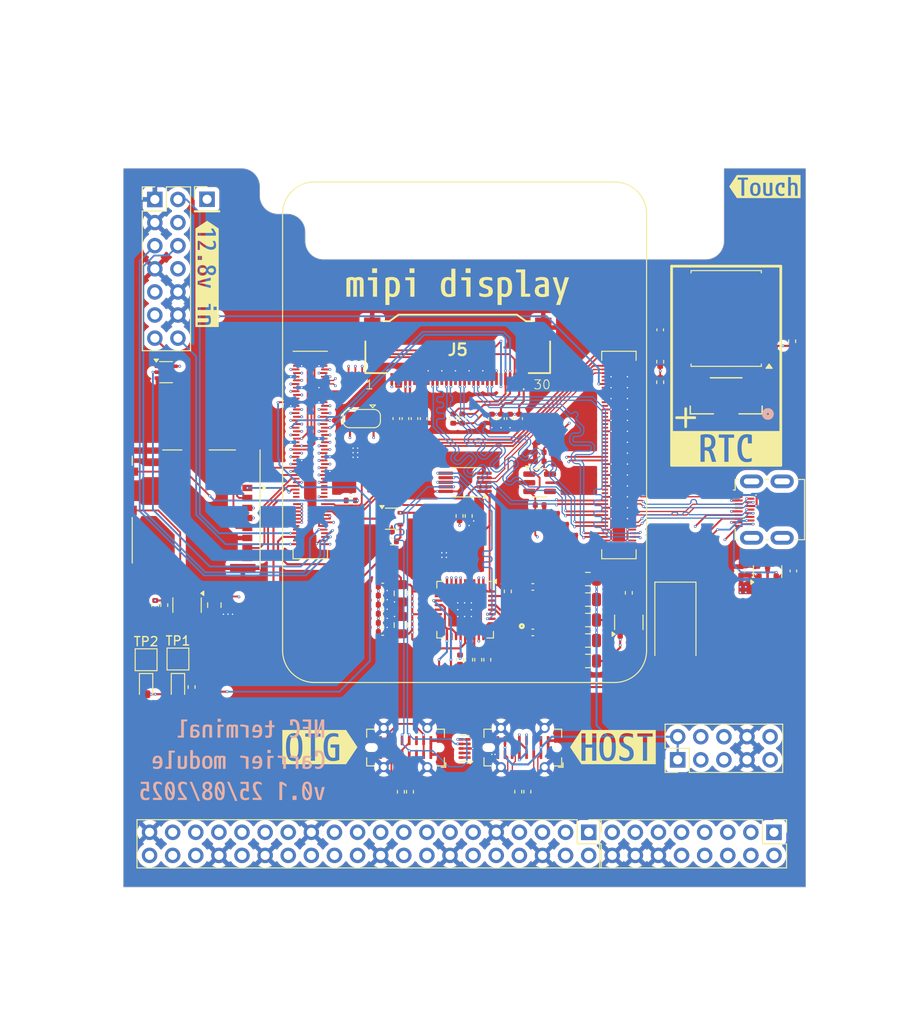
<source format=kicad_pcb>
(kicad_pcb (version 20241229) (generator "pcbnew") (generator_version "9.0")
  (layers (0 "F.Cu" signal) (4 "In1.Cu" power) (6 "In2.Cu" power) (8 "In3.Cu" signal) (10 "In4.Cu" signal) (2 "B.Cu" signal) (13 "F.Paste" user) (15 "B.Paste" user) (5 "F.SilkS" user "F.Silkscreen") (7 "B.SilkS" user "B.Silkscreen") (1 "F.Mask" user) (3 "B.Mask" user) (25 "Edge.Cuts" user))
  (net 0 "")
  (net 1 "GND")
  (net 2 "Net-(Y1-GND_2)")
  (net 3 "Net-(Y1-GND_1)")
  (net 4 "/CM4_HighSpeed/HDMI_5v")
  (net 5 "/RTC , Wakeup, FAN/nRTC_INT")
  (net 6 "Net-(D1-K)")
  (net 7 "Net-(D2-K)")
  (net 8 "Net-(J4-Pin_2)")
  (net 9 "Net-(J1-VBUS-PadA4)")
  (net 10 "Net-(J1-CC2)")
  (net 11 "Net-(Module1A-PI_nLED_Activity)")
  (net 12 "Net-(J1-CC1)")
  (net 13 "Net-(J2-CC1)")
  (net 14 "Net-(J2-CC2)")
  (net 15 "/CM4_GPIO ( Ethernet, GPIO, SDCARD)/GLOBAL_EN")
  (net 16 "/CM4_GPIO ( Ethernet, GPIO, SDCARD)/TV_OUT")
  (net 22 "Net-(J7-Pin_13)")
  (net 23 "Net-(J16-DET_A)")
  (net 24 "Net-(J16-DET_B)")
  (net 25 "Net-(U2-SCL{slash}SMBCLK{slash}CFG_SEL0)")
  (net 26 "Net-(U2-SDA{slash}SMBDATA{slash}NON_REM1)")
  (net 27 "Net-(U2-SUSP_IND{slash}LOCAL_PWR{slash}NON_REM0)")
  (net 28 "Net-(U2-RBIAS)")
  (net 29 "Net-(U2-HS_IND{slash}CFG_SEL1)")
  (net 30 "Net-(U4-ILIM)")
  (net 31 "/CM4_GPIO ( Ethernet, GPIO, SDCARD)/SD_DAT3")
  (net 32 "/CM4_GPIO ( Ethernet, GPIO, SDCARD)/SD_DAT1")
  (net 33 "/CM4_GPIO ( Ethernet, GPIO, SDCARD)/SD_CMD")
  (net 34 "/CM4_GPIO ( Ethernet, GPIO, SDCARD)/SD_DAT0")
  (net 35 "/CM4_GPIO ( Ethernet, GPIO, SDCARD)/SD_CLK")
  (net 36 "/CM4_GPIO ( Ethernet, GPIO, SDCARD)/SD_DAT2")
  (net 37 "/CM4_HighSpeed/DSI0_D1_N")
  (net 38 "/CM4_HighSpeed/DSI0_D0_P")
  (net 39 "/CM4_GPIO ( Ethernet, GPIO, SDCARD)/GPIO2")
  (net 40 "/CM4_GPIO ( Ethernet, GPIO, SDCARD)/GPIO3")
  (net 41 "/CM4_GPIO ( Ethernet, GPIO, SDCARD)/GPIO4")
  (net 42 "/CM4_GPIO ( Ethernet, GPIO, SDCARD)/GPIO14")
  (net 43 "/CM4_GPIO ( Ethernet, GPIO, SDCARD)/GPIO15")
  (net 44 "/CM4_GPIO ( Ethernet, GPIO, SDCARD)/GPIO17")
  (net 45 "/CM4_GPIO ( Ethernet, GPIO, SDCARD)/GPIO18")
  (net 46 "/CM4_GPIO ( Ethernet, GPIO, SDCARD)/GPIO27")
  (net 47 "/CM4_GPIO ( Ethernet, GPIO, SDCARD)/GPIO22")
  (net 48 "/CM4_GPIO ( Ethernet, GPIO, SDCARD)/GPIO23")
  (net 49 "/CM4_GPIO ( Ethernet, GPIO, SDCARD)/GPIO24")
  (net 50 "/CM4_GPIO ( Ethernet, GPIO, SDCARD)/GPIO10")
  (net 51 "/CM4_GPIO ( Ethernet, GPIO, SDCARD)/GPIO9")
  (net 52 "/CM4_GPIO ( Ethernet, GPIO, SDCARD)/GPIO25")
  (net 53 "/CM4_GPIO ( Ethernet, GPIO, SDCARD)/GPIO11")
  (net 54 "/CM4_GPIO ( Ethernet, GPIO, SDCARD)/GPIO8")
  (net 55 "/CM4_GPIO ( Ethernet, GPIO, SDCARD)/GPIO7")
  (net 56 "/CM4_GPIO ( Ethernet, GPIO, SDCARD)/GPIO5")
  (net 57 "/CM4_GPIO ( Ethernet, GPIO, SDCARD)/GPIO6")
  (net 58 "/CM4_GPIO ( Ethernet, GPIO, SDCARD)/GPIO12")
  (net 59 "/CM4_GPIO ( Ethernet, GPIO, SDCARD)/GPIO13")
  (net 60 "/CM4_GPIO ( Ethernet, GPIO, SDCARD)/GPIO16")
  (net 61 "/CM4_GPIO ( Ethernet, GPIO, SDCARD)/GPIO26")
  (net 62 "/CM4_GPIO ( Ethernet, GPIO, SDCARD)/GPIO20")
  (net 63 "/CM4_GPIO ( Ethernet, GPIO, SDCARD)/GPIO21")
  (net 64 "/CM4_HighSpeed/DSI0_C_P")
  (net 65 "/CM4_HighSpeed/DSI0_C_N")
  (net 66 "/CM4_HighSpeed/DSI0_D0_N")
  (net 67 "/CM4_HighSpeed/DSI0_D1_P")
  (net 68 "/CM4_HighSpeed/DSI1_C_N")
  (net 69 "/CM4_HighSpeed/DSI1_D2_N")
  (net 70 "/CM4_HighSpeed/DSI1_D0_N")
  (net 71 "/CM4_HighSpeed/DSI1_D3_P")
  (net 72 "/CM4_HighSpeed/DSI1_C_P")
  (net 73 "/CM4_HighSpeed/DSI1_D3_N")
  (net 74 "/CM4_HighSpeed/DSI1_D1_N")
  (net 75 "/CM4_HighSpeed/DSI1_D2_P")
  (net 76 "/CM4_HighSpeed/DSI1_D0_P")
  (net 77 "/CM4_HighSpeed/DSI1_D1_P")
  (net 78 "/CM4_HighSpeed/HDMI0_HOTPLUG")
  (net 79 "/CM4_HighSpeed/HDMI0_SDA")
  (net 80 "/CM4_HighSpeed/HDMI0_CEC")
  (net 81 "/CM4_HighSpeed/HDMI0_D1_P")
  (net 82 "Net-(R19-Pad2)")
  (net 83 "/USB2-HUB/HD2_N")
  (net 84 "/USB2-HUB/HD2_P")
  (net 85 "/USB2-HUB/HD1_N")
  (net 86 "/USB2-HUB/HD1_P")
  (net 87 "/USB2-HUB/HD3_P")
  (net 88 "/USB2-HUB/HD3_N")
  (net 89 "/USB2-HUB/HD4_P")
  (net 90 "/USB2-HUB/HD4_N")
  (net 91 "/CM4_HighSpeed/HDMI0_CK_N")
  (net 92 "/CM4_HighSpeed/HDMI0_D2_P")
  (net 93 "/CM4_HighSpeed/HDMI0_D0_P")
  (net 94 "/CM4_HighSpeed/HDMI0_D1_N")
  (net 95 "/CM4_HighSpeed/HDMI0_SCL")
  (net 96 "/CM4_HighSpeed/HDMI0_D0_N")
  (net 97 "/CM4_HighSpeed/HDMI0_CK_P")
  (net 98 "/CM4_HighSpeed/HDMI0_D2_N")
  (net 101 "/CM4_HighSpeed/CAM0_D1_P")
  (net 102 "/CM4_GPIO ( Ethernet, GPIO, SDCARD)/TRD2_N")
  (net 103 "/CM4_GPIO ( Ethernet, GPIO, SDCARD)/CAM_GPIO")
  (net 105 "/CM4_HighSpeed/CAM1_D3_N")
  (net 106 "/CM4_HighSpeed/HDMI1_CK_N")
  (net 107 "/CM4_GPIO ( Ethernet, GPIO, SDCARD)/TRD1_P")
  (net 108 "/CM4_HighSpeed/HDMI1_D0_N")
  (net 109 "/CM4_HighSpeed/HDMI1_SDA")
  (net 110 "/CM4_HighSpeed/CAM1_D1_N")
  (net 111 "/CM4_HighSpeed/HDMI1_D0_P")
  (net 112 "/CM4_GPIO ( Ethernet, GPIO, SDCARD)/TRD3_N")
  (net 113 "/CM4_HighSpeed/PCIE_CLK_N")
  (net 114 "/CM4_HighSpeed/CAM1_C_P")
  (net 115 "/CM4_HighSpeed/CAM1_D2_N")
  (net 116 "/CM4_HighSpeed/CAM0_C_P")
  (net 117 "/CM4_HighSpeed/CAM0_D0_P")
  (net 118 "/CM4_GPIO ( Ethernet, GPIO, SDCARD)/ID_SC")
  (net 119 "/CM4_GPIO ( Ethernet, GPIO, SDCARD)/ID_SD")
  (net 120 "/CM4_HighSpeed/HDMI1_D2_N")
  (net 121 "/CM4_GPIO ( Ethernet, GPIO, SDCARD)/ETH_LEDY")
  (net 122 "/CM4_GPIO ( Ethernet, GPIO, SDCARD)/nPWR_LED")
  (net 123 "/nEXTRST")
  (net 125 "/CM4_HighSpeed/HDMI1_D1_N")
  (net 126 "/CM4_GPIO ( Ethernet, GPIO, SDCARD)/+1.8v")
  (net 127 "/CM4_HighSpeed/PCIE_CLK_nREQ")
  (net 128 "/CM4_HighSpeed/PCIE_RX_N")
  (net 129 "/CM4_HighSpeed/CAM0_D1_N")
  (net 130 "/CM4_HighSpeed/CAM1_D2_P")
  (net 131 "/CM4_HighSpeed/PCIE_RX_P")
  (net 133 "/CM4_HighSpeed/HDMI1_HOTPLUG")
  (net 134 "/CM4_HighSpeed/CAM1_D0_P")
  (net 135 "/CM4_GPIO ( Ethernet, GPIO, SDCARD)/TRD1_N")
  (net 136 "/CM4_HighSpeed/PCIE_nRST")
  (net 137 "/CM4_HighSpeed/CAM1_C_N")
  (net 138 "/CM4_HighSpeed/CAM0_C_N")
  (net 139 "/USB2-HUB/PWR1")
  (net 140 "/USB2-HUB/nOCS1")
  (net 141 "/CM4_GPIO ( Ethernet, GPIO, SDCARD)/ETH_LEDG")
  (net 142 "/CM4_HighSpeed/HDMI1_CK_P")
  (net 144 "/CM4_HighSpeed/PCIE_TX_N")
  (net 145 "/CM4_GPIO ( Ethernet, GPIO, SDCARD)/TRD0_P")
  (net 147 "/CM4_HighSpeed/HDMI1_SCL")
  (net 148 "/CM4_GPIO ( Ethernet, GPIO, SDCARD)/WL_nDis")
  (net 149 "/CM4_GPIO ( Ethernet, GPIO, SDCARD)/GPIO19")
  (net 150 "/+3.3v")
  (net 151 "/USB2-HUB/USBD_P")
  (net 152 "/USB2-HUB/USBD_N")
  (net 153 "/USB2-HUB/USBH_N")
  (net 154 "/USB2-HUB/USBH_P")
  (net 155 "/CM4_GPIO ( Ethernet, GPIO, SDCARD)/SD_PWR")
  (net 156 "/CM4_HighSpeed/HDMI1_D1_P")
  (net 157 "/CM4_GPIO ( Ethernet, GPIO, SDCARD)/SD_PWR_ON")
  (net 158 "/CM4_GPIO ( Ethernet, GPIO, SDCARD)/TRD0_N")
  (net 159 "/CM4_HighSpeed/HDMI1_D2_P")
  (net 160 "/CM4_HighSpeed/CAM1_D0_N")
  (net 161 "/CM4_HighSpeed/PCIE_CLK_P")
  (net 163 "/CM4_GPIO ( Ethernet, GPIO, SDCARD)/TRD2_P")
  (net 164 "/CM4_HighSpeed/CAM0_D0_N")
  (net 165 "/CM4_HighSpeed/HDMI1_CEC")
  (net 166 "/CM4_HighSpeed/CAM1_D1_P")
  (net 167 "/CM4_HighSpeed/CAM1_D3_P")
  (net 168 "/CM4_HighSpeed/PCIE_TX_P")
  (net 169 "/CM4_GPIO ( Ethernet, GPIO, SDCARD)/TRD3_P")
  (net 172 "Net-(U2-XTALIN{slash}CLKIN)")
  (net 173 "Net-(U2-XTALOUT)")
  (net 176 "/USB2-HUB/VBUS")
  (net 177 "/CM4_GPIO ( Ethernet, GPIO, SDCARD)/SYNC_OUT")
  (net 178 "/CM4_GPIO ( Ethernet, GPIO, SDCARD)/SYNC_IN")
  (net 179 "/CM4_GPIO ( Ethernet, GPIO, SDCARD)/AIN0")
  (net 180 "/CM4_GPIO ( Ethernet, GPIO, SDCARD)/AIN1")
  (net 181 "/CM4_GPIO ( Ethernet, GPIO, SDCARD)/RUN_PG")
  (net 182 "/CM4_GPIO ( Ethernet, GPIO, SDCARD)/EEPROM_nWP")
  (net 183 "/+5v")
  (net 184 "/CM4_GPIO ( Ethernet, GPIO, SDCARD)/GPIO_VREF")
  (net 185 "/CM4_GPIO ( Ethernet, GPIO, SDCARD)/nRPIBOOT")
  (net 186 "/CM4_HighSpeed/USBOTG_ID")
  (net 187 "/CM4_HighSpeed/USB2_N")
  (net 188 "/CM4_HighSpeed/USB2_P")
  (net 189 "/CM4_GPIO ( Ethernet, GPIO, SDCARD)/BT_nDis")
  (net 190 "/CM4_GPIO ( Ethernet, GPIO, SDCARD)/Reserved")
  (net 191 "/CM4_HighSpeed/+12.8v")
  (net 192 "/CM4_GPIO ( Ethernet, GPIO, SDCARD)/+12.8v")
  (net 193 "+2.8v")
  (net 196 "Net-(U3-D1-)")
  (net 197 "Net-(U3-D1+)")
  (net 198 "/CM4_GPIO ( Ethernet, GPIO, SDCARD)/SCL0")
  (net 199 "/CM4_GPIO ( Ethernet, GPIO, SDCARD)/SDA0")
  (footprint "Package_TO_SOT_SMD:SOT-23-5" (layer "F.Cu") (at 241.95 79.95)
    (property "Reference" "U7" (hide yes))
    (property "Value" "LP5907MFX-2.8" (hide yes))
  )
  (footprint "Resistor_SMD:R_0402_1005Metric" (layer "F.Cu") (at 203.7 102.4 -90)
    (property "Reference" "R16" (hide yes))
    (property "Value" "1k" (hide yes))
  )
  (footprint "Package_SO:MSOP-10_3x3mm_P0.5mm" (layer "F.Cu") (at 233.75 79.9 180)
    (property "Reference" "U1" (hide yes))
    (property "Value" "FSUSB42MUX" (hide yes))
  )
  (footprint "Capacitor_SMD:C_0402_1005Metric" (layer "F.Cu") (at 224.7 91.35)
    (property "Reference" "C6" (hide yes))
    (property "Value" "100n" (hide yes))
  )
  (footprint "Resistor_SMD:R_0402_1005Metric" (layer "F.Cu") (at 240.6 113.9 -90)
    (property "Reference" "R10" (hide yes))
    (property "Value" "56K" (hide yes))
  )
  (footprint "Resistor_SMD:R_0402_1005Metric" (layer "F.Cu") (at 226.7 113.91 90)
    (property "Reference" "R8" (hide yes))
    (property "Value" "5.1k" (hide yes))
  )
  (footprint "TestPoint:TestPoint_Pad_2.0x2.0mm" (layer "F.Cu") (at 202.2 99.32)
    (property "Reference" "TP1")
    (property "Value" "TestPoint")
  )
  (footprint "Capacitor_SMD:C_0402_1005Metric" (layer "F.Cu") (at 241.95 82.4 180)
    (property "Reference" "C20" (hide yes))
    (property "Value" "10uF" (hide yes))
  )
  (footprint "Resistor_SMD:R_0402_1005Metric" (layer "F.Cu") (at 233.15 83.6 90)
    (property "Reference" "R2" (hide yes))
    (property "Value" "2.2K 1%" (hide yes))
  )
  (footprint "Capacitor_SMD:C_0402_1005Metric" (layer "F.Cu") (at 241.2 96.4 180)
    (property "Reference" "C2" (hide yes))
    (property "Value" "27pF" (hide yes))
  )
  (footprint "Capacitor_SMD:C_0402_1005Metric" (layer "F.Cu") (at 226.2 72.9 -90)
    (property "Reference" "C30" (hide yes))
    (property "Value" "1uF" (hide yes))
  )
  (footprint "Capacitor_SMD:C_0402_1005Metric" (layer "F.Cu") (at 255.2 63.15 90)
    (property "Reference" "C17" (hide yes))
    (property "Value" "100n" (hide yes))
  )
  (footprint "Jumper:SolderJumper-3_P1.3mm_Bridged12_RoundedPad1.0x1.5mm" (layer "F.Cu") (at 222.4 72.9 180)
    (property "Reference" "JP1" (hide yes))
    (property "Value" "GPIO reference" (hide yes))
  )
  (footprint "Package_TO_SOT_SMD:SOT-23" (layer "F.Cu") (at 267 89.7125 90)
    (property "Reference" "U6" (hide yes))
    (property "Value" "RT9742SNGV" (hide yes))
  )
  (footprint "Capacitor_SMD:C_0402_1005Metric" (layer "F.Cu") (at 239.7 72.9 -90)
    (property "Reference" "C25" (hide yes))
    (property "Value" "1uF" (hide yes))
  )
  (footprint "Connector_PinHeader_2.54mm:PinHeader_2x08_P2.54mm_Vertical" (layer "F.Cu") (at 267.705 118.36 -90)
    (property "Reference" "J15" (hide yes))
    (property "Value" "THD-20-R" (hide yes))
  )
  (footprint "Resistor_SMD:R_0402_1005Metric" (layer "F.Cu") (at 269.7 64.4 -90)
    (property "Reference" "R13" (hide yes))
    (property "Value" "10K" (hide yes))
  )
  (footprint "Package_DFN_QFN:QFN-36-1EP_6x6mm_P0.5mm_EP3.7x3.7mm" (layer "F.Cu") (at 233.7625 93.9 -90)
    (property "Reference" "U2" (hide yes))
    (property "Value" "USB2514B-I/M2" (hide yes))
  )
  (footprint "Capacitor_SMD:C_0805_2012Metric" (layer "F.Cu") (at 247.25 92.7875 180)
    (property "Reference" "C16" (hide yes))
    (property "Value" "10u" (hide yes))
  )
  (footprint "Capacitor_SMD:C_0402_1005Metric" (layer "F.Cu") (at 224.7 94.35)
    (property "Reference" "C7" (hide yes))
    (property "Value" "100n" (hide yes))
  )
  (footprint "Resistor_SMD:R_0402_1005Metric" (layer "F.Cu") (at 234.2 99.4 -90)
    (property "Reference" "R3" (hide yes))
    (property "Value" "36K 1%" (hide yes))
  )
  (footprint "kibuzzard-68AB3D2F" (layer "F.Cu") (at 262.45 76.15)
    (property "Reference" "kibuzzard-68AB3D2F" (hide yes))
    (property "Value" "G***" (hide yes))
  )
  (footprint "Resistor_SMD:R_0402_1005Metric" (layer "F.Cu") (at 238.45 91.89 -90)
    (property "Reference" "R6" (hide yes))
    (property "Value" "12K 1%" (hide yes))
  )
  (footprint "Capacitor_SMD:C_0402_1005Metric" (layer "F.Cu") (at 229.2 72.9 -90)
    (property "Reference" "C26" (hide yes))
    (property "Value" "1uF" (hide yes))
  )
  (footprint "Resistor_SMD:R_0402_1005Metric" (layer "F.Cu") (at 232.45 72.9 90)
    (property "Reference" "R14" (hide yes))
    (property "Value" "2.2K 1%" (hide yes))
  )
  (footprint "Connector_USB:USB_C_Receptacle_G-Switch_GT-USB-7051x" (layer "F.Cu") (at 227.21 109.05 180)
    (property "Reference" "J1" (hide yes))
    (property "Value" "USB_C_Receptacle_USB2.0_14P" (hide yes))
  )
  (footprint "Package_TO_SOT_SMD:SOT-353_SC-70-5" (layer "F.Cu") (at 200.9 67.8)
    (property "Reference" "U8" (hide yes))
    (property "Value" "74LVC1G07SE-7" (hide yes))
  )
  (footprint "Resistor_SMD:R_0402_1005Metric" (layer "F.Cu") (at 221.2 81.9)
    (property "Reference" "R21" (hide yes))
    (property "Value" "nf" (hide yes))
  )
  (footprint "Capacitor_SMD:C_0402_1005Metric" (layer "F.Cu") (at 241.95 77.6)
    (property "Reference" "C21" (hide yes))
    (property "Value" "10uF" (hide yes))
  )
  (footprint "Package_TO_SOT_SMD:SOT-23-5" (layer "F.Cu") (at 203.2 93.4 -90)
    (property "Reference" "U10" (hide yes))
    (property "Value" "RT9742GGJ5" (hide yes))
  )
  (footprint "Package_SON:USON-10_2.5x1.0mm_P0.5mm" (layer "F.Cu") (at 233.7 109.15 180)
    (property "Reference" "U3" (hide yes))
    (property "Value" "TPD4EUSB30" (hide yes))
  )
  (footprint "Capacitor_SMD:C_0402_1005Metric" (layer "F.Cu") (at 237.7 72.9 -90)
    (property "Reference" "C27" (hide yes))
    (property "Value" "100n" (hide yes))
  )
  (footprint "Resistor_SMD:R_0402_1005Metric" (layer "F.Cu") (at 199.7 93.4 -90)
    (property "Reference" "R20" (hide yes))
    (property "Value" "nf" (hide yes))
  )
  (footprint "Capacitor_SMD:C_0402_1005Metric" (layer "F.Cu") (at 241.2 91.4)
    (property "Reference" "C1" (hide yes))
    (property "Value" "27pF" (hide yes))
  )
  (footprint "Capacitor_SMD:C_0805_2012Metric" (layer "F.Cu") (at 226.7 92.1 -90)
    (property "Reference" "C4" (hide yes))
    (property "Value" "10u" (hide yes))
  )
  (footprint "Capacitor_SMD:C_0402_1005Metric" (layer "F.Cu") (at 227.2 72.9 -90)
    (property "Reference" "C28" (hide yes))
    (property "Value" "100n" (hide yes))
  )
  (footprint "Capacitor_SMD:C_0805_2012Metric" (layer "F.Cu") (at 206.2 93.4 -90)
    (property "Reference" "C31" (hide yes))
    (property "Value" "10u" (hide yes))
  )
  (footprint "Capacitor_SMD:C_0402_1005Metric" (layer "F.Cu") (at 224.7 93.35)
    (property "Reference" "C5" (hide yes))
    (property "Value" "100n" (hide yes))
  )
  (footprint "Connector_PinHeader_2.54mm:PinHeader_1x01_P2.54mm_Vertical" (layer "F.Cu") (at 205.4 48.8)
    (property "Reference" "J17" (hide yes))
    (property "Value" "UART" (hide yes))
  )
  (footprint "Capacitor_SMD:C_0402_1005Metric" (layer "F.Cu") (at 224.7 96.35)
    (property "Reference" "C9" (hide yes))
    (property "Value" "100n" (hide yes))
  )
  (footprint "Capacitor_SMD:C_0402_1005Metric" (layer "F.Cu") (at 228.2 72.9 -90)
    (property "Reference" "C24" (hide yes))
    (property "Value" "100n" (hide yes))
  )
  (footprint "CM4IO:Raspberry-Pi-4-Compute-Module" (layer "F.Cu") (at 217.2 98.4)
    (property "Reference" "Module1" (hide yes))
    (property "Value" "ComputeModule4" (hide yes))
  )
  (footprint "Resistor_SMD:R_0402_1005Metric" (layer "F.Cu") (at 239.6 113.9 -90)
    (property "Reference" "R12" (hide yes))
    (property "Value" "56K" (hide yes))
  )
  (footprint "Package_TO_SOT_SMD:SOT-353_SC-70-5" (layer "F.Cu") (at 225.7 83.9)
    (property "Reference" "U9" (hide yes))
    (property "Value" "74LVC1G07SE-7" (hide yes))
  )
  (footprint "Resistor_SMD:R_0402_1005Metric" (layer "F.Cu") (at 255.2 66.65 90)
    (property "Reference" "R23" (hide yes))
    (property "Value" "4.7k" (hide yes))
  )
  (footprint "Package_TO_SOT_SMD:SOT-23-6" (layer "F.Cu") (at 251.75 95.2875 90)
    (property "Reference" "U4" (hide yes))
    (property "Value" "AP22653W6" (hide yes))
  )
  (footprint "Resistor_SMD:R_0402_1005Metric" (layer "F.Cu") (at 255.2 68.9 -90)
    (property "Reference" "R24" (hide yes))
    (property "Value" "4.7k" (hide yes))
  )
  (footprint "ABM8G-24.000MHZ-18-D2Y-T:ABM8G" (layer "F.Cu") (at 241.2 93.9)
    (property "Reference" "Y1" (hide yes))
    (property "Value" "ABM8G-24.000MHZ-18-D2Y-T" (hide yes))
  )
  (footprint "Capacitor_SMD:C_0805_2012Metric" (layer "F.Cu") (at 247.25 97.2875 180)
    (property "Reference" "C15" (hide yes))
    (property "Value" "10u" (hide yes))
  )
  (footprint "Capacitor_SMD:C_0402_1005Metric" (layer "F.Cu") (at 238.7 72.9 -90)
    (property "Reference" "C23" (hide yes))
    (property "Value" "100n" (hide yes))
  )
  (footprint "Capacitor_SMD:C_0402_1005Metric" (layer "F.Cu") (at 236.7 72.9 -90)
    (property "Reference" "C29" (hide yes))
    (property "Value" "1uF" (hide yes))
  )
  (footprint "Resistor_SMD:R_0402_1005Metric" (layer "F.Cu") (at 251.75 92.0475 90)
    (property "Reference" "R11" (hide yes))
    (property "Value" "15K 1%" (hide yes))
  )
  (footprint "Connector_Video:HDMI_Micro-D_Molex_46765-1x01" (layer "F.Cu") (at 268.6 82.9 90)
    (property "Reference" "J6" (hide yes))
    (property "Value" "690-019-298-412" (hide yes))
  )
  (footprint "Capacitor_SMD:C_0402_1005Metric" (layer "F.Cu") (at 241.95 76.6)
    (property "Reference" "C22" (hide yes))
    (property "Value" "100n" (hide yes))
  )
  (footprint "Connector_PinHeader_2.54mm:PinHeader_2x20_P2.54mm_Vertical" (layer "F.Cu") (at 247.34 118.36 -90)
    (property "Reference" "J10" (hide yes))
    (property "Value" "THD-20-R" (hide yes))
  )
  (footprint "TestPoint:TestPoint_Pad_2.0x2.0mm" (layer "F.Cu") (at 198.7 99.4)
    (property "Reference" "TP2")
    (property "Value" "TestPoint" (hide yes))
  )
  (footprint "Connector_PinHeader_2.54mm:PinHeader_2x05_P2.54mm_Vertical" (layer "F.Cu") (at 257.12 110.4 90)
    (property "Reference" "J3" (hide yes))
    (property "Value" "Conn_02x05_Odd_Even" (hide yes))
  )
  (footprint "kibuzzard-68AB3F22" (layer "F.Cu") (at 266.7 47.4)
    (property "Reference" "kibuzzard-68AB3F22" (hide yes))
    (property "Value" "G***" (hide yes))
  )
  (footprint "Package_SO:SOIC-16W_7.5x10.3mm_P1.27mm" (layer "F.Cu") (at 262.45 61.9 180)
    (property "Reference" "U5" (hide yes))
    (property "Value" "DS3231M" (hide yes))
  )
  (footprint "Resistor_SMD:R_0402_1005Metric" (layer "F.Cu") (at 235.2 99.4 -90)
    (property "Reference" "R7" (hide yes))
    (property "Value" "36K 1%" (hide yes))
  )
  (footprint "F31L-1A7H1-11030:F31L1A7H111030" (layer "F.Cu") (at 232.95 65.015 180)
    (property "Reference" "J5")
    (property "Value" "F31L-1A7H1-11030" (hide yes))
  )
  (footprint "Connector_PinHeader_2.54mm:PinHeader_2x07_P2.54mm_Vertical" (layer "F.Cu") (at 199.66 48.82)
    (property "Reference" "J7" (hide yes))
    (property "Value" "Conn_02x07_Odd_Even" (hide yes))
  )
  (footprint "LED_SMD:LED_0603_1608Metric" (layer "F.Cu") (at 198.7 102.4 -90)
    (property "Reference" "D2" (hide yes))
    (property "Value" "LED Red" (hide yes))
  )
  (footprint "Resistor_SMD:R_0402_1005Metric" (layer "F.Cu") (at 227.7 113.91 90)
    (property "Reference" "R9" (hide yes))
    (property "Value" "5.1k" (hide yes))
  )
  (footprint "Resistor_SMD:R_0402_1005Metric" (layer "F.Cu") (at 234.15 83.6 -90)
    (property "Reference" "R1" (hide yes))
    (property "Value" "2.2K 1%" (hide yes))
  )
  (footprint "Connector_USB:USB_C_Receptacle_G-Switch_GT-USB-7051x" (layer "F.Cu") (at 240.1 109.05 180)
    (property "Reference" "J2" (hide yes))
    (property "Value" "USB_C_Receptacle_USB2.0_14P" (hide yes))
  )
  (footprint "Resistor_SMD:R_0402_1005Metric" (layer "F.Cu") (at 236.2 99.4 -90)
    (property "Reference" "R5" (hide yes))
    (property "Value" "36K 1%" (hide yes))
  )
  (footprint "kibuzzard-68AB3EB0" (layer "F.Cu") (at 232.95 58.4)
    (property "Reference" "kibuzzard-68AB3EB0" (hide yes))
    (property "Value" "G***" (hide yes))
  )
  (footprint "LED_SMD:LED_0603_1608Metric" (layer "F.Cu") (at 202.2 102.4 -90)
    (property "Reference" "D1" (hide yes))
    (property "Value" "LED Green" (hide yes))
  )
  (footprint "Capacitor_SMD:C_0805_2012Metric" (layer "F.Cu") (at 247.25 90.5375 180)
    (property "Reference" "C14" (hide yes))
    (property "Value" "10u" (hide yes))
  )
  (footprint "Resistor_SMD:R_0402_1005Metric" (layer "F.Cu") (at 225.7 86.4)
    (property "Reference" "R19" (hide yes))
    (property "Value" "1k" (hide yes))
  )
  (footprint "Capacitor_Tantalum_SMD:CP_EIA-7343-31_Kemet-D" (layer "F.Cu") (at 256.87 95.2875 -90)
    (property "Reference" "C12" (hide yes))
    (property "Value" "100uF" (hide yes))
  )
  (footprint "CM4IO:SDCARD_MOLEX_503398-1892" (layer "F.Cu") (at 204.2 82.9 -90)
    (property "Reference" "J16" (hide yes))
    (property "Value" "Micro_SD_Card_Det" (hide yes))
  )
  (footprint "Capacitor_SMD:C_0402_1005Metric" (layer "F.Cu") (at 224.7 95.35)
    (property "Reference" "C8" (hide yes))
    (property "Value" "100n" (hide yes))
  )
  (footprint "Capacitor_SMD:C_0805_2012Metric" (layer "F.Cu") (at 226.7 95.6 90)
    (property "Reference" "C3" (hide yes))
    (property "Value" "10u" (hide yes))
  )
  (footprint "Resistor_SMD:R_0402_1005Metric" (layer "F.Cu") (at 200.7 93.4 -90)
    (property "Reference" "R22" (hide yes))
    (property "Value" "12K 1%" (hide yes))
  )
  (footprint "Capacitor_SMD:C_0402_1005Metric" (layer "F.Cu") (at 264.085 89.6425 90)
    (property "Reference" "C18" (hide yes))
    (property "Value" "100n" (hide yes))
  )
  (footprint "kibuzzard-68AB3F8D" (layer "F.Cu") (at 217.8 109)
    (property "Reference" "kibuzzard-68AB3F8D" (hide yes))
    (property "Value" "G***" (hide yes))
  )
  (footprint "kibuzzard-68AB3FA7" (layer "F.Cu") (at 250 109)
    (property "Reference" "kibuzzard-68AB3FA7" (hide yes))
    (property "Value" "G***" (hide yes))
  )
  (footprint "Capacitor_SMD:C_0805_2012Metric" (layer "F.Cu") (at 247.25 99.5375 180)
    (property "Reference" "C11" (hide yes))
    (property "Value" "10u" (hide yes))
  )
  (footprint "Capacitor_SMD:C_0805_2012Metric" (layer "F.Cu") (at 247.25 95.0375 180)
    (property "Reference" "C13" (hide yes))
    (property "Value" "10u" (hide yes))
  )
  (footprint "Capacitor_SMD:C_0402_1005Metric" (layer "F.Cu") (at 269.835 89.6425 90)
    (property "Reference" "C19" (hide yes))
    (property "Value" "100n" (hide yes))
  )
  (footprint "kibuzzard-68AB540C" (layer "F.Cu") (at 205.4 57 -90)
    (property "Reference" "kibuzzard-68AB540C" (hide yes))
    (property "Value" "G***" (hide yes))
  )
  (footprint "CONN02_533984002_MOL:CONN02_533984002_MOL" (layer "F.Cu") (at 262.45 70.4)
    (property "Reference" "J4" (hide yes))
    (property "Value" "Conn_01x02_Socket" (hide yes))
  )
  (footprint "Resistor_SMD:R_0402_1005Metric" (layer "F.Cu") (at 233.2 99.39 -90)
    (property "Reference" "R4" (hide yes))
    (property "Value" "36K 1%" (hide yes))
  )
  (footprint "Resistor_SMD:R_0402_1005Metric" (layer "F.Cu") (at 233.45 72.9 90)
    (property "Reference" "R15" (hide yes))
    (property "Value" "2.2K 1%" (hide yes))
  )
  (footprint "Capacitor_SMD:C_0402_1005Metric" (layer "F.Cu") (at 224.7 92.35)
    (property "Reference" "C10" (hide yes))
    (property "Value" "100n" (hide yes))
  )
  (footprint "kibuzzard-68AC3314" (layer "B.Cu") (at 266.7 54.9 90)
    (property "Reference" "kibuzzard-68AC3314" (hide yes))
    (property "Value" "G***" (hide yes))
  )
  (footprint "kibuzzard-68AC31CB" (layer "B.Cu") (at 208.2 110.4 180)
    (property "Reference" "kibuzzard-68AC31CB" (hide yes))
    (property "Value" "G***" (hide yes))
  )
  (gr_line (start 268.45 78.033562) (end 268.45 56.158562) (stroke (width 0.3)) (layer "F.SilkS"))
  (gr_line (start 268.45 78.033562) (end 256.45 78.033562) (stroke (width 0.3)) (layer "F.SilkS"))
  (gr_line (start 258 71.8) (end 258 73.8) (stroke (width 0.3)) (layer "F.SilkS"))
  (gr_line (start 268.45 56.15) (end 256.45 56.15) (stroke (width 0.3)) (layer "F.SilkS"))
  (gr_line (start 257 72.8) (end 259 72.8) (stroke (width 0.3)) (layer "F.SilkS"))
  (gr_line (start 256.45 78.025) (end 256.45 56.15) (stroke (width 0.3)) (layer "F.SilkS"))
  (gr_arc (start 218.2 55.4) (mid 216.785786 54.814214) (end 216.2 53.4) (stroke (width 0.05)) (layer "Edge.Cuts"))
  (gr_arc (start 209.2 45.4) (mid 210.614214 45.985786) (end 211.2 47.4) (stroke (width 0.05)) (layer "Edge.Cuts"))
  (gr_line (start 209.2 45.4) (end 196.2 45.4) (stroke (width 0.05)) (layer "Edge.Cuts"))
  (gr_arc (start 213.2 50.4) (mid 211.785786 49.814214) (end 211.2 48.4) (stroke (width 0.05)) (layer "Edge.Cuts"))
  (gr_line (start 262.2 53.399999) (end 262.2 45.4) (stroke (width 0.05)) (layer "Edge.Cuts"))
  (gr_line (start 216.2 52.4) (end 216.2 53.4) (stroke (width 0.05)) (layer "Edge.Cuts"))
  (gr_line (start 262.2 45.4) (end 271.2 45.4) (stroke (width 0.05)) (layer "Edge.Cuts"))
  (gr_line (start 218.2 55.4) (end 260.2 55.4) (stroke (width 0.05)) (layer "Edge.Cuts"))
  (gr_line (start 271.2 124.4) (end 196.2 124.4) (stroke (width 0.05)) (layer "Edge.Cuts"))
  (gr_line (start 271.2 45.4) (end 271.2 124.4) (stroke (width 0.05)) (layer "Edge.Cuts"))
  (gr_line (start 211.2 47.4) (end 211.2 48.4) (stroke (width 0.05)) (layer "Edge.Cuts"))
  (gr_arc (start 214.2 50.4) (mid 215.614214 50.985786) (end 216.2 52.4) (stroke (width 0.05)) (layer "Edge.Cuts"))
  (gr_line (start 213.2 50.4) (end 214.2 50.4) (stroke (width 0.05)) (layer "Edge.Cuts"))
  (gr_line (start 196.2 124.4) (end 196.2 45.4) (stroke (width 0.05)) (layer "Edge.Cuts"))
  (gr_arc (start 262.2 53.399999) (mid 261.614214 54.814213) (end 260.2 55.399999) (stroke (width 0.05)) (layer "Edge.Cuts"))
  (segment (start 217.7 79.9) (end 218.28 79.9) (width 0.2) (layer "F.Cu") (net 1))
  (segment (start 251.6 81.5) (end 251.6 80.3) (width 0.2) (layer "F.Cu") (net 1))
  (segment (start 251.65 79.1) (end 252.2 79.1) (width 0.2) (layer "F.Cu") (net 1))
  (segment (start 251.6 73.1) (end 252.2 73.1) (width 0.2) (layer "F.Cu") (net 1))
  (segment (start 230.7 80.9) (end 229.95 80.9) (width 0.2) (layer "F.Cu") (net 1))
  (segment (start 215.2 71.5) (end 214.6 71.5) (width 0.2) (layer "F.Cu") (net 1))
  (segment (start 217.7 75.1) (end 218.28 75.1) (width 0.2) (layer "F.Cu") (net 1))
  (segment (start 249.8 71.9) (end 249.12 71.9) (width 0.2) (layer "F.Cu") (net 1))
  (segment (start 251.6 75.5) (end 252.2 75.5) (width 0.2) (layer "F.Cu") (net 1))
  (segment (start 217.7 71.1) (end 218.28 71.1) (width 0.2) (layer "F.Cu") (net 1))
  (segment (start 214.6 78.7) (end 215.2 78.7) (width 0.2) (layer "F.Cu") (net 1))
  (segment (start 252.2 68.3) (end 251.6 68.3) (width 0.2) (layer "F.Cu") (net 1))
  (segment (start 217.7 67.1) (end 218.28 67.1) (width 0.2) (layer "F.Cu") (net 1))
  (segment (start 218.9 73.1) (end 218.28 73.1) (width 0.2) (layer "F.Cu") (net 1))
  (segment (start 218.9 68.3) (end 218.28 68.3) (width 0.2) (layer "F.Cu") (net 1))
  (segment (start 249.8 81.5) (end 249.12 81.5) (width 0.2) (layer "F.Cu") (net 1))
  (segment (start 232.95 80.9) (end 230.7 80.9) (width 0.2) (layer "F.Cu") (net 1))
  (segment (start 263.825 81.9) (end 263.025 81.9) (width 0.23) (layer "F.Cu") (net 1))
  (segment (start 249.8 68.3) (end 249.12 68.3) (width 0.2) (layer "F.Cu") (net 1))
  (segment (start 230.7 80.9) (end 231.6375 80.9) (width 0.23) (layer "F.Cu") (net 1))
  (segment (start 251.6 82.7) (end 251.6 86.3) (width 0.23) (layer "F.Cu") (net 1))
  (segment (start 215.8 79.9) (end 215.2 79.9) (width 0.2) (layer "F.Cu") (net 1))
  (segment (start 265.05 82.5) (end 265.725 82.5) (width 0.23) (layer "F.Cu") (net 1))
  (segment (start 251.6 76.7) (end 252.2 76.7) (width 0.2) (layer "F.Cu") (net 1))
  (segment (start 237.2 67.65) (end 237.2 68.55) (width 0.23) (layer "F.Cu") (net 1))
  (segment (start 265.796 82.429) (end 265.725 82.5) (width 0.23) (layer "F.Cu") (net 1))
  (segment (start 249.8 73.1) (end 249.12 73.1) (width 0.2) (layer "F.Cu") (net 1))
  (segment (start 214.6 68.3) (end 215.2 68.3) (width 0.2) (layer "F.Cu") (net 1))
  (segment (start 251.6 74.3) (end 252.2 74.3) (width 0.2) (layer "F.Cu") (net 1))
  (segment (start 218.9 78.7) (end 218.28 78.7) (width 0.2) (layer "F.Cu") (net 1))
  (segment (start 215.8 77.5) (end 215.2 77.5) (width 0.2) (layer "F.Cu") (net 1))
  (segment (start 249.12 86.3) (end 249.8 86.3) (width 0.2) (layer "F.Cu") (net 1))
  (segment (start 251.6 77.9) (end 252.2 77.9) (width 0.2) (layer "F.Cu") (net 1))
  (segment (start 249.8 80.3) (end 249.12 80.3) (width 0.2) (layer "F.Cu") (net 1))
  (segment (start 217.8 86.3) (end 217.45 86.65) (width 0.2) (layer "F.Cu") (net 1))
  (segment (start 252.2 82.7) (end 251.6 82.7) (width 0.2) (layer "F.Cu") (net 1))
  (segment (start 218.28 86.3) (end 217.8 86.3) (width 0.2) (layer "F.Cu") (net 1))
  (segment (start 263.825 83.1) (end 263.025 83.1) (width 0.23) (layer "F.Cu") (net 1))
  (segment (start 229.7 67.65) (end 229.7 68.55) (width 0.23) (layer "F.Cu") (net 1))
  (segment (start 251.6 70.7) (end 252.2 70.7) (width 0.2) (layer "F.Cu") (net 1))
  (segment (start 235.7 78.7375) (end 235.8625 78.9) (width 0.23) (layer "F.Cu") (net 1))
  (segment (start 234.2 67.65) (end 234.2 68.55) (width 0.23) (layer "F.Cu") (net 1))
  (segment (start 215.8 67.1) (end 215.2 67.1) (width 0.2) (layer "F.Cu") (net 1))
  (segment (start 251.6 69.5) (end 251.6 71.9) (width 0.2) (layer "F.Cu") (net 1))
  (segment (start 252.2 86.3) (end 251.6 86.3) (width 0.2) (layer "F.Cu") (net 1))
  (segment (start 226.2 69.4) (end 226.2 68.55) (width 0.23) (layer "F.Cu") (net 1))
  (segment (start 226.7 69.4) (end 226.7 68.55) (width 0.23) (layer "F.Cu") (net 1))
  (segment (start 233.315 109.15) (end 234.085 109.15) (width 0.23) (layer "F.Cu") (net 1))
  (segment (start 265.725 81.3) (end 265.796 81.371) (width 0.23) (layer "F.Cu") (net 1))
  (segment (start 249.8 70.7) (end 249.12 70.7) (width 0.2) (layer "F.Cu") (net 1))
  (segment (start 251.6 80.3) (end 252.2 80.3) (width 0.2) (layer "F.Cu") (net 1))
  (segment (start 249.8 77.9) (end 249.12 77.9) (width 0.2) (layer "F.Cu") (net 1))
  (segment (start 251.6 68.3) (end 251.6 69.5) (width 0.2) (layer "F.Cu") (net 1))
  (segment (start 251.6 76.7) (end 251.6 79.1) (width 0.2) (layer "F.Cu") (net 1))
  (segment (start 234.6 109.15) (end 234.085 109.15) (width 0.23) (layer "F.Cu") (net 1))
  (segment (start 249.8 82.7) (end 249.12 82.7) (width 0.2) (layer "F.Cu") (net 1))
  (segment (start 251.6 69.5) (end 252.2 69.5) (width 0.2) (layer "F.Cu") (net 1))
  (segment (start 249.8 69.5) (end 249.12 69.5) (width 0.2) (layer "F.Cu") (net 1))
  (segment (start 217.7 81.5) (end 218.28 81.5) (width 0.2) (layer "F.Cu") (net 1))
  (segment (start 251.6 71.9) (end 252.2 71.9) (width 0.2) (layer "F.Cu") (net 1))
  (segment (start 252.2 83.9) (end 251.6 83.9) (width 0.2) (layer "F.Cu") (net 1))
  (segment (start 229.7 67.65) (end 237.2 67.65) (width 0.23) (layer "F.Cu") (net 1))
  (segment (start 265.725 81.3) (end 265.05 81.3) (width 0.23) (layer "F.Cu") (net 1))
  (segment (start 265.796 81.371) (end 265.796 82.429) (width 0.23) (layer "F.Cu") (net 1))
  (segment (start 215.8 69.5) (end 215.2 69.5) (width 0.2) (layer "F.Cu") (net 1))
  (segment (start 235.7 77.9) (end 235.7 78.7375) (width 0.23) (layer "F.Cu") (net 1))
  (segment (start 234.95 78.9) (end 232.95 80.9) (width 0.2) (layer "F.Cu") (net 1))
  (segment (start 252.2 85.1) (end 251.6 85.1) (width 0.2) (layer "F.Cu") (net 1))
  (segment (start 249.8 79.1) (end 249.12 79.1) (width 0.2) (layer "F.Cu") (net 1))
  (segment (start 249.8 74.3) (end 249.12 74.3) (width 0.2) (layer "F.Cu") (net 1))
  (segment (start 234.6 109.15) (end 234.9 109.15) (width 0.23) (layer "F.Cu") (net 1))
  (segment (start 249.8 86.3) (end 249.8 74.3) (width 0.2) (layer "F.Cu") (net 1))
  (segment (start 232.7 67.65) (end 232.7 68.55) (width 0.23) (layer "F.Cu") (net 1))
  (segment (start 235.7 67.65) (end 235.7 68.55) (width 0.23) (layer "F.Cu") (net 1))
  (segment (start 235.8625 78.9) (end 234.95 78.9) (width 0.2) (layer "F.Cu") (net 1))
  (segment (start 249.8 83.9) (end 249.12 83.9) (width 0.2) (layer "F.Cu") (net 1))
  (segment (start 231.2 67.65) (end 231.2 68.55) (width 0.23) (layer "F.Cu") (net 1))
  (segment (start 215.8 73.5) (end 215.2 73.5) (width 0.2) (layer "F.Cu") (net 1))
  (segment (start 251.6 74.3) (end 251.6 76.7) (width 0.2) (layer "F.Cu") (net 1))
  (segment (start 234.9 109.15) (end 235 109.25) (width 0.23) (layer "F.Cu") (net 1))
  (segment (start 251.6 71.9) (end 251.6 74.3) (width 0.2) (layer "F.Cu") (net 1))
  (segment (start 263.825 84.3) (end 263.025 84.3) (width 0.23) (layer "F.Cu") (net 1))
  (segment (start 249.8 86.3) (end 251.6 86.3) (width 0.2) (layer "F.Cu") (net 1))
  (segment (start 214.6 75.5) (end 215.2 75.5) (width 0.2) (layer "F.Cu") (net 1))
  (segment (start 249.8 68.3) (end 249.8 74.3) (width 0.2) (layer "F.Cu") (net 1))
  (segment (start 218.9 77.1) (end 218.28 77.1) (width 0.2) (layer "F.Cu") (net 1))
  (segment (start 251.6 79.15) (end 251.65 79.1) (width 0.2) (layer "F.Cu") (net 1))
  (segment (start 257.8 62.535) (end 257.8 57.455) (width 0.23) (layer "F.Cu") (net 1))
  (segment (start 249.8 85.1) (end 249.12 85.1) (width 0.2) (layer "F.Cu") (net 1))
  (segment (start 251.6 80.3) (end 251.6 79.15) (width 0.2) (layer "F.Cu") (net 1))
  (segment (start 251.6 82.7) (end 251.6 81.5) (width 0.2) (layer "F.Cu") (net 1))
  (segment (start 217.7 69.5) (end 218.28 69.5) (width 0.2) (layer "F.Cu") (net 1))
  (segment (start 226.2 69.4) (end 226.7 69.4) (width 0.23) (layer "F.Cu") (net 1))
  (via (at 225.2 92.8) (size 0.3) (drill 0.15) (layers "F.Cu" "B.Cu") (net 1))
  (via (at 234.45 93.15) (size 0.3) (drill 0.15) (layers "F.Cu" "B.Cu") (net 1))
  (via (at 249.8 85.1) (size 0.3) (drill 0.15) (layers "F.Cu" "B.Cu") (net 1))
  (via (at 249.8 81.5) (size 0.3) (drill 0.15) (layers "F.Cu" "B.Cu") (net 1))
  (via (at 249.8 70.7) (size 0.3) (drill 0.15) (layers "F.Cu" "B.Cu") (net 1))
  (via (at 251.6 73.1) (size 0.3) (drill 0.15) (layers "F.Cu" "B.Cu") (net 1))
  (via (at 251.6 70.7) (size 0.3) (drill 0.15) (layers "F.Cu" "B.Cu") (net 1))
  (via (at 218.9 68.3) (size 0.3) (drill 0.15) (layers "F.Cu" "B.Cu") (net 1))
  (via (at 217.45 86.65) (size 0.3) (drill 0.15) (layers "F.Cu" "B.Cu") (net 1))
  (via (at 221.95 76.15) (size 0.3) (drill 0.15) (layers "F.Cu" "B.Cu") (net 1))
  (via (at 251.6 82.7) (size 0.3) (drill 0.15) (layers "F.Cu" "B.Cu") (net 1))
  (via (at 232.7 67.65) (size 0.3) (drill 0.15) (layers "F.Cu" "B.Cu") (net 1))
  (via (at 249.8 68.3) (size 0.3) (drill 0.15) (layers "F.Cu" "B.Cu") (net 1))
  (via (at 215.8 67.1) (size 0.3) (drill 0.15) (layers "F.Cu" "B.Cu") (net 1))
  (via (at 233.7 94.65) (size 0.3) (drill 0.15) (layers "F.Cu" "B.Cu") (net 1))
  (via (at 231.2 87.65) (size 0.3) (drill 0.15) (layers "F.Cu" "B.Cu") (net 1))
  (via (at 251.6 69.5) (size 0.3) (drill 0.15) (layers "F.Cu" "B.Cu") (net 1))
  (via (at 221.45 76.15) (size 0.3) (drill 0.15) (layers "F.Cu" "B.Cu") (net 1))
  (via (at 214.6 75.5) (size 0.3) (drill 0.15) (layers "F.Cu" "B.Cu") (net 1))
  (via (at 218.9 73.1) (size 0.3) (drill 0.15) (layers "F.Cu" "B.Cu") (net 1))
  (via (at 249.8 80.3) (size 0.3) (drill 0.15) (layers "F.Cu" "B.Cu") (net 1))
  (via (at 265.725 82.5) (size 0.3) (drill 0.15) (layers "F.Cu" "B.Cu") (net 1))
  (via (at 214.6 68.3) (size 0.3) (drill 0.15) (layers "F.Cu" "B.Cu") (net 1))
  (via (at 215.8 79.9) (size 0.3) (drill 0.15) (layers "F.Cu" "B.Cu") (net 1))
  (via (at 232.95 94.65) (size 0.3) (drill 0.15) (layers "F.Cu" "B.Cu") (net 1))
  (via (at 221.95 76.65) (size 0.3) (drill 0.15) (layers "F.Cu" "B.Cu") (net 1))
  (via (at 232.95 93.9) (size 0.3) (drill 0.15) (layers "F.Cu" "B.Cu") (net 1))
  (via (at 251.6 68.3) (size 0.3) (drill 0.15) (layers "F.Cu" "B.Cu") (net 1))
  (via (at 249.8 82.7) (size 0.3) (drill 0.15) (layers "F.Cu" "B.Cu") (net 1))
  (via (at 234.6 109.15) (size 0.3) (drill 0.15) (layers "F.Cu" "B.Cu") (net 1))
  (via (at 249.8 86.3) (size 0.3) (drill 0.15) (layers "F.Cu" "B.Cu") (net 1))
  (via (at 249.8 79.1) (size 0.3) (drill 0.15) (layers "F.Cu" "B.Cu") (net 1))
  (via (at 231.7 87.65) (size 0.3) (drill 0.15) (layers "F.Cu" "B.Cu") (net 1))
  (via (at 225.2 93.85) (size 0.3) (drill 0.15) (layers "F.Cu" "B.Cu") (net 1))
  (via (at 225.2 95.85) (size 0.3) (drill 0.15) (layers "F.Cu" "B.Cu") (net 1))
  (via (at 251.6 85.1) (size 0.3) (drill 0.15) (layers "F.Cu" "B.Cu") (net 1))
  (via (at 234.2 67.65) (size 0.3) (drill 0.15) (layers "F.Cu" "B.Cu") (net 1))
  (via (at 235.7 67.65) (size 0.3) (drill 0.15) (layers "F.Cu" "B.Cu") (net 1))
  (via (at 225.2 94.85) (size 0.3) (drill 0.15) (layers "F.Cu" "B.Cu") (net 1))
  (via (at 249.8 77.9) (size 0.3) (drill 0.15) (layers "F.Cu" "B.Cu") (net 1))
  (via (at 217.7 69.5) (size 0.3) (drill 0.15) (layers "F.Cu" "B.Cu") (net 1))
  (via (at 251.6 77.9) (size 0.3) (drill 0.15) (layers "F.Cu" "B.Cu") (net 1))
  (via (at 249.8 74.3) (size 0.3) (drill 0.15) (layers "F.Cu" "B.Cu") (net 1))
  (via (at 249.8 83.9) (size 0.3) (drill 0.15) (layers "F.Cu" "B.Cu") (net 1))
  (via (at 217.7 71.1) (size 0.3) (drill 0.15) (layers "F.Cu" "B.Cu") (net 1))
  (via (at 215.8 77.5) (size 0.3) (drill 0.15) (layers "F.Cu" "B.Cu") (net 1))
  (via (at 215.8 73.5) (size 0.3) (drill 0.15) (layers "F.Cu" "B.Cu") (net 1))
  (via (at 217.7 75.1) (size 0.3) (drill 0.15) (layers "F.Cu" "B.Cu") (net 1))
  (via (at 251.6 71.9) (size 0.3) (drill 0.15) (layers "F.Cu" "B.Cu") (net 1))
  (via (at 225.2 91.8) (size 0.3) (drill 0.15) (layers "F.Cu" "B.Cu") (net 1))
  (via (at 232.95 93.15) (size 0.3) (drill 0.15) (layers "F.Cu" "B.Cu") (net 1))
  (via (at 221.45 77.15) (size 0.3) (drill 0.15) (layers "F.Cu" "B.Cu") (net 1))
  (via (at 236.7 109.8) (size 0.3) (drill 0.15) (layers "F.Cu" "B.Cu") (net 1))
  (via (at 251.6 80.3) (size 0.3) (drill 0.15) (layers "F.Cu" "B.Cu") (net 1))
  (via (at 226 94.65) (size 0.3) (drill 0.15) (layers "F.Cu" "B.Cu") (net 1))
  (via (at 251.6 86.3) (size 0.3) (drill 0.15) (layers "F.Cu" "B.Cu") (net 1))
  (via (at 249.8 69.5) (size 0.3) (drill 0.15) (layers "F.Cu" "B.Cu") (net 1))
  (via (at 251.6 76.7) (size 0.3) (drill 0.15) (layers "F.Cu" "B.Cu") (net 1))
  (via (at 207.2 94.4) (size 0.3) (drill 0.15) (layers "F.Cu" "B.Cu") (net 1))
  (via (at 237.7 73.9) (size 0.3) (drill 0.15) (layers "F.Cu" "B.Cu") (net 1))
  (via (at 249.8 73.1) (size 0.3) (drill 0.15) (layers "F.Cu" "B.Cu") (net 1))
  (via (at 218.9 78.7) (size 0.3) (drill 0.15) (layers "F.Cu" "B.Cu") (net 1))
  (via (at 265.725 81.3) (size 0.3) (drill 0.15) (layers "F.Cu" "B.Cu") (net 1))
  (via (at 234.45 93.9) (size 0.3) (drill 0.15) (layers "F.Cu" "B.Cu") (net 1))
  (via (at 231.7 88.15) (size 0.3) (drill 0.15) (layers "F.Cu" "B.Cu") (net 1))
  (via (at 233.7 93.15) (size 0.3) (drill 0.15) (layers "F.Cu" "B.Cu") (net 1))
  (via (at 234.7 84.15) (size 0.3) (drill 0.15) (layers "F.Cu" "B.Cu") (net 1))
  (via (at 217.7 81.5) (size 0.3) (drill 0.15) (layers "F.Cu" "B.Cu") (net 1))
  (via (at 263.025 81.9) (size 0.3) (drill 0.15) (layers "F.Cu" "B.Cu") (net 1))
  (via (at 217.7 67.1) (size 0.3) (drill 0.15) (layers "F.Cu" "B.Cu") (net 1))
  (via (at 221.95 77.15) (size 0.3) (drill 0.15) (layers "F.Cu" "B.Cu") (net 1))
  (via (at 237.05 109.8) (size 0.3) (drill 0.15) (layers "F.Cu" "B.Cu") (net 1))
  (via (at 251.6 75.5) (size 0.3) (drill 0.15) (layers "F.Cu" "B.Cu") (net 1))
  (via (at 221.45 76.65) (size 0.3) (drill 0.15) (layers "F.Cu" "B.Cu") (net 1))
  (via (at 249.8 71.9) (size 0.3) (drill 0.15) (layers "F.Cu" "B.Cu") (net 1))
  (via (at 226 93.05) (size 0.3) (drill 0.15) (layers "F.Cu" "B.Cu") (net 1))
  (via (at 234.45 94.65) (size 0.3) (drill 0.15) (layers "F.Cu" "B.Cu") (net 1))
  (via (at 234.2 84.65) (size 0.3) (drill 0.15) (layers "F.Cu" "B.Cu") (net 1))
  (via (at 214.6 71.5) (size 0.3) (drill 0.15) (layers "F.Cu" "B.Cu") (net 1))
  (via (at 263.025 84.3) (size 0.3) (drill 0.15) (layers "F.Cu" "B.Cu") (net 1))
  (via (at 215.8 69.5) (size 0.3) (drill 0.15) (layers "F.Cu" "B.Cu") (net 1))
  (via (at 218.9 77.1) (size 0.3) (drill 0.15) (layers "F.Cu" "B.Cu") (net 1))
  (via (at 231.2 88.15) (size 0.3) (drill 0.15) (layers "F.Cu" "B.Cu") (net 1))
  (via (at 230.7 80.9) (size 0.3) (drill 0.15) (layers "F.Cu" "B.Cu") (net 1))
  (via (at 207.7 94.4) (size 0.3) (drill 0.15) (layers "F.Cu" "B.Cu") (net 1))
  (via (at 236.7 73.9) (size 0.3) (drill 0.15) (layers "F.Cu" "B.Cu") (net 1))
  (via (at 251.6 74.3) (size 0.3) (drill 0.15) (layers "F.Cu" "B.Cu") (net 1))
  (via (at 217.7 79.9) (size 0.3) (drill 0.15) (layers "F.Cu" "B.Cu") (net 1))
  (via (at 251.6 79.1) (size 0.3) (drill 0.15) (layers "F.Cu" "B.Cu") (net 1))
  (via (at 214.6 78.7) (size 0.3) (drill 0.15) (layers "F.Cu" "B.Cu") (net 1))
  (via (at 229.7 67.65) (size 0.3) (drill 0.15) (layers "F.Cu" "B.Cu") (net 1))
  (via (at 263.025 83.1) (size 0.3) (drill 0.15) (layers "F.Cu" "B.Cu") (net 1))
  (via (at 231.2 67.65) (size 0.3) (drill 0.15) (layers "F.Cu" "B.Cu") (net 1))
  (via (at 237.2 67.65) (size 0.3) (drill 0.15) (layers "F.Cu" "B.Cu") (net 1))
  (via (at 238.7 73.9) (size 0.3) (drill 0.15) (layers "F.Cu" "B.Cu") (net 1))
  (via (at 251.6 83.9) (size 0.3) (drill 0.15) (layers "F.Cu" "B.Cu") (net 1))
  (via (at 251.6 81.5) (size 0.3) (drill 0.15) (layers "F.Cu" "B.Cu") (net 1))
  (via (at 208.2 94.4) (size 0.3) (drill 0.15) (layers "F.Cu" "B.Cu") (net 1))
  (segment (start 265.725 81.3) (end 263.15 81.3) (width 0.23) (layer "B.Cu") (net 1))
  (segment (start 263.15 81.3) (end 263.025 81.425) (width 0.23) (layer "B.Cu") (net 1))
  (segment (start 265.975 82.75) (end 266 82.75) (width 0.23) (layer "B.Cu") (net 1))
  (segment (start 263.025 81.9) (end 263.025 81.425) (width 0.23) (layer "B.Cu") (net 1))
  (segment (start 265.725 82.5) (end 265.975 82.75) (width 0.23) (layer "B.Cu") (net 1))
  (segment (start 263.025 81.425) (end 263 81.4) (width 0.23) (layer "B.Cu") (net 1))
  (segment (start 240.1 92.02) (end 240.72 91.4) (width 0.23) (layer "F.Cu") (net 2))
  (segment (start 240.1 93.05) (end 240.1 92.02) (width 0.23) (layer "F.Cu") (net 2))
  (segment (start 242.3 94.75) (end 242.3 95.78) (width 0.23) (layer "F.Cu") (net 3))
  (segment (start 242.3 95.78) (end 241.68 96.4) (width 0.23) (layer "F.Cu") (net 3))
  (segment (start 268.4775 90.1225) (end 267.95 90.65) (width 0.23) (layer "F.Cu") (net 4))
  (segment (start 267.95 89.8) (end 267.95 90.65) (width 0.2) (layer "F.Cu") (net 4))
  (segment (start 269.835 90.1225) (end 268.4775 90.1225) (width 0.23) (layer "F.Cu") (net 4))
  (via (at 267.95 89.8) (size 0.3) (drill 0.15) (layers "F.Cu" "B.Cu") (net 4))
  (via (at 265.4 84.5) (size 0.3) (drill 0.15) (layers "F.Cu" "B.Cu") (net 4))
  (segment (start 264.1 89.8) (end 263.3 89) (width 0.2) (layer "B.Cu") (net 4))
  (segment (start 265.4 84.5) (end 264.2 84.5) (width 0.2) (layer "B.Cu") (net 4))
  (segment (start 263.3 85.4) (end 264.2 84.5) (width 0.2) (layer "B.Cu") (net 4))
  (segment (start 263.3 85.4) (end 263.3 89) (width 0.2) (layer "B.Cu") (net 4))
  (segment (start 267.95 89.8) (end 264.1 89.8) (width 0.2) (layer "B.Cu") (net 4))
  (segment (start 269.7 63.89) (end 267.185 63.89) (width 0.23) (layer "F.Cu") (net 5))
  (segment (start 267.185 63.89) (end 267.1 63.805) (width 0.23) (layer "F.Cu") (net 5))
  (segment (start 202.2 101.6125) (end 202.2 99.32) (width 0.23) (layer "F.Cu") (net 6))
  (segment (start 202.4775 101.89) (end 202.2 101.6125) (width 0.23) (layer "F.Cu") (net 6))
  (segment (start 203.7 101.89) (end 202.4775 101.89) (width 0.23) (layer "F.Cu") (net 6))
  (segment (start 199.59375 97.00625) (end 198.7 97.9) (width 0.23) (layer "F.Cu") (net 7))
  (segment (start 225.19 87.6225) (end 215.80625 97.00625) (width 0.23) (layer "F.Cu") (net 7))
  (segment (start 198.7 97.9) (end 198.7 99.4) (width 0.23) (layer "F.Cu") (net 7))
  (segment (start 198.7 101.6125) (end 198.7 99.4) (width 0.23) (layer "F.Cu") (net 7))
  (segment (start 215.80625 97.00625) (end 199.59375 97.00625) (width 0.23) (layer "F.Cu") (net 7))
  (segment (start 225.19 86.4) (end 225.19 87.6225) (width 0.23) (layer "F.Cu") (net 7))
  (segment (start 261.825 66.025) (end 259.605 63.805) (width 0.23) (layer "F.Cu") (net 8))
  (segment (start 257.625 63.63) (end 257.8 63.805) (width 0.23) (layer "F.Cu") (net 8))
  (segment (start 261.825 66.025) (end 261.825 72.3958) (width 0.23) (layer "F.Cu") (net 8))
  (segment (start 255.2 63.63) (end 257.625 63.63) (width 0.23) (layer "F.Cu") (net 8))
  (segment (start 259.605 63.805) (end 257.8 63.805) (width 0.23) (layer "F.Cu") (net 8))
  (segment (start 229.2 107.65) (end 229.2 108.29) (width 0.2) (layer "F.Cu") (net 9))
  (segment (start 229.2 108.29) (end 229.2 109.81) (width 0.2) (layer "F.Cu") (net 9))
  (segment (start 233.15 84.65) (end 233.15 84.11) (width 0.2) (layer "F.Cu") (net 9))
  (segment (start 229.2 107.594501) (end 229.2 107.65) (width 0.2) (layer "F.Cu") (net 9))
  (segment (start 226.368164 106.449) (end 228.054499 106.449) (width 0.2) (layer "F.Cu") (net 9))
  (segment (start 225.25 108.29) (end 225.25 109.81) (width 0.2) (layer "F.Cu") (net 9))
  (segment (start 228.054499 106.449) (end 229.2 107.594501) (width 0.2) (layer "F.Cu") (net 9))
  (segment (start 225.25 108.29) (end 225.25 107.567164) (width 0.2) (layer "F.Cu") (net 9))
  (segment (start 225.25 107.567164) (end 226.368164 106.449) (width 0.2) (layer "F.Cu") (net 9))
  (via (at 233.15 84.65) (size 0.3) (drill 0.15) (layers "F.Cu" "B.Cu") (net 9))
  (via (at 229.2 107.65) (size 0.3) (drill 0.15) (layers "F.Cu" "B.Cu") (net 9))
  (segment (start 225.659 112.359) (end 225.659 108.671) (width 0.2) (layer "F.Cu") (net 10))
  (segment (start 226.7 113.4) (end 225.659 112.359) (width 0.2) (layer "F.Cu") (net 10))
  (segment (start 226.04 108.29) (end 225.659 108.671) (width 0.2) (layer "F.Cu") (net 10))
  (segment (start 203.7 102.91) (end 207.6 102.91) (width 0.23) (layer "F.Cu") (net 11))
  (segment (start 215.2 71.1) (end 213.25 71.1) (width 0.2) (layer "F.Cu") (net 11))
  (segment (start 213.25 71.1) (end 213.2 71.15) (width 0.2) (layer "F.Cu") (net 11))
  (via (at 213.2 71.15) (size 0.3) (drill 0.15) (layers "F.Cu" "B.Cu") (net 11))
  (via (at 207.6 102.91) (size 0.3) (drill 0.15) (layers "F.Cu" "B.Cu") (net 11))
  (segment (start 213.35 77.45) (end 213.2 77.3) (width 0.2) (layer "B.Cu") (net 11))
  (segment (start 207.6 102.91) (end 219.94 102.91) (width 0.2) (layer "B.Cu") (net 11))
  (segment (start 219.94 102.91) (end 223.3 99.55) (width 0.2) (layer "B.Cu") (net 11))
  (segment (start 223.3 81.95) (end 221.8 80.45) (width 0.2) (layer "B.Cu") (net 11))
  (segment (start 223.3 99.55) (end 223.3 81.95) (width 0.2) (layer "B.Cu") (net 11))
  (segment (start 213.2 77.3) (end 213.2 71.15) (width 0.2) (layer "B.Cu") (net 11))
  (segment (start 213.35 77.988816) (end 213.35 77.45) (width 0.2) (layer "B.Cu") (net 11))
  (segment (start 215.811184 80.45) (end 213.35 77.988816) (width 0.2) (layer "B.Cu") (net 11))
  (segment (start 221.8 80.45) (end 215.811184 80.45) (width 0.2) (layer "B.Cu") (net 11))
  (segment (start 228.41 109.81) (end 228.41 112.69) (width 0.2) (layer "F.Cu") (net 12))
  (segment (start 228.41 112.69) (end 227.7 113.4) (width 0.2) (layer "F.Cu") (net 12))
  (segment (start 241.3 112.69) (end 240.6 113.39) (width 0.13) (layer "F.Cu") (net 13))
  (segment (start 241.3 109.81) (end 241.3 112.69) (width 0.13) (layer "F.Cu") (net 13))
  (segment (start 239.6 113.39) (end 239.44 113.39) (width 0.13) (layer "F.Cu") (net 14))
  (segment (start 239.276 110.574) (end 238.95 110.9) (width 0.13) (layer "F.Cu") (net 14))
  (segment (start 239.276 108.636) (end 239.276 110.574) (width 0.13) (layer "F.Cu") (net 14))
  (segment (start 238.95 110.9) (end 238.95 112.9) (width 0.13) (layer "F.Cu") (net 14))
  (segment (start 238.93 108.29) (end 239.276 108.636) (width 0.13) (layer "F.Cu") (net 14))
  (segment (start 239.44 113.39) (end 238.95 112.9) (width 0.13) (layer "F.Cu") (net 14))
  (segment (start 214.55 86.7) (end 215.2 86.7) (width 0.2) (layer "F.Cu") (net 15))
  (via (at 214.55 86.7) (size 0.3) (drill 0.15) (layers "F.Cu" "B.Cu") (net 15))
  (segment (start 214.55 86.7) (end 207.431896 86.7) (width 0.2) (layer "B.Cu") (net 15))
  (segment (start 204.2 83.468104) (end 204.2 66.06) (width 0.2) (layer "B.Cu") (net 15))
  (segment (start 202.2 64.06) (end 204.2 66.06) (width 0.2) (layer "B.Cu") (net 15))
  (segment (start 207.431896 86.7) (end 204.2 83.468104) (width 0.2) (layer "B.Cu") (net 15))
  (segment (start 248.45 69.1) (end 249.12 69.1) (width 0.2) (layer "F.Cu") (net 16))
  (via (at 206.7 61.65) (size 0.3) (drill 0.15) (layers "F.Cu" "B.Cu") (net 16))
  (via (at 248.45 69.1) (size 0.3) (drill 0.15) (layers "F.Cu" "B.Cu") (net 16))
  (segment (start 248.45 67.4) (end 242.7 61.65) (width 0.2) (layer "B.Cu") (net 16))
  (segment (start 248.45 69.1) (end 248.45 67.4) (width 0.2) (layer "B.Cu") (net 16))
  (segment (start 242.7 61.65) (end 206.7 61.65) (width 0.2) (layer "B.Cu") (net 16))
  (segment (start 200.8 67.4) (end 201.85 68.45) (width 0.23) (layer "F.Cu") (net 22))
  (segment (start 200.8 65.2) (end 200.8 67.4) (width 0.23) (layer "F.Cu") (net 22))
  (segment (start 199.66 64.06) (end 200.8 65.2) (width 0.23) (layer "F.Cu") (net 22))
  (segment (start 197.285 82.995) (end 200.045 82.995) (width 0.2) (layer "F.Cu") (net 23))
  (segment (start 198.96 93.91) (end 199.7 93.91) (width 0.2) (layer "F.Cu") (net 23))
  (segment (start 202.45 89.9) (end 200.95 91.4) (width 0.2) (layer "F.Cu") (net 23))
  (segment (start 200.045 82.995) (end 202.45 85.4) (width 0.2) (layer "F.Cu") (net 23))
  (segment (start 200.95 91.4) (end 199.45 91.4) (width 0.2) (layer "F.Cu") (net 23))
  (segment (start 198.7 92.15) (end 198.7 93.65) (width 0.2) (layer "F.Cu") (net 23))
  (segment (start 199.45 91.4) (end 198.7 92.15) (width 0.2) (layer "F.Cu") (net 23))
  (segment (start 202.45 85.4) (end 202.45 89.9) (width 0.2) (layer "F.Cu") (net 23))
  (segment (start 198.7 93.65) (end 198.96 93.91) (width 0.2) (layer "F.Cu") (net 23))
  (segment (start 197.36 78.73) (end 203.03 78.73) (width 0.2) (layer "F.Cu") (net 24))
  (segment (start 203.03 78.73) (end 205.7 81.4) (width 0.2) (layer "F.Cu") (net 24))
  (via (at 221.95 81.9) (size 0.3) (drill 0.15) (layers "F.Cu" "B.Cu") (net 24))
  (via (at 205.7 81.4) (size 0.3) (drill 0.15) (layers "F.Cu" "B.Cu") (net 24))
  (segment (start 206.2 81.9) (end 205.7 81.4) (width 0.2) (layer "B.Cu") (net 24))
  (segment (start 221.95 81.9) (end 206.2 81.9) (width 0.2) (layer "B.Cu") (net 24))
  (segment (start 234.2625 96.8375) (end 234.2625 98.8275) (width 0.23) (layer "F.Cu") (net 25))
  (segment (start 234.2625 98.8275) (end 234.2 98.89) (width 0.23) (layer "F.Cu") (net 25))
  (segment (start 233.2 99.25) (end 233.2 98.88) (width 0.23) (layer "F.Cu") (net 26))
  (segment (start 233.2625 97.35) (end 233.2625 96.8375) (width 0.23) (layer "F.Cu") (net 26))
  (via (at 233.2 99.25) (size 0.3) (drill 0.15) (layers "F.Cu" "B.Cu") (net 26))
  (via (at 233.2625 97.35) (size 0.3) (drill 0.15) (layers "F.Cu" "B.Cu") (net 26))
  (segment (start 233.2625 97.35) (end 233.2625 99.1875) (width 0.23) (layer "B.Cu") (net 26))
  (segment (start 233.2625 99.1875) (end 233.2 99.25) (width 0.23) (layer "B.Cu") (net 26))
  (segment (start 236.2 98.89) (end 236.2 96.4) (width 0.23) (layer "F.Cu") (net 27))
  (segment (start 236.2 96.4) (end 236.7 95.9) (width 0.23) (layer "F.Cu") (net 27))
  (segment (start 238.45 92.4) (end 236.7 92.4) (width 0.23) (layer "F.Cu") (net 28))
  (segment (start 234.7625 96.8375) (end 234.7625 98.4525) (width 0.23) (layer "F.Cu") (net 29))
  (segment (start 234.7625 98.4525) (end 235.2 98.89) (width 0.23) (layer "F.Cu") (net 29))
  (segment (start 251.75 94.15) (end 251.75 92.5575) (width 0.23) (layer "F.Cu") (net 30))
  (segment (start 208.92 81.62) (end 208.7 81.4) (width 0.2) (layer "F.Cu") (net 31))
  (segment (start 209.25 79.1) (end 215.2 79.1) (width 0.2) (layer "F.Cu") (net 31))
  (segment (start 208.7 79.65) (end 209.25 79.1) (width 0.2) (layer "F.Cu") (net 31))
  (segment (start 209.825 81.62) (end 208.92 81.62) (width 0.2) (layer "F.Cu") (net 31))
  (segment (start 208.7 81.4) (end 208.7 79.65) (width 0.2) (layer "F.Cu") (net 31))
  (segment (start 211.38 88.22) (end 212.1 87.5) (width 0.2) (layer "F.Cu") (net 32))
  (segment (start 214.310682 80.3) (end 215.2 80.3) (width 0.2) (layer "F.Cu") (net 32))
  (segment (start 212.1 87.5) (end 212.1 82.510682) (width 0.2) (layer "F.Cu") (net 32))
  (segment (start 212.1 82.510682) (end 214.310682 80.3) (width 0.2) (layer "F.Cu") (net 32))
  (segment (start 209.825 88.22) (end 211.38 88.22) (width 0.2) (layer "F.Cu") (net 32))
  (segment (start 210.5 82.72) (end 209.825 82.72) (width 0.2) (layer "F.Cu") (net 33))
  (segment (start 217.7 79.1) (end 218.28 79.1) (width 0.2) (layer "F.Cu") (net 33))
  (via (at 210.5 82.72) (size 0.3) (drill 0.15) (layers "F.Cu" "B.Cu") (net 33))
  (via (at 217.7 79.1) (size 0.3) (drill 0.15) (layers "F.Cu" "B.Cu") (net 33))
  (segment (start 211.7 86.6) (end 211.7 82.442578) (width 0.2) (layer "F.Cu") (net 34))
  (segment (start 209.825 87.12) (end 211.18 87.12) (width 0.2) (layer "F.Cu") (net 34))
  (segment (start 211.18 87.12) (end 211.7 86.6) (width 0.2) (layer "F.Cu") (net 34))
  (segment (start 211.7 82.442578) (end 214.642578 79.5) (width 0.2) (layer "F.Cu") (net 34))
  (segment (start 214.642578 79.5) (end 215.2 79.5) (width 0.2) (layer "F.Cu") (net 34))
  (segment (start 208.3 84.6) (end 208.3 79.3) (width 0.2) (layer "F.Cu") (net 35))
  (segment (start 208.62 84.92) (end 208.3 84.6) (width 0.2) (layer "F.Cu") (net 35))
  (segment (start 209.3 78.3) (end 215.2 78.3) (width 0.2) (layer "F.Cu") (net 35))
  (segment (start 209.825 84.92) (end 208.62 84.92) (width 0.2) (layer "F.Cu") (net 35))
  (segment (start 208.3 79.3) (end 209.3 78.3) (width 0.2) (layer "F.Cu") (net 35))
  (segment (start 214.7 80.7) (end 214.4 81) (width 0.2) (layer "F.Cu") (net 36))
  (segment (start 215.2 80.7) (end 214.7 80.7) (width 0.2) (layer "F.Cu") (net 36))
  (via (at 209.825 80.52) (size 0.3) (drill 0.15) (layers "F.Cu" "B.Cu") (net 36))
  (via (at 214.4 81) (size 0.3) (drill 0.15) (layers "F.Cu" "B.Cu") (net 36))
  (segment (start 214.4 80.92) (end 214 80.52) (width 0.2) (layer "B.Cu") (net 36))
  (segment (start 214.4 81) (end 214.4 80.92) (width 0.2) (layer "B.Cu") (net 36))
  (segment (start 209.825 80.52) (end 214 80.52) (width 0.2) (layer "B.Cu") (net 36))
  (segment (start 217.7 78.3) (end 218.28 78.3) (width 0.2) (layer "F.Cu") (net 39))
  (via (at 217.7 78.3) (size 0.3) (drill 0.15) (layers "F.Cu" "B.Cu") (net 39))
  (segment (start 218.9 77.9) (end 218.28 77.9) (width 0.2) (layer "F.Cu") (net 40))
  (via (at 218.9 77.9) (size 0.3) (drill 0.15) (layers "F.Cu" "B.Cu") (net 40))
  (segment (start 217.7 77.5) (end 218.28 77.5) (width 0.2) (layer "F.Cu") (net 41))
  (via (at 217.7 77.5) (size 0.3) (drill 0.15) (layers "F.Cu" "B.Cu") (net 41))
  (segment (start 214.6 77.9) (end 215.2 77.9) (width 0.2) (layer "F.Cu") (net 42))
  (via (at 214.6 77.9) (size 0.3) (drill 0.15) (layers "F.Cu" "B.Cu") (net 42))
  (segment (start 214.6 77.1) (end 215.2 77.1) (width 0.2) (layer "F.Cu") (net 43))
  (via (at 214.6 77.1) (size 0.3) (drill 0.15) (layers "F.Cu" "B.Cu") (net 43))
  (segment (start 217.7 76.7) (end 218.28 76.7) (width 0.2) (layer "F.Cu") (net 44))
  (via (at 217.7 76.7) (size 0.3) (drill 0.15) (layers "F.Cu" "B.Cu") (net 44))
  (segment (start 215.8 76.7) (end 215.2 76.7) (width 0.2) (layer "F.Cu") (net 45))
  (via (at 215.8 76.7) (size 0.3) (drill 0.15) (layers "F.Cu" "B.Cu") (net 45))
  (segment (start 218.9 76.3) (end 218.28 76.3) (width 0.2) (layer "F.Cu") (net 46))
  (via (at 218.9 76.3) (size 0.3) (drill 0.15) (layers "F.Cu" "B.Cu") (net 46))
  (segment (start 217.7 75.9) (end 218.28 75.9) (width 0.2) (layer "F.Cu") (net 47))
  (via (at 217.7 75.9) (size 0.3) (drill 0.15) (layers "F.Cu" "B.Cu") (net 47))
  (segment (start 217.2 66.65) (end 217.7 66.15) (width 0.2) (layer "F.Cu") (net 48))
  (segment (start 228.2 66.65) (end 228.2 68.55) (width 0.2) (layer "F.Cu") (net 48))
  (segment (start 216.55 76.3) (end 217.2 75.65) (width 0.2) (layer "F.Cu") (net 48))
  (segment (start 214.6 76.3) (end 215.2 76.3) (width 0.2) (layer "F.Cu") (net 48))
  (segment (start 217.2 75.65) (end 217.2 66.65) (width 0.2) (layer "F.Cu") (net 48))
  (segment (start 217.7 66.15) (end 227.7 66.15) (width 0.2) (layer "F.Cu") (net 48))
  (segment (start 227.7 66.15) (end 228.2 66.65) (width 0.2) (layer "F.Cu") (net 48))
  (segment (start 214.6 76.3) (end 216.55 76.3) (width 0.2) (layer "F.Cu") (net 48))
  (via (at 214.6 76.3) (size 0.3) (drill 0.15) (layers "F.Cu" "B.Cu") (net 48))
  (segment (start 238.619 65.819) (end 239.2 66.4) (width 0.2) (layer "F.Cu") (net 49))
  (segment (start 239.2 66.4) (end 239.2 68.55) (width 0.2) (layer "F.Cu") (net 49))
  (segment (start 216.869 75.512896) (end 216.869 66.481) (width 0.2) (layer "F.Cu") (net 49))
  (segment (start 215.8 75.9) (end 215.2 75.9) (width 0.2) (layer "F.Cu") (net 49))
  (segment (start 216.869 66.481) (end 217.531 65.819) (width 0.2) (layer "F.Cu") (net 49))
  (segment (start 217.531 65.819) (end 238.619 65.819) (width 0.2) (layer "F.Cu") (net 49))
  (segment (start 216.481896 75.9) (end 216.869 75.512896) (width 0.2) (layer "F.Cu") (net 49))
  (segment (start 215.8 75.9) (end 216.481896 75.9) (width 0.2) (layer "F.Cu") (net 49))
  (via (at 215.8 75.9) (size 0.3) (drill 0.15) (layers "F.Cu" "B.Cu") (net 49))
  (segment (start 218.9 75.5) (end 218.28 75.5) (width 0.2) (layer "F.Cu") (net 50))
  (via (at 218.9 75.5) (size 0.3) (drill 0.15) (layers "F.Cu" "B.Cu") (net 50))
  (segment (start 218.9 74.7) (end 218.28 74.7) (width 0.2) (layer "F.Cu") (net 51))
  (via (at 218.9 74.7) (size 0.3) (drill 0.15) (layers "F.Cu" "B.Cu") (net 51))
  (segment (start 215.8 75.1) (end 215.2 75.1) (width 0.2) (layer "F.Cu") (net 52))
  (segment (start 216.45 66.4) (end 217.45 65.4) (width 0.2) (layer "F.Cu") (net 52))
  (segment (start 216.45 74.45) (end 216.45 66.4) (width 0.2) (layer "F.Cu") (net 52))
  (segment (start 237.7 69.4) (end 237.7 68.55) (width 0.2) (layer "F.Cu") (net 52))
  (segment (start 236.7 65.4) (end 237.7 64.4) (width 0.2) (layer "F.Cu") (net 52))
  (segment (start 215.8 75.1) (end 216.45 74.45) (width 0.2) (layer "F.Cu") (net 52))
  (segment (start 217.45 65.4) (end 236.7 65.4) (width 0.2) (layer "F.Cu") (net 52))
  (via (at 237.7 69.4) (size 0.3) (drill 0.15) (layers "F.Cu" "B.Cu") (net 52))
  (via (at 215.8 75.1) (size 0.3) (drill 0.15) (layers "F.Cu" "B.Cu") (net 52))
  (via (at 237.7 64.4) (size 0.3) (drill 0.15) (layers "F.Cu" "B.Cu") (net 52))
  (segment (start 237.7 69.4) (end 237.7 64.4) (width 0.2) (layer "B.Cu") (net 52))
  (segment (start 217.7 74.3) (end 218.28 74.3) (width 0.2) (layer "F.Cu") (net 53))
  (via (at 217.7 74.3) (size 0.3) (drill 0.15) (layers "F.Cu" "B.Cu") (net 53))
  (segment (start 214.6 74.7) (end 215.2 74.7) (width 0.2) (layer "F.Cu") (net 54))
  (via (at 214.6 74.7) (size 0.3) (drill 0.15) (layers "F.Cu" "B.Cu") (net 54))
  (segment (start 215.8 74.3) (end 215.2 74.3) (width 0.2) (layer "F.Cu") (net 55))
  (via (at 215.8 74.3) (size 0.3) (drill 0.15) (layers "F.Cu" "B.Cu") (net 55))
  (segment (start 217.7 73.5) (end 218.28 73.5) (width 0.2) (layer "F.Cu") (net 56))
  (via (at 217.7 73.5) (size 0.3) (drill 0.15) (layers "F.Cu" "B.Cu") (net 56))
  (segment (start 217.7 72.7) (end 218.28 72.7) (width 0.2) (layer "F.Cu") (net 57))
  (via (at 217.7 72.7) (size 0.3) (drill 0.15) (layers "F.Cu" "B.Cu") (net 57))
  (segment (start 214.6 73.1) (end 215.2 73.1) (width 0.2) (layer "F.Cu") (net 58))
  (via (at 214.6 73.1) (size 0.3) (drill 0.15) (layers "F.Cu" "B.Cu") (net 58))
  (segment (start 218.9 72.3) (end 218.28 72.3) (width 0.2) (layer "F.Cu") (net 59))
  (via (at 218.9 72.3) (size 0.3) (drill 0.15) (layers "F.Cu" "B.Cu") (net 59))
  (segment (start 215.8 72.7) (end 215.2 72.7) (width 0.2) (layer "F.Cu") (net 60))
  (via (at 215.8 72.7) (size 0.3) (drill 0.15) (layers "F.Cu" "B.Cu") (net 60))
  (segment (start 218.9 71.5) (end 218.28 71.5) (width 0.2) (layer "F.Cu") (net 61))
  (via (at 218.9 71.5) (size 0.3) (drill 0.15) (layers "F.Cu" "B.Cu") (net 61))
  (segment (start 214.6 72.3) (end 215.2 72.3) (width 0.2) (layer "F.Cu") (net 62))
  (via (at 214.6 72.3) (size 0.3) (drill 0.15) (layers "F.Cu" "B.Cu") (net 62))
  (segment (start 215.8 71.9) (end 215.2 71.9) (width 0.2) (layer "F.Cu") (net 63))
  (via (at 215.8 71.9) (size 0.3) (drill 0.15) (layers "F.Cu" "B.Cu") (net 63))
  (segment (start 249.12 84.3) (end 245.9 84.3) (width 0.2) (layer "F.Cu") (net 68))
  (segment (start 233.7 69.4) (end 233.7 68.55) (width 0.23) (layer "F.Cu") (net 68))
  (segment (start 245.9 84.3) (end 245.8 84.2) (width 0.2) (layer "F.Cu") (net 68))
  (via (at 233.7 69.4) (size 0.3) (drill 0.15) (layers "F.Cu" "B.Cu") (net 68))
  (via (at 245.8 84.2) (size 0.3) (drill 0.15) (layers "F.Cu" "B.Cu") (net 68))
  (segment (start 235.007768 73.539066) (end 234.922916 73.454214) (width 0.13) (layer "B.Cu") (net 68))
  (segment (start 235.089976 72.60833) (end 235.005123 72.523477) (width 0.13) (layer "B.Cu") (net 68))
  (segment (start 236.378702 74.91) (end 235.771445 74.302743) (width 0.13) (layer "B.Cu") (net 68))
  (segment (start 233.64 72.171298) (end 234.159239 72.690537) (width 0.13) (layer "B.Cu") (net 68))
  (segment (start 240.630205 76.064519) (end 240.347362 76.347362) (width 0.13) (layer "B.Cu") (net 68))
  (segment (start 234.665711 72.523477) (end 234.49865 72.690537) (width 0.13) (layer "B.Cu") (net 68))
  (segment (start 235.514255 73.371991) (end 235.347179 73.539066) (width 0.13) (layer "B.Cu") (net 68))
  (segment (start 240.072829 76.621894) (end 240.347361 76.347361) (width 0.13) (layer "B.Cu") (net 68))
  (segment (start 240.072829 76.902254) (end 240.230873 77.060298) (width 0.13) (layer "B.Cu") (net 68))
  (segment (start 241.761574 77.761573) (end 241.761571 77.761571) (width 0.13) (layer "B.Cu") (net 68))
  (segment (start 234.922916 73.114802) (end 235.089976 72.947741) (width 0.13) (layer "B.Cu") (net 68))
  (segment (start 242.199975 78.199975) (end 242.348465 78.051482) (width 0.13) (layer "B.Cu") (net 68))
  (segment (start 245.8 81.531298) (end 245.8 84.2) (width 0.13) (layer "B.Cu") (net 68))
  (segment (start 235.771445 73.963331) (end 235.93852 73.796255) (width 0.13) (layer "B.Cu") (net 68))
  (segment (start 242.348465 78.051482) (end 242.64656 77.753387) (width 0.13) (layer "B.Cu") (net 68))
  (segment (start 235.93852 73.456844) (end 235.853667 73.371991) (width 0.13) (layer "B.Cu") (net 68))
  (segment (start 233.64 72.171298) (end 233.64 69.46) (width 0.13) (layer "B.Cu") (net 68))
  (segment (start 241.314985 78.505141) (end 241.456406 78.646562) (width 0.13) (layer "B.Cu") (net 68))
  (segment (start 239.357414 75.088712) (end 239.357412 75.088711) (width 0.13) (layer "B.Cu") (net 68))
  (segment (start 241.314985 78.208158) (end 241.761571 77.761571) (width 0.13) (layer "B.Cu") (net 68))
  (segment (start 239.654398 75.088713) (end 239.818148 74.92496) (width 0.13) (layer "B.Cu") (net 68))
  (segment (start 240.511233 77.060298) (end 240.920116 76.651414) (width 0.13) (layer "B.Cu") (net 68))
  (segment (start 241.753389 78.646562) (end 242.199975 78.199975) (width 0.13) (layer "B.Cu") (net 68))
  (segment (start 239.178702 74.91) (end 236.378702 74.91) (width 0.13) (layer "B.Cu") (net 68))
  (segment (start 240.793958 75.900769) (end 240.630205 76.064519) (width 0.13) (layer "B.Cu") (net 68))
  (segment (start 243.48095 77.753389) (end 243.622371 77.89481) (width 0.13) (layer "B.Cu") (net 68))
  (segment (start 240.652536 74.92496) (end 240.793957 75.066381) (width 0.13) (layer "B.Cu") (net 68))
  (segment (start 241.761574 77.761573) (end 242.20816 77.314986) (width 0.13) (layer "B.Cu") (net 68))
  (segment (start 233.64 69.46) (end 233.7 69.4) (width 0.13) (layer "B.Cu") (net 68))
  (segment (start 240.347362 76.347362) (end 240.347361 76.347361) (width 0.13) (layer "B.Cu") (net 68))
  (segment (start 243.458625 79.189923) (end 245.8 81.531298) (width 0.13) (layer "B.Cu") (net 68))
  (segment (start 243.62237 78.729196) (end 243.458626 78.892941) (width 0.13) (layer "B.Cu") (net 68))
  (segment (start 239.357414 75.088712) (end 239.178702 74.91) (width 0.13) (layer "B.Cu") (net 68))
  (segment (start 242.06674 76.339179) (end 242.208161 76.4806) (width 0.13) (layer "B.Cu") (net 68))
  (segment (start 240.920116 76.651414) (end 241.23235 76.339177) (width 0.13) (layer "B.Cu") (net 68))
  (arc (start 240.072829 76.621894) (mid 240.014765 76.762074) (end 240.072829 76.902254) (width 0.13) (layer "B.Cu") (net 68))
  (arc (start 235.93852 73.796255) (mid 236.008815 73.626549) (end 235.93852 73.456844) (width 0.13) (layer "B.Cu") (net 68))
  (arc (start 243.458626 78.892941) (mid 243.397119 79.041432) (end 243.458625 79.189923) (width 0.13) (layer "B.Cu") (net 68))
  (arc (start 234.49865 72.690537) (mid 234.328944 72.760832) (end 234.159239 72.690537) (width 0.13) (layer "B.Cu") (net 68))
  (arc (start 234.922916 73.454214) (mid 234.852621 73.284508) (end 234.922916 73.114802) (width 0.13) (layer "B.Cu") (net 68))
  (arc (start 241.23235 76.339177) (mid 241.649545 76.166371) (end 242.06674 76.339179) (width 0.13) (layer "B.Cu") (net 68))
  (arc (start 235.005123 72.523477) (mid 234.835417 72.453182) (end 234.665711 72.523477) (width 0.13) (layer "B.Cu") (net 68))
  (arc (start 241.456406 78.646562) (mid 241.604898 78.708069) (end 241.753389 78.646562) (width 0.13) (layer "B.Cu") (net 68))
  (arc (start 235.853667 73.371991) (mid 235.683961 73.301696) (end 235.514255 73.371991) (width 0.13) (layer "B.Cu") (net 68))
  (arc (start 240.793957 75.066381) (mid 240.966765 75.483576) (end 240.793958 75.900769) (width 0.13) (layer "B.Cu") (net 68))
  (arc (start 239.357412 75.088711) (mid 239.505905 75.150219) (end 239.654398 75.088713) (width 0.13) (layer "B.Cu") (net 68))
  (arc (start 235.771445 74.302743) (mid 235.70115 74.133037) (end 235.771445 73.963331) (width 0.13) (layer "B.Cu") (net 68))
  (arc (start 235.347179 73.539066) (mid 235.177473 73.609361) (end 235.007768 73.539066) (width 0.13) (layer "B.Cu") (net 68))
  (arc (start 240.230873 77.060298) (mid 240.371053 77.118362) (end 240.511233 77.060298) (width 0.13) (layer "B.Cu") (net 68))
  (arc (start 243.622371 77.89481) (mid 243.795177 78.312003) (end 243.62237 78.729196) (width 0.13) (layer "B.Cu") (net 68))
  (arc (start 239.818148 74.92496) (mid 240.235343 74.752154) (end 240.652536 74.92496) (width 0.13) (layer "B.Cu") (net 68))
  (arc (start 242.64656 77.753387) (mid 243.063755 77.580581) (end 243.48095 77.753389) (width 0.13) (layer "B.Cu") (net 68))
  (arc (start 235.089976 72.947741) (mid 235.160271 72.778035) (end 235.089976 72.60833) (width 0.13) (layer "B.Cu") (net 68))
  (arc (start 241.314985 78.208158) (mid 241.253478 78.356649) (end 241.314985 78.505141) (width 0.13) (layer "B.Cu") (net 68))
  (arc (start 242.208161 76.4806) (mid 242.380967 76.897793) (end 242.20816 77.314986) (width 0.13) (layer "B.Cu") (net 68))
  (segment (start 249.12 85.5) (end 246.9 85.5) (width 0.2) (layer "F.Cu") (net 69))
  (segment (start 246.9 85.5) (end 246.8 85.4) (width 0.2) (layer "F.Cu") (net 69))
  (segment (start 235.2 68.55) (end 235.2 69.4) (width 0.23) (layer "F.Cu") (net 69))
  (via (at 235.2 69.4) (size 0.3) (drill 0.15) (layers "F.Cu" "B.Cu") (net 69))
  (via (at 246.8 85.4) (size 0.3) (drill 0.15) (layers "F.Cu" "B.Cu") (net 69))
  (segment (start 236.578702 71.31) (end 235.14 69.871298) (width 0.13) (layer "B.Cu") (net 69))
  (segment (start 246.8 74.263866) (end 246.8 73.831298) (width 0.13) (layer "B.Cu") (net 69))
  (segment (start 246.025128 77.473866) (end 246.21 77.473866) (width 0.13) (layer "B.Cu") (net 69))
  (segment (start 246.21 74.853866) (end 245.825127 74.853866) (width 0.13) (layer "B.Cu") (net 69))
  (segment (start 245.815128 77.063866) (end 245.815128 77.263866) (width 0.13) (layer "B.Cu") (net 69))
  (segment (start 235.14 69.871298) (end 235.14 69.46) (width 0.13) (layer "B.Cu") (net 69))
  (segment (start 246.022191 72.714077) (end 246.099912 72.636355) (width 0.13) (layer "B.Cu") (net 69))
  (segment (start 246.099912 72.296944) (end 246.015059 72.212091) (width 0.13) (layer "B.Cu") (net 69))
  (segment (start 235.14 69.46) (end 235.2 69.4) (width 0.13) (layer "B.Cu") (net 69))
  (segment (start 246.8 78.063866) (end 246.8 85.4) (width 0.13) (layer "B.Cu") (net 69))
  (segment (start 246.8 73.831298) (end 246.022191 73.053489) (width 0.13) (layer "B.Cu") (net 69))
  (segment (start 245.825127 75.473866) (end 247.394873 75.473866) (width 0.13) (layer "B.Cu") (net 69))
  (segment (start 244.278702 71.31) (end 236.578702 71.31) (width 0.13) (layer "B.Cu") (net 69))
  (segment (start 246.025128 76.853866) (end 247.394873 76.853866) (width 0.13) (layer "B.Cu") (net 69))
  (segment (start 244.278702 71.31) (end 245.258514 72.289812) (width 0.13) (layer "B.Cu") (net 69))
  (segment (start 245.675647 72.212091) (end 245.597925 72.289812) (width 0.13) (layer "B.Cu") (net 69))
  (segment (start 247.984873 76.063866) (end 247.984873 76.263866) (width 0.13) (layer "B.Cu") (net 69))
  (segment (start 245.615127 75.063866) (end 245.615127 75.263866) (width 0.13) (layer "B.Cu") (net 69))
  (arc (start 246.8 74.263866) (mid 246.627193 74.681059) (end 246.21 74.853866) (width 0.13) (layer "B.Cu") (net 69))
  (arc (start 246.022191 73.053489) (mid 245.951896 72.883783) (end 246.022191 72.714077) (width 0.13) (layer "B.Cu") (net 69))
  (arc (start 246.015059 72.212091) (mid 245.845353 72.141796) (end 245.675647 72.212091) (width 0.13) (layer "B.Cu") (net 69))
  (arc (start 247.394873 75.473866) (mid 247.812066 75.646673) (end 247.984873 76.063866) (width 0.13) (layer "B.Cu") (net 69))
  (arc (start 246.21 77.473866) (mid 246.627193 77.646673) (end 246.8 78.063866) (width 0.13) (layer "B.Cu") (net 69))
  (arc (start 246.099912 72.636355) (mid 246.170207 72.466649) (end 246.099912 72.296944) (width 0.13) (layer "B.Cu") (net 69))
  (arc (start 245.615127 75.263866) (mid 245.676635 75.412358) (end 245.825127 75.473866) (width 0.13) (layer "B.Cu") (net 69))
  (arc (start 245.597925 72.289812) (mid 245.428219 72.360107) (end 245.258514 72.289812) (width 0.13) (layer "B.Cu") (net 69))
  (arc (start 247.984873 76.263866) (mid 247.812066 76.681059) (end 247.394873 76.853866) (width 0.13) (layer "B.Cu") (net 69))
  (arc (start 245.815128 77.263866) (mid 245.876636 77.412358) (end 246.025128 77.473866) (width 0.13) (layer "B.Cu") (net 69))
  (arc (start 246.025128 76.853866) (mid 245.876636 76.915374) (end 245.815128 77.063866) (width 0.13) (layer "B.Cu") (net 69))
  (arc (start 245.825127 74.853866) (mid 245.676635 74.915374) (end 245.615127 75.063866) (width 0.13) (layer "B.Cu") (net 69))
  (segment (start 243.9 81.9) (end 243.8 81.8) (width 0.2) (layer "F.Cu") (net 70))
  (segment (start 230.7 69.4) (end 230.7 68.55) (width 0.23) (layer "F.Cu") (net 70))
  (segment (start 243.9 81.9) (end 249.12 81.9) (width 0.2) (layer "F.Cu") (net 70))
  (via (at 230.7 69.4) (size 0.3) (drill 0.15) (layers "F.Cu" "B.Cu") (net 70))
  (via (at 243.8 81.8) (size 0.3) (drill 0.15) (layers "F.Cu" "B.Cu") (net 70))
  (segment (start 230.88 70.503785) (end 231.149268 70.503785) (width 0.13) (layer "B.Cu") (net 70))
  (segment (start 233.635379 76.935379) (end 233.860184 76.710575) (width 0.13) (layer "B.Cu") (net 70))
  (segment (start 234.835995 76.968076) (end 234.578494 76.710575) (width 0.13) (layer "B.Cu") (net 70))
  (segment (start 236.180972 80.046658) (end 235.907496 80.320131) (width 0.13) (layer "B.Cu") (net 70))
  (segment (start 231.29929 72.303785) (end 230.88 72.303785) (width 0.13) (layer "B.Cu") (net 70))
  (segment (start 235.049596 78.349596) (end 235.049597 78.349597) (width 0.13) (layer "B.Cu") (net 70))
  (segment (start 230.64 73.671298) (end 230.64 73.143785) (width 0.13) (layer "B.Cu") (net 70))
  (segment (start 230.64 73.671298) (end 232.914131 75.945429) (width 0.13) (layer "B.Cu") (net 70))
  (segment (start 235.610512 80.320131) (end 235.469089 80.178708) (width 0.13) (layer "B.Cu") (net 70))
  (segment (start 233.635379 76.935379) (end 233.63538 76.93538) (width 0.13) (layer "B.Cu") (net 70))
  (segment (start 233.63538 76.93538) (end 233.486887 77.08387) (width 0.13) (layer "B.Cu") (net 70))
  (segment (start 234.61119 77.91119) (end 234.835995 77.686386) (width 0.13) (layer "B.Cu") (net 70))
  (segment (start 235.049596 78.349596) (end 235.274401 78.124792) (width 0.13) (layer "B.Cu") (net 70))
  (segment (start 237.015358 80.046657) (end 238.878702 81.91) (width 0.13) (layer "B.Cu") (net 70))
  (segment (start 231.53929 72.663785) (end 231.53929 72.543785) (width 0.13) (layer "B.Cu") (net 70))
  (segment (start 232.640648 77.053299) (end 232.914131 76.779817) (width 0.13) (layer "B.Cu") (net 70))
  (segment (start 230.88 71.703785) (end 231.149268 71.703785) (width 0.13) (layer "B.Cu") (net 70))
  (segment (start 230.64 69.663785) (end 230.64 69.46) (width 0.13) (layer "B.Cu") (net 70))
  (segment (start 230.64 70.863785) (end 230.64 70.743785) (width 0.13) (layer "B.Cu") (net 70))
  (segment (start 231.149268 71.103785) (end 230.88 71.103785) (width 0.13) (layer "B.Cu") (net 70))
  (segment (start 231.149268 69.903785) (end 230.88 69.903785) (width 0.13) (layer "B.Cu") (net 70))
  (segment (start 231.389268 71.463785) (end 231.389268 71.343785) (width 0.13) (layer "B.Cu") (net 70))
  (segment (start 234.611189 77.911189) (end 234.61119 77.91119) (width 0.13) (layer "B.Cu") (net 70))
  (segment (start 232.782071 77.491705) (end 232.640649 77.350283) (width 0.13) (layer "B.Cu") (net 70))
  (segment (start 234.196345 78.905862) (end 234.054922 78.764439) (width 0.13) (layer "B.Cu") (net 70))
  (segment (start 234.493329 78.905862) (end 235.049597 78.349597) (width 0.13) (layer "B.Cu") (net 70))
  (segment (start 230.64 72.063785) (end 230.64 71.943785) (width 0.13) (layer "B.Cu") (net 70))
  (segment (start 230.64 69.46) (end 230.7 69.4) (width 0.13) (layer "B.Cu") (net 70))
  (segment (start 234.054922 78.467455) (end 234.611189 77.911189) (width 0.13) (layer "B.Cu") (net 70))
  (segment (start 243.69 81.91) (end 238.878702 81.91) (width 0.13) (layer "B.Cu") (net 70))
  (segment (start 243.8 81.8) (end 243.69 81.91) (width 0.13) (layer "B.Cu") (net 70))
  (segment (start 235.469089 79.881724) (end 236.250212 79.100603) (width 0.13) (layer "B.Cu") (net 70))
  (segment (start 236.250212 78.382293) (end 235.992711 78.124792) (width 0.13) (layer "B.Cu") (net 70))
  (segment (start 231.389268 70.263785) (end 231.389268 70.143785) (width 0.13) (layer "B.Cu") (net 70))
  (segment (start 233.079053 77.491704) (end 233.486887 77.08387) (width 0.13) (layer "B.Cu") (net 70))
  (segment (start 230.88 72.903785) (end 231.29929 72.903785) (width 0.13) (layer "B.Cu") (net 70))
  (arc (start 231.149268 71.703785) (mid 231.318974 71.633491) (end 231.389268 71.463785) (width 0.13) (layer "B.Cu") (net 70))
  (arc (start 235.992711 78.124792) (mid 235.633556 77.976025) (end 235.274401 78.124792) (width 0.13) (layer "B.Cu") (net 70))
  (arc (start 232.640649 77.350283) (mid 232.57914 77.201791) (end 232.640648 77.053299) (width 0.13) (layer "B.Cu") (net 70))
  (arc (start 231.29929 72.903785) (mid 231.468996 72.833491) (end 231.53929 72.663785) (width 0.13) (layer "B.Cu") (net 70))
  (arc (start 231.53929 72.543785) (mid 231.468996 72.374079) (end 231.29929 72.303785) (width 0.13) (layer "B.Cu") (net 70))
  (arc (start 231.149268 70.503785) (mid 231.318974 70.433491) (end 231.389268 70.263785) (width 0.13) (layer "B.Cu") (net 70))
  (arc (start 230.88 69.903785) (mid 230.710294 69.833491) (end 230.64 69.663785) (width 0.13) (layer "B.Cu") (net 70))
  (arc (start 230.64 70.743785) (mid 230.710294 70.574079) (end 230.88 70.503785) (width 0.13) (layer "B.Cu") (net 70))
  (arc (start 234.054922 78.764439) (mid 233.993416 78.615948) (end 234.054922 78.467455) (width 0.13) (layer "B.Cu") (net 70))
  (arc (start 230.64 71.943785) (mid 230.710294 71.774079) (end 230.88 71.703785) (width 0.13) (layer "B.Cu") (net 70))
  (arc (start 233.079053 77.491704) (mid 232.930562 77.553212) (end 232.782071 77.491705) (width 0.13) (layer "B.Cu") (net 70))
  (arc (start 230.88 72.303785) (mid 230.710294 72.233491) (end 230.64 72.063785) (width 0.13) (layer "B.Cu") (net 70))
  (arc (start 230.64 73.143785) (mid 230.710294 72.974079) (end 230.88 72.903785) (width 0.13) (layer "B.Cu") (net 70))
  (arc (start 231.389268 71.343785) (mid 231.318974 71.174079) (end 231.149268 71.103785) (width 0.13) (layer "B.Cu") (net 70))
  (arc (start 234.578494 76.710575) (mid 234.219339 76.561808) (end 233.860184 76.710575) (width 0.13) (layer "B.Cu") (net 70))
  (arc (start 234.493329 78.905862) (mid 234.344838 78.96737) (end 234.196345 78.905862) (width 0.13) (layer "B.Cu") (net 70))
  (arc (start 235.469089 80.178708) (mid 235.407583 80.030217) (end 235.469089 79.881724) (width 0.13) (layer "B.Cu") (net 70))
  (arc (start 231.389268 70.143785) (mid 231.318974 69.974079) (end 231.149268 69.903785) (width 0.13) (layer "B.Cu") (net 70))
  (arc (start 230.88 71.103785) (mid 230.710294 71.033491) (end 230.64 70.863785) (width 0.13) (layer "B.Cu") (net 70))
  (arc (start 235.907496 80.320131) (mid 235.759005 80.381639) (end 235.610512 80.320131) (width 0.13) (layer "B.Cu") (net 70))
  (arc (start 237.015358 80.046657) (mid 236.598166 79.87385) (end 236.180972 80.046658) (width 0.13) (layer "B.Cu") (net 70))
  (arc (start 234.835995 77.686386) (mid 234.984762 77.327231) (end 234.835995 76.968076) (width 0.13) (layer "B.Cu") (net 70))
  (arc (start 232.914131 76.779817) (mid 233.086937 76.362622) (end 232.914131 75.945429) (width 0.13) (layer "B.Cu") (net 70))
  (arc (start 236.250212 79.100603) (mid 236.398979 78.741448) (end 236.250212 78.382293) (width 0.13) (layer "B.Cu") (net 70))
  (segment (start 252.9 85.9) (end 252.2 85.9) (width 0.2) (layer "F.Cu") (net 71))
  (segment (start 236.2 68.55) (end 236.2 69.4) (width 0.23) (layer "F.Cu") (net 71))
  (segment (start 253 86) (end 252.9 85.9) (width 0.2) (layer "F.Cu") (net 71))
  (via (at 236.2 69.4) (size 0.3) (drill 0.15) (layers "F.Cu" "B.Cu") (net 71))
  (via (at 253 86) (size 0.3) (drill 0.15) (layers "F.Cu" "B.Cu") (net 71))
  (segment (start 252.89 85.89) (end 249.521298 85.89) (width 0.13) (layer "B.Cu") (net 71))
  (segment (start 248.57 84.859999) (end 248.151882 84.859999) (width 0.13) (layer "B.Cu") (net 71))
  (segment (start 236.26 69.46) (end 236.2 69.4) (width 0.13) (layer "B.Cu") (net 71))
  (segment (start 247.911857 83.419999) (end 247.911857 83.299999) (width 0.13) (layer "B.Cu") (net 71))
  (segment (start 248.57 83.659999) (end 248.151857 83.659999) (width 0.13) (layer "B.Cu") (net 71))
  (segment (start 247.621298 70.89) (end 237.021298 70.89) (width 0.13) (layer "B.Cu") (net 71))
  (segment (start 252.89198 85.89198) (end 253 86) (width 0.13) (layer "B.Cu") (net 71))
  (segment (start 248.81 81.619999) (end 248.81 81.499999) (width 0.13) (layer "B.Cu") (net 71))
  (segment (start 253 86) (end 252.89 85.89) (width 0.13) (layer "B.Cu") (net 71))
  (segment (start 247.911882 82.219999) (end 247.911882 82.099999) (width 0.13) (layer "B.Cu") (net 71))
  (segment (start 248.81 85.178702) (end 248.81 85.099999) (width 0.13) (layer "B.Cu") (net 71))
  (segment (start 248.81 84.019999) (end 248.81 83.899999) (width 0.13) (layer "B.Cu") (net 71))
  (segment (start 248.81 72.078702) (end 247.621298 70.89) (width 0.13) (layer "B.Cu") (net 71))
  (segment (start 248.57 81.259999) (end 248.151857 81.259999) (width 0.13) (layer "B.Cu") (net 71))
  (segment (start 248.151857 83.059999) (end 248.57 83.059999) (width 0.13) (layer "B.Cu") (net 71))
  (segment (start 247.911882 84.619999) (end 247.911882 84.499999) (width 0.13) (layer "B.Cu") (net 71))
  (segment (start 237.021298 70.89) (end 236.26 70.128702) (width 0.13) (layer "B.Cu") (net 71))
  (segment (start 248.151882 81.859999) (end 248.57 81.859999) (width 0.13) (layer "B.Cu") (net 71))
  (segment (start 248.151857 80.659999) (end 248.57 80.659999) (width 0.13) (layer "B.Cu") (net 71))
  (segment (start 248.81 80.419999) (end 248.81 72.078702) (width 0.13) (layer "B.Cu") (net 71))
  (segment (start 248.151882 84.259999) (end 248.57 84.259999) (width 0.13) (layer "B.Cu") (net 71))
  (segment (start 247.911857 81.019999) (end 247.911857 80.899999) (width 0.13) (layer "B.Cu") (net 71))
  (segment (start 248.57 82.459999) (end 248.151882 82.459999) (width 0.13) (layer "B.Cu") (net 71))
  (segment (start 248.81 82.819999) (end 248.81 82.699999) (width 0.13) (layer "B.Cu") (net 71))
  (segment (start 236.26 70.128702) (end 236.26 69.46) (width 0.13) (layer "B.Cu") (net 71))
  (segment (start 249.521298 85.89) (end 248.81 85.178702) (width 0.13) (layer "B.Cu") (net 71))
  (arc (start 248.81 85.099999) (mid 248.739706 84.930293) (end 248.57 84.859999) (width 0.13) (layer "B.Cu") (net 71))
  (arc (start 247.911882 82.099999) (mid 247.982176 81.930293) (end 248.151882 81.859999) (width 0.13) (layer "B.Cu") (net 71))
  (arc (start 247.911882 84.499999) (mid 247.982176 84.330293) (end 248.151882 84.259999) (width 0.13) (layer "B.Cu") (net 71))
  (arc (start 248.81 81.499999) (mid 248.739706 81.330293) (end 248.57 81.259999) (width 0.13) (layer "B.Cu") (net 71))
  (arc (start 248.81 82.699999) (mid 248.739706 82.530293) (end 248.57 82.459999) (width 0.13) (layer "B.Cu") (net 71))
  (arc (start 248.57 81.859999) (mid 248.739706 81.789705) (end 248.81 81.619999) (width 0.13) (layer "B.Cu") (net 71))
  (arc (start 248.151857 83.659999) (mid 247.982151 83.589705) (end 247.911857 83.419999) (width 0.13) (layer "B.Cu") (net 71))
  (arc (start 248.151882 84.859999) (mid 247.982176 84.789705) (end 247.911882 84.619999) (width 0.13) (layer "B.Cu") (net 71))
  (arc (start 247.911857 83.299999) (mid 247.982151 83.130293) (end 248.151857 83.059999) (width 0.13) (layer "B.Cu") (net 71))
  (arc (start 247.911857 80.899999) (mid 247.982151 80.730293) (end 248.151857 80.659999) (width 0.13) (layer "B.Cu") (net 71))
  (arc (start 248.81 83.899999) (mid 248.739706 83.730293) (end 248.57 83.659999) (width 0.13) (layer "B.Cu") (net 71))
  (arc (start 248.57 83.059999) (mid 248.739706 82.989705) (end 248.81 82.819999) (width 0.13) (layer "B.Cu") (net 71))
  (arc (start 248.151882 82.459999) (mid 247.982176 82.389705) (end 247.911882 82.219999) (width 0.13) (layer "B.Cu") (net 71))
  (arc (start 248.57 84.259999) (mid 248.739706 84.189705) (end 248.81 84.019999) (width 0.13) (layer "B.Cu") (net 71))
  (arc (start 248.151857 81.259999) (mid 247.982151 81.189705) (end 247.911857 81.019999) (width 0.13) (layer "B.Cu") (net 71))
  (arc (start 248.57 80.659999) (mid 248.739706 80.589705) (end 248.81 80.419999) (width 0.13) (layer "B.Cu") (net 71))
  (segment (start 233.2 69.4) (end 233.2 68.55) (width 0.23) (layer "F.Cu") (net 72))
  (segment (start 249.12 84.7) (end 245.9 84.7) (width 0.2) (layer "F.Cu") (net 72))
  (segment (start 245.9 84.7) (end 245.8 84.8) (width 0.2) (layer "F.Cu") (net 72))
  (via (at 233.2 69.4) (size 0.3) (drill 0.15) (layers "F.Cu" "B.Cu") (net 72))
  (via (at 245.8 84.8) (size 0.3) (drill 0.15) (layers "F.Cu" "B.Cu") (net 72))
  (segment (start 240.383835 75.193662) (end 240.525256 75.335083) (width 0.13) (layer "B.Cu") (net 72))
  (segment (start 243.880298 80.149) (end 243.886812 80.149) (width 0.13) (layer "B.Cu") (net 72))
  (segment (start 236.221298 75.29) (end 239.021298 75.29) (width 0.13) (layer "B.Cu") (net 72))
  (segment (start 239.804127 76.353192) (end 240.525255 75.632065) (width 0.13) (layer "B.Cu") (net 72))
  (segment (start 241.188818 76.920117) (end 241.501054 76.607881) (width 0.13) (layer "B.Cu") (net 72))
  (segment (start 241.492872 77.492871) (end 241.49287 77.49287) (width 0.13) (layer "B.Cu") (net 72))
  (segment (start 241.046283 77.939456) (end 241.49287 77.49287) (width 0.13) (layer "B.Cu") (net 72))
  (segment (start 241.046283 78.773843) (end 241.187704 78.915264) (width 0.13) (layer "B.Cu") (net 72))
  (segment (start 243.189923 79.458625) (end 243.880298 80.149) (width 0.13) (layer "B.Cu") (net 72))
  (segment (start 239.804127 77.170956) (end 239.962171 77.329) (width 0.13) (layer "B.Cu") (net 72))
  (segment (start 245.42 81.682188) (end 245.42 84.42) (width 0.13) (layer "B.Cu") (net 72))
  (segment (start 241.054467 77.054467) (end 241.054466 77.054466) (width 0.13) (layer "B.Cu") (net 72))
  (segment (start 241.054466 77.054466) (end 241.188818 76.920117) (width 0.13) (layer "B.Cu") (net 72))
  (segment (start 239.021298 75.29) (end 239.088712 75.357414) (width 0.13) (layer "B.Cu") (net 72))
  (segment (start 242.468676 78.468676) (end 242.617169 78.320186) (width 0.13) (layer "B.Cu") (net 72))
  (segment (start 233.26 69.46) (end 233.26 72.328702) (width 0.13) (layer "B.Cu") (net 72))
  (segment (start 239.923099 75.357413) (end 240.086851 75.193662) (width 0.13) (layer "B.Cu") (net 72))
  (segment (start 243.886812 80.149) (end 245.42 81.682188) (width 0.13) (layer "B.Cu") (net 72))
  (segment (start 243.212248 78.022091) (end 243.353669 78.163512) (width 0.13) (layer "B.Cu") (net 72))
  (segment (start 245.42 84.42) (end 245.8 84.8) (width 0.13) (layer "B.Cu") (net 72))
  (segment (start 233.2 69.4) (end 233.26 69.46) (width 0.13) (layer "B.Cu") (net 72))
  (segment (start 240.779935 77.329) (end 241.054467 77.054467) (width 0.13) (layer "B.Cu") (net 72))
  (segment (start 243.353668 78.460494) (end 243.189924 78.624239) (width 0.13) (layer "B.Cu") (net 72))
  (segment (start 242.468677 78.468677) (end 242.468676 78.468676) (width 0.13) (layer "B.Cu") (net 72))
  (segment (start 241.798038 76.607881) (end 241.939459 76.749302) (width 0.13) (layer "B.Cu") (net 72))
  (segment (start 242.617169 78.320186) (end 242.915264 78.022091) (width 0.13) (layer "B.Cu") (net 72))
  (segment (start 233.26 72.328702) (end 236.221298 75.29) (width 0.13) (layer "B.Cu") (net 72))
  (segment (start 242.022091 78.915264) (end 242.468677 78.468677) (width 0.13) (layer "B.Cu") (net 72))
  (segment (start 239.088712 75.357414) (end 239.088711 75.357412) (width 0.13) (layer "B.Cu") (net 72))
  (segment (start 241.492872 77.492871) (end 241.939458 77.046284) (width 0.13) (layer "B.Cu") (net 72))
  (arc (start 243.353669 78.163512) (mid 243.415175 78.312003) (end 243.353668 78.460494) (width 0.13) (layer "B.Cu") (net 72))
  (arc (start 241.046283 77.939456) (mid 240.873476 78.356649) (end 241.046283 78.773843) (width 0.13) (layer "B.Cu") (net 72))
  (arc (start 239.962171 77.329) (mid 240.371053 77.498364) (end 240.779935 77.329) (width 0.13) (layer "B.Cu") (net 72))
  (arc (start 242.915264 78.022091) (mid 243.063755 77.960583) (end 243.212248 78.022091) (width 0.13) (layer "B.Cu") (net 72))
  (arc (start 241.187704 78.915264) (mid 241.604898 79.088071) (end 242.022091 78.915264) (width 0.13) (layer "B.Cu") (net 72))
  (arc (start 240.086851 75.193662) (mid 240.235342 75.132154) (end 240.383835 75.193662) (width 0.13) (layer "B.Cu") (net 72))
  (arc (start 240.525256 75.335083) (mid 240.586762 75.483574) (end 240.525255 75.632065) (width 0.13) (layer "B.Cu") (net 72))
  (arc (start 243.189924 78.624239) (mid 243.017117 79.041432) (end 243.189923 79.458625) (width 0.13) (layer "B.Cu") (net 72))
  (arc (start 241.939459 76.749302) (mid 242.000965 76.897793) (end 241.939458 77.046284) (width 0.13) (layer "B.Cu") (net 72))
  (arc (start 241.501054 76.607881) (mid 241.649545 76.546373) (end 241.798038 76.607881) (width 0.13) (layer "B.Cu") (net 72))
  (arc (start 239.804127 76.353192) (mid 239.634763 76.762074) (end 239.804127 77.170956) (width 0.13) (layer "B.Cu") (net 72))
  (arc (start 239.088711 75.357412) (mid 239.505906 75.53022) (end 239.923099 75.357413) (width 0.13) (layer "B.Cu") (net 72))
  (segment (start 253 85.4) (end 252.9 85.5) (width 0.2) (layer "F.Cu") (net 73))
  (segment (start 252.9 85.5) (end 252.2 85.5) (width 0.2) (layer "F.Cu") (net 73))
  (segment (start 236.7 68.55) (end 236.7 69.4) (width 0.23) (layer "F.Cu") (net 73))
  (via (at 253 85.4) (size 0.3) (drill 0.15) (layers "F.Cu" "B.Cu") (net 73))
  (via (at 236.7 69.4) (size 0.3) (drill 0.15) (layers "F.Cu" "B.Cu") (net 73))
  (segment (start 237.178702 70.51) (end 247.778702 70.51) (width 0.13) (layer "B.Cu") (net 73))
  (segment (start 247.778702 70.51) (end 249.19 71.921298) (width 0.13) (layer "B.Cu") (net 73))
  (segment (start 249.678702 85.51) (end 252.89 85.51) (width 0.13) (layer "B.Cu") (net 73))
  (segment (start 252.89 85.51) (end 253 85.4) (width 0.13) (layer "B.Cu") (net 73))
  (segment (start 249.19 85.021298) (end 249.678702 85.51) (width 0.13) (layer "B.Cu") (net 73))
  (segment (start 236.64 69.46) (end 236.64 69.971298) (width 0.13) (layer "B.Cu") (net 73))
  (segment (start 236.7 69.4) (end 236.64 69.46) (width 0.13) (layer "B.Cu") (net 73))
  (segment (start 249.19 71.921298) (end 249.19 85.021298) (width 0.13) (layer "B.Cu") (net 73))
  (segment (start 236.64 69.971298) (end 237.178702 70.51) (width 0.13) (layer "B.Cu") (net 73))
  (segment (start 244.9 83.1) (end 244.8 83) (width 0.2) (layer "F.Cu") (net 74))
  (segment (start 244.9 83.1) (end 249.12 83.1) (width 0.2) (layer "F.Cu") (net 74))
  (segment (start 232.2 69.4) (end 232.2 68.55) (width 0.23) (layer "F.Cu") (net 74))
  (via (at 244.8 83) (size 0.3) (drill 0.15) (layers "F.Cu" "B.Cu") (net 74))
  (via (at 232.2 69.4) (size 0.3) (drill 0.15) (layers "F.Cu" "B.Cu") (net 74))
  (segment (start 244.8 81.431298) (end 243.778702 80.41) (width 0.13) (layer "B.Cu") (net 74))
  (segment (start 237.470677 77.370677) (end 237.999936 76.841418) (width 0.13) (layer "B.Cu") (net 74))
  (segment (start 235.668625 76.924127) (end 235.527202 76.782704) (width 0.13) (layer "B.Cu") (net 74))
  (segment (start 232.14 70.316878) (end 232.14 69.46) (width 0.13) (layer "B.Cu") (net 74))
  (segment (start 237.999936 76.007032) (end 237.858513 75.865609) (width 0.13) (layer "B.Cu") (net 74))
  (segment (start 239.414145 77.421255) (end 239.272722 77.279832) (width 0.13) (layer "B.Cu") (net 74))
  (segment (start 243.778702 80.41) (end 240.778702 80.41) (width 0.13) (layer "B.Cu") (net 74))
  (segment (start 237.470676 77.370676) (end 237.470677 77.370677) (width 0.13) (layer "B.Cu") (net 74))
  (segment (start 244.8 83) (end 244.8 81.431298) (width 0.13) (layer "B.Cu") (net 74))
  (segment (start 238.497029 79.752589) (end 238.355606 79.611166) (width 0.13) (layer "B.Cu") (net 74))
  (segment (start 238.355605 79.31418) (end 239.414145 78.255641) (width 0.13) (layer "B.Cu") (net 74))
  (segment (start 232.14 69.46) (end 232.2 69.4) (width 0.13) (layer "B.Cu") (net 74))
  (segment (start 232.365584 70.916878) (end 232.365584 70.542462) (width 0.13) (layer "B.Cu") (net 74))
  (segment (start 237.082848 78.338336) (end 236.941425 78.196913) (width 0.13) (layer "B.Cu") (net 74))
  (segment (start 232.14 71.771298) (end 234.359402 73.990701) (width 0.13) (layer "B.Cu") (net 74))
  (segment (start 235.527201 76.485718) (end 235.773618 76.239302) (width 0.13) (layer "B.Cu") (net 74))
  (segment (start 237.379832 78.338336) (end 238.438336 77.279832) (width 0.13) (layer "B.Cu") (net 74))
  (segment (start 232.14 71.771298) (end 232.14 71.142462) (width 0.13) (layer "B.Cu") (net 74))
  (segment (start 235.773618 75.404916) (end 235.632196 75.263495) (width 0.13) (layer "B.Cu") (net 74))
  (segment (start 234.11298 75.071512) (end 234.359402 74.825087) (width 0.13) (layer "B.Cu") (net 74))
  (segment (start 234.79781 75.263495) (end 234.551387 75.509919) (width 0.13) (layer "B.Cu") (net 74))
  (segment (start 239.040458 79.506143) (end 238.794013 79.752589) (width 0.13) (layer "B.Cu") (net 74))
  (segment (start 239.874844 79.506143) (end 240.778702 80.41) (width 0.13) (layer "B.Cu") (net 74))
  (segment (start 236.941424 77.899927) (end 237.470676 77.370676) (width 0.13) (layer "B.Cu") (net 74))
  (segment (start 235.965609 76.924127) (end 237.024127 75.865609) (width 0.13) (layer "B.Cu") (net 74))
  (segment (start 234.254401 75.509918) (end 234.112979 75.368496) (width 0.13) (layer "B.Cu") (net 74))
  (arc (start 237.379832 78.338336) (mid 237.231339 78.399842) (end 237.082848 78.338336) (width 0.13) (layer "B.Cu") (net 74))
  (arc (start 235.527202 76.782704) (mid 235.465694 76.634212) (end 235.527201 76.485718) (width 0.13) (layer "B.Cu") (net 74))
  (arc (start 235.632196 75.263495) (mid 235.215003 75.090688) (end 234.79781 75.263495) (width 0.13) (layer "B.Cu") (net 74))
  (arc (start 232.252792 71.02967) (mid 232.332548 70.996634) (end 232.365584 70.916878) (width 0.13) (layer "B.Cu") (net 74))
  (arc (start 237.999936 76.841418) (mid 238.172743 76.424225) (end 237.999936 76.007032) (width 0.13) (layer "B.Cu") (net 74))
  (arc (start 235.773618 76.239302) (mid 235.946425 75.822109) (end 235.773618 75.404916) (width 0.13) (layer "B.Cu") (net 74))
  (arc (start 236.941425 78.196913) (mid 236.879917 78.048421) (end 236.941424 77.899927) (width 0.13) (layer "B.Cu") (net 74))
  (arc (start 234.112979 75.368496) (mid 234.051471 75.220004) (end 234.11298 75.071512) (width 0.13) (layer "B.Cu") (net 74))
  (arc (start 238.355606 79.611166) (mid 238.294098 79.462674) (end 238.355605 79.31418) (width 0.13) (layer "B.Cu") (net 74))
  (arc (start 239.874844 79.506143) (mid 239.457651 79.333336) (end 239.040458 79.506143) (width 0.13) (layer "B.Cu") (net 74))
  (arc (start 234.551387 75.509919) (mid 234.402893 75.571426) (end 234.254401 75.509918) (width 0.13) (layer "B.Cu") (net 74))
  (arc (start 234.359402 74.825087) (mid 234.532209 74.407894) (end 234.359402 73.990701) (width 0.13) (layer "B.Cu") (net 74))
  (arc (start 235.965609 76.924127) (mid 235.817116 76.985633) (end 235.668625 76.924127) (width 0.13) (layer "B.Cu") (net 74))
  (arc (start 238.794013 79.752589) (mid 238.64552 79.814095) (end 238.497029 79.752589) (width 0.13) (layer "B.Cu") (net 74))
  (arc (start 239.414145 78.255641) (mid 239.586952 77.838448) (end 239.414145 77.421255) (width 0.13) (layer "B.Cu") (net 74))
  (arc (start 232.14 71.142462) (mid 232.173036 71.062706) (end 232.252792 71.02967) (width 0.13) (layer "B.Cu") (net 74))
  (arc (start 237.858513 75.865609) (mid 237.44132 75.692802) (end 237.024127 75.865609) (width 0.13) (layer "B.Cu") (net 74))
  (arc (start 232.365584 70.542462) (mid 232.332548 70.462706) (end 232.252792 70.42967) (width 0.13) (layer "B.Cu") (net 74))
  (arc (start 232.252792 70.42967) (mid 232.173036 70.396634) (end 232.14 70.316878) (width 0.13) (layer "B.Cu") (net 74))
  (arc (start 239.272722 77.279832) (mid 238.855529 77.107025) (end 238.438336 77.279832) (width 0.13) (layer "B.Cu") (net 74))
  (segment (start 249.12 85.9) (end 246.9 85.9) (width 0.2) (layer "F.Cu") (net 75))
  (segment (start 234.7 68.55) (end 234.7 69.4) (width 0.23) (layer "F.Cu") (net 75))
  (segment (start 246.9 85.9) (end 246.8 86) (width 0.2) (layer "F.Cu") (net 75))
  (via (at 246.8 86) (size 0.3) (drill 0.15) (layers "F.Cu" "B.Cu") (net 75))
  (via (at 234.7 69.4) (size 0.3) (drill 0.15) (layers "F.Cu" "B.Cu") (net 75))
  (segment (start 236.421298 71.69) (end 244.121298 71.69) (width 0.13) (layer "B.Cu") (net 75))
  (segment (start 234.76 70.028702) (end 236.421298 71.69) (width 0.13) (layer "B.Cu") (net 75))
  (segment (start 245.435128 77.063866) (end 245.435128 77.263866) (width 0.13) (layer "B.Cu") (net 75))
  (segment (start 244.121298 71.69) (end 246.42 73.988702) (width 0.13) (layer "B.Cu") (net 75))
  (segment (start 246.42 85.62) (end 246.8 86) (width 0.13) (layer "B.Cu") (net 75))
  (segment (start 247.604873 76.063866) (end 247.604873 76.263866) (width 0.13) (layer "B.Cu") (net 75))
  (segment (start 245.825127 75.853866) (end 247.394873 75.853866) (width 0.13) (layer "B.Cu") (net 75))
  (segment (start 246.42 78.063866) (end 246.42 85.62) (width 0.13) (layer "B.Cu") (net 75))
  (segment (start 234.76 69.46) (end 234.76 70.028702) (width 0.13) (layer "B.Cu") (net 75))
  (segment (start 246.025128 76.473866) (end 247.394873 76.473866) (width 0.13) (layer "B.Cu") (net 75))
  (segment (start 246.025128 77.853866) (end 246.21 77.853866) (width 0.13) (layer "B.Cu") (net 75))
  (segment (start 245.235127 75.063866) (end 245.235127 75.263866) (width 0.13) (layer "B.Cu") (net 75))
  (segment (start 234.7 69.4) (end 234.76 69.46) (width 0.13) (layer "B.Cu") (net 75))
  (segment (start 246.42 73.988702) (end 246.42 74.263866) (width 0.13) (layer "B.Cu") (net 75))
  (segment (start 246.21 74.473866) (end 245.825127 74.473866) (width 0.13) (layer "B.Cu") (net 75))
  (arc (start 246.025128 76.473866) (mid 245.607935 76.646673) (end 245.435128 77.063866) (width 0.13) (layer "B.Cu") (net 75))
  (arc (start 246.42 74.263866) (mid 246.358492 74.412358) (end 246.21 74.473866) (width 0.13) (layer "B.Cu") (net 75))
  (arc (start 245.435128 77.263866) (mid 245.607935 77.681059) (end 246.025128 77.853866) (width 0.13) (layer "B.Cu") (net 75))
  (arc (start 247.394873 75.853866) (mid 247.543365 75.915374) (end 247.604873 76.063866) (width 0.13) (layer "B.Cu") (net 75))
  (arc (start 247.604873 76.263866) (mid 247.543365 76.412358) (end 247.394873 76.473866) (width 0.13) (layer "B.Cu") (net 75))
  (arc (start 245.825127 74.473866) (mid 245.407934 74.646673) (end 245.235127 75.063866) (width 0.13) (layer "B.Cu") (net 75))
  (arc (start 246.21 77.853866) (mid 246.358492 77.915374) (end 246.42 78.063866) (width 0.13) (layer "B.Cu") (net 75))
  (arc (start 245.235127 75.263866) (mid 245.407934 75.681059) (end 245.825127 75.853866) (width 0.13) (layer "B.Cu") (net 75))
  (segment (start 249.12 82.3) (end 243.9 82.3) (width 0.2) (layer "F.Cu") (net 76))
  (segment (start 243.9 82.3) (end 243.8 82.4) (width 0.2) (layer "F.Cu") (net 76))
  (segment (start 230.2 69.4) (end 230.2 68.55) (width 0.23) (layer "F.Cu") (net 76))
  (via (at 230.2 69.4) (size 0.3) (drill 0.15) (layers "F.Cu" "B.Cu") (net 76))
  (via (at 243.8 82.4) (size 0.3) (drill 0.15) (layers "F.Cu" "B.Cu") (net 76))
  (segment (start 233.347757 77.760408) (end 233.755591 77.352574) (width 0.13) (layer "B.Cu") (net 76))
  (segment (start 235.183949 78.75265) (end 234.762033 79.174566) (width 0.13) (layer "B.Cu") (net 76))
  (segment (start 230.26 69.46) (end 230.2 69.4) (width 0.13) (layer "B.Cu") (net 76))
  (segment (start 233.927643 79.174564) (end 233.78622 79.033141) (width 0.13) (layer "B.Cu") (net 76))
  (segment (start 243.69 82.29) (end 238.721298 82.29) (width 0.13) (layer "B.Cu") (net 76))
  (segment (start 235.756706 79.056706) (end 235.98151 78.831901) (width 0.13) (layer "B.Cu") (net 76))
  (segment (start 235.756704 79.056703) (end 235.756706 79.056706) (width 0.13) (layer "B.Cu") (net 76))
  (segment (start 236.746657 80.315358) (end 238.721298 82.29) (width 0.13) (layer "B.Cu") (net 76))
  (segment (start 243.8 82.4) (end 243.69 82.29) (width 0.13) (layer "B.Cu") (net 76))
  (segment (start 230.26 73.828702) (end 232.645429 76.214131) (width 0.13) (layer "B.Cu") (net 76))
  (segment (start 232.513369 77.760407) (end 232.371947 77.618985) (width 0.13) (layer "B.Cu") (net 76))
  (segment (start 235.200388 79.613022) (end 235.473861 79.339546) (width 0.13) (layer "B.Cu") (net 76))
  (segment (start 230.26 73.828702) (end 230.26 69.46) (width 0.13) (layer "B.Cu") (net 76))
  (segment (start 233.78622 78.198753) (end 234.342487 77.642487) (width 0.13) (layer "B.Cu") (net 76))
  (segment (start 235.341811 80.588833) (end 235.200388 80.44741) (width 0.13) (layer "B.Cu") (net 76))
  (segment (start 234.342487 77.642487) (end 234.342489 77.642489) (width 0.13) (layer "B.Cu") (net 76))
  (segment (start 235.318298 78.618298) (end 235.183949 78.75265) (width 0.13) (layer "B.Cu") (net 76))
  (segment (start 233.904081 77.204081) (end 233.755591 77.352574) (width 0.13) (layer "B.Cu") (net 76))
  (segment (start 233.904081 77.204081) (end 234.128886 76.979277) (width 0.13) (layer "B.Cu") (net 76))
  (segment (start 234.567293 77.236778) (end 234.309792 76.979277) (width 0.13) (layer "B.Cu") (net 76))
  (segment (start 232.371946 76.784597) (end 232.645429 76.511115) (width 0.13) (layer "B.Cu") (net 76))
  (segment (start 236.449673 80.315358) (end 236.176199 80.588833) (width 0.13) (layer "B.Cu") (net 76))
  (segment (start 235.98151 78.650995) (end 235.724009 78.393494) (width 0.13) (layer "B.Cu") (net 76))
  (segment (start 235.318298 78.618298) (end 235.543103 78.393494) (width 0.13) (layer "B.Cu") (net 76))
  (segment (start 234.342489 77.642489) (end 234.567293 77.417684) (width 0.13) (layer "B.Cu") (net 76))
  (segment (start 235.473861 79.339546) (end 235.756704 79.056703) (width 0.13) (layer "B.Cu") (net 76))
  (arc (start 236.746657 80.315358) (mid 236.598166 80.253852) (end 236.449673 80.315358) (width 0.13) (layer "B.Cu") (net 76))
  (arc (start 236.176199 80.588833) (mid 235.759004 80.761639) (end 235.341811 80.588833) (width 0.13) (layer "B.Cu") (net 76))
  (arc (start 233.347757 77.760408) (mid 232.930562 77.933214) (end 232.513369 77.760407) (width 0.13) (layer "B.Cu") (net 76))
  (arc (start 233.78622 79.033141) (mid 233.613414 78.615948) (end 233.78622 78.198753) (width 0.13) (layer "B.Cu") (net 76))
  (arc (start 232.645429 76.511115) (mid 232.706935 76.362622) (end 232.645429 76.214131) (width 0.13) (layer "B.Cu") (net 76))
  (arc (start 235.724009 78.393494) (mid 235.633556 78.356027) (end 235.543103 78.393494) (width 0.13) (layer "B.Cu") (net 76))
  (arc (start 234.309792 76.979277) (mid 234.219339 76.94181) (end 234.128886 76.979277) (width 0.13) (layer "B.Cu") (net 76))
  (arc (start 234.762033 79.174566) (mid 234.344838 79.347372) (end 233.927643 79.174564) (width 0.13) (layer "B.Cu") (net 76))
  (arc (start 235.200388 80.44741) (mid 235.02758 80.030215) (end 235.200388 79.613022) (width 0.13) (layer "B.Cu") (net 76))
  (arc (start 234.567293 77.417684) (mid 234.60476 77.327231) (end 234.567293 77.236778) (width 0.13) (layer "B.Cu") (net 76))
  (arc (start 232.371947 77.618985) (mid 232.199138 77.201791) (end 232.371946 76.784597) (width 0.13) (layer "B.Cu") (net 76))
  (arc (start 235.98151 78.831901) (mid 236.018977 78.741448) (end 235.98151 78.650995) (width 0.13) (layer "B.Cu") (net 76))
  (segment (start 231.7 69.4) (end 231.7 68.55) (width 0.23) (layer "F.Cu") (net 77))
  (segment (start 244.9 83.5) (end 244.8 83.6) (width 0.2) (layer "F.Cu") (net 77))
  (segment (start 244.9 83.5) (end 249.12 83.5) (width 0.2) (layer "F.Cu") (net 77))
  (via (at 244.8 83.6) (size 0.3) (drill 0.15) (layers "F.Cu" "B.Cu") (net 77))
  (via (at 231.7 69.4) (size 0.3) (drill 0.15) (layers "F.Cu" "B.Cu") (net 77))
  (segment (start 239.606143 79.774844) (end 240.621298 80.79) (width 0.13) (layer "B.Cu") (net 77))
  (segment (start 236.672724 77.631228) (end 237.201974 77.101975) (width 0.13) (layer "B.Cu") (net 77))
  (segment (start 238.228326 80.021289) (end 238.086903 79.879866) (width 0.13) (layer "B.Cu") (net 77))
  (segment (start 235.066511 75.532197) (end 234.820086 75.778619) (width 0.13) (layer "B.Cu") (net 77))
  (segment (start 238.177784 78.077784) (end 238.177785 78.077785) (width 0.13) (layer "B.Cu") (net 77))
  (segment (start 235.258501 76.217019) (end 235.504916 75.970601) (width 0.13) (layer "B.Cu") (net 77))
  (segment (start 239.309159 79.774845) (end 239.062712 80.021289) (width 0.13) (layer "B.Cu") (net 77))
  (segment (start 233.9857 75.778619) (end 233.844278 75.637197) (width 0.13) (layer "B.Cu") (net 77))
  (segment (start 233.844278 74.802811) (end 234.090702 74.556388) (width 0.13) (layer "B.Cu") (net 77))
  (segment (start 239.145444 77.689956) (end 239.004021 77.548533) (width 0.13) (layer "B.Cu") (net 77))
  (segment (start 231.76 69.46) (end 231.7 69.4) (width 0.13) (layer "B.Cu") (net 77))
  (segment (start 238.086903 79.04548) (end 238.750543 78.381842) (width 0.13) (layer "B.Cu") (net 77))
  (segment (start 244.8 83.6) (end 244.42 83.22) (width 0.13) (layer "B.Cu") (net 77))
  (segment (start 244.42 83.22) (end 244.42 81.588702) (width 0.13) (layer "B.Cu") (net 77))
  (segment (start 236.814147 78.607037) (end 236.672724 78.465614) (width 0.13) (layer "B.Cu") (net 77))
  (segment (start 231.76 71.928702) (end 234.090701 74.259402) (width 0.13) (layer "B.Cu") (net 77))
  (segment (start 236.763568 76.663568) (end 237.292827 76.13431) (width 0.13) (layer "B.Cu") (net 77))
  (segment (start 236.23431 77.192828) (end 236.763569 76.663569) (width 0.13) (layer "B.Cu") (net 77))
  (segment (start 244.42 81.588702) (end 243.621298 80.79) (width 0.13) (layer "B.Cu") (net 77))
  (segment (start 237.731235 76.275733) (end 237.589812 76.13431) (width 0.13) (layer "B.Cu") (net 77))
  (segment (start 235.399924 77.192828) (end 235.258501 77.051405) (width 0.13) (layer "B.Cu") (net 77))
  (segment (start 237.201974 77.101975) (end 237.201976 77.101976) (width 0.13) (layer "B.Cu") (net 77))
  (segment (start 235.504916 75.673617) (end 235.363495 75.532196) (width 0.13) (layer "B.Cu") (net 77))
  (segment (start 243.621298 80.79) (end 240.621298 80.79) (width 0.13) (layer "B.Cu") (net 77))
  (segment (start 238.750543 78.381842) (end 239.145444 77.98694) (width 0.13) (layer "B.Cu") (net 77))
  (segment (start 237.648533 78.607037) (end 238.177785 78.077785) (width 0.13) (layer "B.Cu") (net 77))
  (segment (start 236.763568 76.663568) (end 236.763569 76.663569) (width 0.13) (layer "B.Cu") (net 77))
  (segment (start 231.76 71.928702) (end 231.76 69.46) (width 0.13) (layer "B.Cu") (net 77))
  (segment (start 237.201976 77.101976) (end 237.731235 76.572717) (width 0.13) (layer "B.Cu") (net 77))
  (segment (start 238.177784 78.077784) (end 238.707036 77.548533) (width 0.13) (layer "B.Cu") (net 77))
  (arc (start 237.731235 76.572717) (mid 237.792742 76.424225) (end 237.731235 76.275733) (width 0.13) (layer "B.Cu") (net 77))
  (arc (start 234.090702 74.556388) (mid 234.152209 74.407894) (end 234.090701 74.259402) (width 0.13) (layer "B.Cu") (net 77))
  (arc (start 238.086903 79.879866) (mid 237.914096 79.462673) (end 238.086903 79.04548) (width 0.13) (layer "B.Cu") (net 77))
  (arc (start 235.504916 75.970601) (mid 235.566424 75.82211) (end 235.504916 75.673617) (width 0.13) (layer "B.Cu") (net 77))
  (arc (start 237.648533 78.607037) (mid 237.23134 78.779844) (end 236.814147 78.607037) (width 0.13) (layer "B.Cu") (net 77))
  (arc (start 233.844278 75.637197) (mid 233.671471 75.220004) (end 233.844278 74.802811) (width 0.13) (layer "B.Cu") (net 77))
  (arc (start 236.23431 77.192828) (mid 235.817117 77.365635) (end 235.399924 77.192828) (width 0.13) (layer "B.Cu") (net 77))
  (arc (start 239.062712 80.021289) (mid 238.645519 80.194096) (end 238.228326 80.021289) (width 0.13) (layer "B.Cu") (net 77))
  (arc (start 236.672724 78.465614) (mid 236.499917 78.048421) (end 236.672724 77.631228) (width 0.13) (layer "B.Cu") (net 77))
  (arc (start 237.589812 76.13431) (mid 237.44132 76.072802) (end 237.292827 76.13431) (width 0.13) (layer "B.Cu") (net 77))
  (arc (start 239.145444 77.98694) (mid 239.206951 77.838448) (end 239.145444 77.689956) (width 0.13) (layer "B.Cu") (net 77))
  (arc (start 239.004021 77.548533) (mid 238.855529 77.487025) (end 238.707036 77.548533) (width 0.13) (layer "B.Cu") (net 77))
  (arc (start 235.363495 75.532196) (mid 235.215003 75.470688) (end 235.066511 75.532197) (width 0.13) (layer "B.Cu") (net 77))
  (arc (start 239.606143 79.774844) (mid 239.457651 79.713336) (end 239.309159 79.774845) (width 0.13) (layer "B.Cu") (net 77))
  (arc (start 235.258501 77.051405) (mid 235.085694 76.634212) (end 235.258501 76.217019) (width 0.13) (layer "B.Cu") (net 77))
  (arc (start 234.820086 75.778619) (mid 234.402893 75.951426) (end 233.9857 75.778619) (width 0.13) (layer "B.Cu") (net 77))
  (segment (start 263.825 84.7) (end 262.3125 86.2125) (width 0.2) (layer "F.Cu") (net 78))
  (segment (start 249.12 77.5) (end 245.3 77.5) (width 0.2) (layer "F.Cu") (net 78))
  (segment (start 245.3 77.5) (end 245.15 77.65) (width 0.2) (layer "F.Cu") (net 78))
  (via (at 245.15 77.65) (size 0.3) (drill 0.15) (layers "F.Cu" "B.Cu") (net 78))
  (via (at 262.3125 86.2125) (size 0.3) (drill 0.15) (layers "F.Cu" "B.Cu") (net 78))
  (segment (start 259.569 87.031) (end 261.5 85.1) (width 0.2) (layer "F.Cu") (net 79))
  (segment (start 249.12 86.7) (end 249.451 87.031) (width 0.2) (layer "F.Cu") (net 79))
  (segment (start 249.451 87.031) (end 259.569 87.031) (width 0.2) (layer "F.Cu") (net 79))
  (via (at 264.7 84.1) (size 0.3) (drill 0.15) (layers "F.Cu" "B.Cu") (net 79))
  (via (at 261.5 85.1) (size 0.3) (drill 0.15) (layers "F.Cu" "B.Cu") (net 79))
  (segment (start 262.836 85.1) (end 263.8 84.136) (width 0.2) (layer "B.Cu") (net 79))
  (segment (start 264.664 84.136) (end 264.7 84.1) (width 0.2) (layer "B.Cu") (net 79))
  (segment (start 263.8 84.136) (end 264.664 84.136) (width 0.2) (layer "B.Cu") (net 79))
  (segment (start 261.5 85.1) (end 262.836 85.1) (width 0.2) (layer "B.Cu") (net 79))
  (segment (start 263.825 83.5) (end 260.3 83.5) (width 0.2) (layer "F.Cu") (net 80))
  (segment (start 259.05 84.75) (end 260.3 83.5) (width 0.2) (layer "F.Cu") (net 80))
  (segment (start 249.12 77.1) (end 244.95 77.1) (width 0.2) (layer "F.Cu") (net 80))
  (segment (start 244.95 77.1) (end 244.9 77.15) (width 0.2) (layer "F.Cu") (net 80))
  (via (at 259.05 84.75) (size 0.3) (drill 0.15) (layers "F.Cu" "B.Cu") (net 80))
  (via (at 244.9 77.15) (size 0.3) (drill 0.15) (layers "F.Cu" "B.Cu") (net 80))
  (segment (start 253.334351 82.015649) (end 253.334349 82.015649) (width 0.13) (layer "F.Cu") (net 81))
  (segment (start 253.2187 81.9) (end 252.2 81.9) (width 0.13) (layer "F.Cu") (net 81))
  (segment (start 253.334349 82.015649) (end 253.2187 81.9) (width 0.13) (layer "F.Cu") (net 81))
  (via (at 253.334351 82.015649) (size 0.3) (drill 0.15) (layers "F.Cu" "B.Cu") (net 81))
  (via (at 264.7 81.7) (size 0.3) (drill 0.15) (layers "F.Cu" "B.Cu") (net 81))
  (segment (start 259.416086 82.31) (end 264.221299 82.31) (width 0.13) (layer "B.Cu") (net 81))
  (segment (start 264.7 81.831299) (end 264.7 81.7) (width 0.13) (layer "B.Cu") (net 81))
  (segment (start 264.221299 82.31) (end 264.7 81.831299) (width 0.13) (layer "B.Cu") (net 81))
  (segment (start 258.576086 82.07) (end 258.576086 82.036329) (width 0.13) (layer "B.Cu") (net 81))
  (segment (start 259.176086 82.036329) (end 259.176086 82.07) (width 0.13) (layer "B.Cu") (net 81))
  (segment (start 258.816086 81.796329) (end 258.936086 81.796329) (width 0.13) (layer "B.Cu") (net 81))
  (segment (start 253.628702 82.31) (end 258.336086 82.31) (width 0.13) (layer "B.Cu") (net 81))
  (segment (start 253.334351 82.015649) (end 253.628702 82.31) (width 0.13) (layer "B.Cu") (net 81))
  (arc (start 258.336086 82.31) (mid 258.505792 82.239706) (end 258.576086 82.07) (width 0.13) (layer "B.Cu") (net 81))
  (arc (start 259.176086 82.07) (mid 259.24638 82.239706) (end 259.416086 82.31) (width 0.13) (layer "B.Cu") (net 81))
  (arc (start 258.936086 81.796329) (mid 259.105792 81.866623) (end 259.176086 82.036329) (width 0.13) (layer "B.Cu") (net 81))
  (arc (start 258.576086 82.036329) (mid 258.64638 81.866623) (end 258.816086 81.796329) (width 0.13) (layer "B.Cu") (net 81))
  (segment (start 226.65 85.96) (end 226.21 86.4) (width 0.23) (layer "F.Cu") (net 82))
  (segment (start 226.65 84.55) (end 226.65 85.96) (width 0.23) (layer "F.Cu") (net 82))
  (segment (start 240.51 107.65) (end 240.51 108.29) (width 0.23) (layer "F.Cu") (net 85))
  (segment (start 239.72 110.4) (end 239.72 109.81) (width 0.23) (layer "F.Cu") (net 85))
  (segment (start 235.7625 90.4) (end 235.7625 90.9625) (width 0.23) (layer "F.Cu") (net 85))
  (via (at 235.7625 90.4) (size 0.3) (drill 0.15) (layers "F.Cu" "B.Cu") (net 85))
  (via (at 240.51 107.65) (size 0.3) (drill 0.15) (layers "F.Cu" "B.Cu") (net 85))
  (via (at 239.72 110.4) (size 0.3) (drill 0.15) (layers "F.Cu" "B.Cu") (net 85))
  (segment (start 239.72 110.4) (end 240.51 109.61) (width 0.23) (layer "B.Cu") (net 85))
  (segment (start 240.51 109.61) (end 240.51 107.65) (width 0.23) (layer "B.Cu") (net 85))
  (segment (start 240.51 109.81) (end 240.51 109.24604) (width 0.23) (layer "F.Cu") (net 86))
  (segment (start 240.51 109.24604) (end 239.72 108.45604) (width 0.23) (layer "F.Cu") (net 86))
  (segment (start 235.2625 90.4) (end 235.2625 90.9625) (width 0.23) (layer "F.Cu") (net 86))
  (segment (start 239.72 107.65) (end 239.72 108.29) (width 0.23) (layer "F.Cu") (net 86))
  (segment (start 239.72 108.45604) (end 239.72 108.29) (width 0.23) (layer "F.Cu") (net 86))
  (via (at 235.2625 90.4) (size 0.3) (drill 0.15) (layers "F.Cu" "B.Cu") (net 86))
  (via (at 239.72 107.65) (size 0.3) (drill 0.15) (layers "F.Cu" "B.Cu") (net 86))
  (segment (start 232.7625 90.4) (end 232.7625 90.9625) (width 0.23) (layer "F.Cu") (net 87))
  (via (at 232.7625 90.4) (size 0.3) (drill 0.15) (layers "F.Cu" "B.Cu") (net 87))
  (segment (start 233.2625 90.4) (end 233.2625 90.9625) (width 0.23) (layer "F.Cu") (net 88))
  (via (at 233.2625 90.4) (size 0.3) (drill 0.15) (layers "F.Cu" "B.Cu") (net 88))
  (segment (start 231.7625 90.4) (end 231.7625 90.9625) (width 0.23) (layer "F.Cu") (net 89))
  (via (at 231.7625 90.4) (size 0.3) (drill 0.15) (layers "F.Cu" "B.Cu") (net 89))
  (segment (start 232.2625 90.4) (end 232.2625 90.9625) (width 0.23) (layer "F.Cu") (net 90))
  (via (at 232.2625 90.4) (size 0.3) (drill 0.15) (layers "F.Cu" "B.Cu") (net 90))
  (segment (start 252.9287 84.69) (end 253.209349 84.409351) (width 0.13) (layer "F.Cu") (net 91))
  (segment (start 253.209349 84.409351) (end 253.209351 84.409351) (width 0.13) (layer "F.Cu") (net 91))
  (segment (start 252.725001 84.7) (end 252.735001 84.69) (width 0.13) (layer "F.Cu") (net 91))
  (segment (start 252.2 84.7) (end 252.725001 84.7) (width 0.13) (layer "F.Cu") (net 91))
  (segment (start 252.735001 84.69) (end 252.9287 84.69) (width 0.13) (layer "F.Cu") (net 91))
  (via (at 265.4 83.3) (size 0.3) (drill 0.15) (layers "F.Cu" "B.Cu") (net 91))
  (via (at 253.209351 84.409351) (size 0.3) (drill 0.15) (layers "F.Cu" "B.Cu") (net 91))
  (segment (start 264.428701 83.84) (end 253.778702 83.84) (width 0.13) (layer "B.Cu") (net 91))
  (segment (start 253.778702 83.84) (end 253.209351 84.409351) (width 0.13) (layer "B.Cu") (net 91))
  (segment (start 264.968701 83.3) (end 264.428701 83.84) (width 0.13) (layer "B.Cu") (net 91))
  (segment (start 265.4 83.3) (end 264.968701 83.3) (width 0.13) (layer "B.Cu") (net 91))
  (segment (start 252.835483 80.71) (end 253.235483 81.11) (width 0.13) (layer "F.Cu") (net 92))
  (segment (start 252.45 80.7) (end 252.46 80.71) (width 0.13) (layer "F.Cu") (net 92))
  (segment (start 263.187499 81.1) (end 263.825 81.1) (width 0.13) (layer "F.Cu") (net 92))
  (segment (start 252.2 80.7) (end 252.45 80.7) (width 0.13) (layer "F.Cu") (net 92))
  (segment (start 263.177499 81.11) (end 263.187499 81.1) (width 0.13) (layer "F.Cu") (net 92))
  (segment (start 252.46 80.71) (end 252.835483 80.71) (width 0.13) (layer "F.Cu") (net 92))
  (segment (start 253.235483 81.11) (end 263.177499 81.11) (width 0.13) (layer "F.Cu") (net 92))
  (segment (start 263.825 82.3) (end 263.187499 82.3) (width 0.13) (layer "F.Cu") (net 93))
  (segment (start 252.725001 83.1) (end 252.2 83.1) (width 0.13) (layer "F.Cu") (net 93))
  (segment (start 263.187499 82.3) (end 263.177499 82.31) (width 0.13) (layer "F.Cu") (net 93))
  (segment (start 252.735001 83.11) (end 252.725001 83.1) (width 0.13) (layer "F.Cu") (net 93))
  (segment (start 263.177499 82.31) (end 258.771298 82.31) (width 0.13) (layer "F.Cu") (net 93))
  (segment (start 257.971298 83.11) (end 252.735001 83.11) (width 0.13) (layer "F.Cu") (net 93))
  (segment (start 258.771298 82.31) (end 257.971298 83.11) (width 0.13) (layer "F.Cu") (net 93))
  (segment (start 253.061299 82.280001) (end 252.219999 82.280001) (width 0.13) (layer "F.Cu") (net 94))
  (segment (start 253.340649 82.559351) (end 253.061299 82.280001) (width 0.13) (layer "F.Cu") (net 94))
  (segment (start 252.219999 82.280001) (end 252.2 82.3) (width 0.13) (layer "F.Cu") (net 94))
  (via (at 265.4 82.1) (size 0.3) (drill 0.15) (layers "F.Cu" "B.Cu") (net 94))
  (via (at 253.340649 82.559351) (size 0.3) (drill 0.15) (layers "F.Cu" "B.Cu") (net 94))
  (segment (start 265.4 82.1) (end 264.968701 82.1) (width 0.13) (layer "B.Cu") (net 94))
  (segment (start 264.968701 82.1) (end 264.378701 82.69) (width 0.13) (layer "B.Cu") (net 94))
  (segment (start 264.378701 82.69) (end 253.471298 82.69) (width 0.13) (layer "B.Cu") (net 94))
  (segment (start 253.471298 82.69) (end 253.340649 82.559351) (width 0.13) (layer "B.Cu") (net 94))
  (segment (start 262 83.9) (end 259.2 86.7) (width 0.2) (layer "F.Cu") (net 95))
  (segment (start 259.2 86.7) (end 252.2 86.7) (width 0.2) (layer "F.Cu") (net 95))
  (segment (start 263.825 83.9) (end 262 83.9) (width 0.2) (layer "F.Cu") (net 95))
  (segment (start 258.128702 83.49) (end 252.735001 83.49) (width 0.13) (layer "F.Cu") (net 96))
  (segment (start 263.187499 82.7) (end 263.177499 82.69) (width 0.13) (layer "F.Cu") (net 96))
  (segment (start 252.735001 83.49) (end 252.725001 83.5) (width 0.13) (layer "F.Cu") (net 96))
  (segment (start 263.825 82.7) (end 263.187499 82.7) (width 0.13) (layer "F.Cu") (net 96))
  (segment (start 263.177499 82.69) (end 258.928702 82.69) (width 0.13) (layer "F.Cu") (net 96))
  (segment (start 252.725001 83.5) (end 252.2 83.5) (width 0.13) (layer "F.Cu") (net 96))
  (segment (start 258.928702 82.69) (end 258.128702 83.49) (width 0.13) (layer "F.Cu") (net 96))
  (segment (start 252.735001 84.31) (end 252.771298 84.31) (width 0.13) (layer "F.Cu") (net 97))
  (segment (start 252.771298 84.31) (end 253.190649 83.890649) (width 0.13) (layer "F.Cu") (net 97))
  (segment (start 252.2 84.3) (end 252.725001 84.3) (width 0.13) (layer "F.Cu") (net 97))
  (segment (start 252.725001 84.3) (end 252.735001 84.31) (width 0.13) (layer "F.Cu") (net 97))
  (via (at 264.7 82.9) (size 0.3) (drill 0.15) (layers "F.Cu" "B.Cu") (net 97))
  (via (at 253.190649 83.890649) (size 0.3) (drill 0.15) (layers "F.Cu" "B.Cu") (net 97))
  (segment (start 257.845149 83.186194) (end 258.171343 83.186194) (width 0.13) (layer "B.Cu") (net 97))
  (segment (start 256.645049 83.186294) (end 256.971343 83.186294) (width 0.13) (layer "B.Cu") (net 97))
  (segment (start 258.445149 83.46) (end 264.271299 83.46) (width 0.13) (layer "B.Cu") (net 97))
  (segment (start 264.7 83.031299) (end 264.7 82.9) (width 0.13) (layer "B.Cu") (net 97))
  (segment (start 253.190649 83.890649) (end 253.621298 83.46) (width 0.13) (layer "B.Cu") (net 97))
  (segment (start 253.621298 83.46) (end 256.371343 83.46) (width 0.13) (layer "B.Cu") (net 97))
  (segment (start 264.271299 83.46) (end 264.7 83.031299) (width 0.13) (layer "B.Cu") (net 97))
  (segment (start 257.245049 83.46) (end 257.571343 83.46) (width 0.13) (layer "B.Cu") (net 97))
  (arc (start 256.508196 83.323147) (mid 256.548279 83.226377) (end 256.645049 83.186294) (width 0.13) (layer "B.Cu") (net 97))
  (arc (start 257.108196 83.323147) (mid 257.148279 83.419917) (end 257.245049 83.46) (width 0.13) (layer "B.Cu") (net 97))
  (arc (start 257.708246 83.323097) (mid 257.748344 83.226292) (end 257.845149 83.186194) (width 0.13) (layer "B.Cu") (net 97))
  (arc (start 256.971343 83.186294) (mid 257.068113 83.226377) (end 257.108196 83.323147) (width 0.13) (layer "B.Cu") (net 97))
  (arc (start 258.308246 83.323097) (mid 258.348344 83.419902) (end 258.445149 83.46) (width 0.13) (layer "B.Cu") (net 97))
  (arc (start 257.571343 83.46) (mid 257.668148 83.419902) (end 257.708246 83.323097) (width 0.13) (layer "B.Cu") (net 97))
  (arc (start 256.371343 83.46) (mid 256.468113 83.419917) (end 256.508196 83.323147) (width 0.13) (layer "B.Cu") (net 97))
  (arc (start 258.171343 83.186194) (mid 258.268148 83.226292) (end 258.308246 83.323097) (width 0.13) (layer "B.Cu") (net 97))
  (segment (start 253.078079 81.49) (end 263.177499 81.49) (width 0.13) (layer "F.Cu") (net 98))
  (segment (start 252.2 81.1) (end 252.45 81.1) (width 0.13) (layer "F.Cu") (net 98))
  (segment (start 252.45 81.1) (end 252.46 81.09) (width 0.13) (layer "F.Cu") (net 98))
  (segment (start 252.678079 81.09) (end 253.078079 81.49) (width 0.13) (layer "F.Cu") (net 98))
  (segment (start 263.187499 81.5) (end 263.825 81.5) (width 0.13) (layer "F.Cu") (net 98))
  (segment (start 263.177499 81.49) (end 263.187499 81.5) (width 0.13) (layer "F.Cu") (net 98))
  (segment (start 252.46 81.09) (end 252.678079 81.09) (width 0.13) (layer "F.Cu") (net 98))
  (segment (start 215.2 68.7) (end 215.8 68.7) (width 0.2) (layer "F.Cu") (net 102))
  (via (at 215.8 68.7) (size 0.3) (drill 0.15) (layers "F.Cu" "B.Cu") (net 102))
  (segment (start 218.9 67.5) (end 218.28 67.5) (width 0.2) (layer "F.Cu") (net 107))
  (via (at 218.9 67.5) (size 0.3) (drill 0.15) (layers "F.Cu" "B.Cu") (net 107))
  (segment (start 215.8 67.9) (end 215.2 67.9) (width 0.2) (layer "F.Cu") (net 112))
  (via (at 215.8 67.9) (size 0.3) (drill 0.15) (layers "F.Cu" "B.Cu") (net 112))
  (segment (start 238.7 68.6) (end 238.7 68.55) (width 0.23) (layer "F.Cu") (net 118))
  (segment (start 238.7 67.65) (end 238.7 68.55) (width 0.2) (layer "F.Cu") (net 118))
  (segment (start 238.7 70.15) (end 237.45 71.4) (width 0.2) (layer "F.Cu") (net 118))
  (segment (start 233.45 72.39) (end 234.81 72.39) (width 0.2) (layer "F.Cu") (net 118))
  (segment (start 238.7 69.4) (end 238.7 68.6) (width 0.23) (layer "F.Cu") (net 118))
  (segment (start 214.6 73.9) (end 215.2 73.9) (width 0.2) (layer "F.Cu") (net 118))
  (segment (start 234.81 72.39) (end 235.8 71.4) (width 0.2) (layer "F.Cu") (net 118))
  (segment (start 235.8 71.4) (end 237.45 71.4) (width 0.2) (layer "F.Cu") (net 118))
  (segment (start 238.7 69.4) (end 238.7 70.15) (width 0.2) (layer "F.Cu") (net 118))
  (via (at 238.7 67.65) (size 0.3) (drill 0.15) (layers "F.Cu" "B.Cu") (net 118))
  (via (at 214.6 73.9) (size 0.3) (drill 0.15) (layers "F.Cu" "B.Cu") (net 118))
  (segment (start 218.742184 72.719) (end 218.380184 73.081) (width 0.2) (layer "B.Cu") (net 118))
  (segment (start 218.380184 73.081) (end 215.419 73.081) (width 0.2) (layer "B.Cu") (net 118))
  (segment (start 229.081 63.369) (end 219.731 72.719) (width 0.2) (layer "B.Cu") (net 118))
  (segment (start 219.731 72.719) (end 218.742184 72.719) (width 0.2) (layer "B.Cu") (net 118))
  (segment (start 237.987104 63.369) (end 229.081 63.369) (width 0.2) (layer "B.Cu") (net 118))
  (segment (start 238.7 67.65) (end 238.7 64.081896) (width 0.2) (layer "B.Cu") (net 118))
  (segment (start 215.419 73.081) (end 214.6 73.9) (width 0.2) (layer "B.Cu") (net 118))
  (segment (start 238.7 64.081896) (end 237.987104 63.369) (width 0.2) (layer "B.Cu") (net 118))
  (segment (start 218.9 73.9) (end 218.28 73.9) (width 0.2) (layer "F.Cu") (net 119))
  (segment (start 238.2 69.4) (end 238.2 68.55) (width 0.23) (layer "F.Cu") (net 119))
  (segment (start 234.961 71.039) (end 234.2 71.8) (width 0.2) (layer "F.Cu") (net 119))
  (segment (start 233.04 71.8) (end 234.2 71.8) (width 0.2) (layer "F.Cu") (net 119))
  (segment (start 233.04 71.8) (end 232.45 72.39) (width 0.2) (layer "F.Cu") (net 119))
  (segment (start 238.2 67.65) (end 238.2 68.55) (width 0.2) (layer "F.Cu") (net 119))
  (segment (start 237.340948 71.040948) (end 237.339 71.039) (width 0.2) (layer "F.Cu") (net 119))
  (segment (start 238.2 69.4) (end 238.2 70.181896) (width 0.2) (layer "F.Cu") (net 119))
  (segment (start 234.961 71.039) (end 237.339 71.039) (width 0.2) (layer "F.Cu") (net 119))
  (segment (start 238.2 70.181896) (end 237.340948 71.040948) (width 0.2) (layer "F.Cu") (net 119))
  (via (at 238.2 67.65) (size 0.3) (drill 0.15) (layers "F.Cu" "B.Cu") (net 119))
  (via (at 218.9 73.9) (size 0.3) (drill 0.15) (layers "F.Cu" "B.Cu") (net 119))
  (segment (start 237.85 63.7) (end 229.25 63.7) (width 0.2) (layer "B.Cu") (net 119))
  (segment (start 238.2 67.65) (end 238.2 64.05) (width 0.2) (layer "B.Cu") (net 119))
  (segment (start 238.2 64.05) (end 237.85 63.7) (width 0.2) (layer "B.Cu") (net 119))
  (segment (start 219.05 73.9) (end 218.9 73.9) (width 0.2) (layer "B.Cu") (net 119))
  (segment (start 219.05 73.9) (end 229.25 63.7) (width 0.2) (layer "B.Cu") (net 119))
  (segment (start 214.6 69.9) (end 215.2 69.9) (width 0.2) (layer "F.Cu") (net 121))
  (via (at 214.6 69.9) (size 0.3) (drill 0.15) (layers "F.Cu" "B.Cu") (net 121))
  (segment (start 214.2 88.9) (end 213.2 87.9) (width 0.23) (layer "F.Cu") (net 122))
  (segment (start 213.2 87.9) (end 213.2 86.4) (width 0.23) (layer "F.Cu") (net 122))
  (segment (start 224.75 83.9) (end 222.2 83.9) (width 0.23) (layer "F.Cu") (net 122))
  (segment (start 220.2 88.9) (end 214.2 88.9) (width 0.23) (layer "F.Cu") (net 122))
  (segment (start 221.2 87.9) (end 220.2 88.9) (width 0.23) (layer "F.Cu") (net 122))
  (segment (start 213.2 86.4) (end 213.7 85.9) (width 0.23) (layer "F.Cu") (net 122))
  (segment (start 213.7 85.9) (end 215.2 85.9) (width 0.23) (layer "F.Cu") (net 122))
  (segment (start 222.2 83.9) (end 221.2 84.9) (width 0.23) (layer "F.Cu") (net 122))
  (segment (start 221.2 84.9) (end 221.2 87.9) (width 0.23) (layer "F.Cu") (net 122))
  (segment (start 218.9 86.7) (end 218.28 86.7) (width 0.2) (layer "F.Cu") (net 123))
  (segment (start 235.2625 97.35) (end 235.2625 96.8375) (width 0.2) (layer "F.Cu") (net 123))
  (via (at 218.9 86.7) (size 0.3) (drill 0.15) (layers "F.Cu" "B.Cu") (net 123))
  (via (at 235.2625 97.35) (size 0.3) (drill 0.15) (layers "F.Cu" "B.Cu") (net 123))
  (segment (start 217.7 84.7) (end 218.28 84.7) (width 0.2) (layer "F.Cu") (net 126))
  (segment (start 217.7 84.3) (end 218.28 84.3) (width 0.2) (layer "F.Cu") (net 126))
  (segment (start 218.28 84.3) (end 219.3 84.3) (width 0.2) (layer "F.Cu") (net 126))
  (segment (start 221.1 72.9) (end 221.1 75) (width 0.23) (layer "F.Cu") (net 126))
  (segment (start 217.7 84.3) (end 217.7 84.7) (width 0.2) (layer "F.Cu") (net 126))
  (via (at 219.3 84.3) (size 0.3) (drill 0.15) (layers "F.Cu" "B.Cu") (net 126))
  (via (at 221.1 75) (size 0.3) (drill 0.15) (layers "F.Cu" "B.Cu") (net 126))
  (segment (start 217.7 67.9) (end 218.28 67.9) (width 0.2) (layer "F.Cu") (net 135))
  (via (at 217.7 67.9) (size 0.3) (drill 0.15) (layers "F.Cu" "B.Cu") (net 135))
  (segment (start 252.194734 101.994734) (end 232.805266 101.994734) (width 0.23) (layer "F.Cu") (net 139))
  (segment (start 230.3 92.9) (end 230.825 92.9) (width 0.23) (layer "F.Cu") (net 139))
  (segment (start 252.7 101.489468) (end 252.194734 101.994734) (width 0.23) (layer "F.Cu") (net 139))
  (segment (start 252.7 96.425) (end 252.7 101.489468) (width 0.23) (layer "F.Cu") (net 139))
  (segment (start 232.2 101.389468) (end 232.2 99.4) (width 0.23) (layer "F.Cu") (net 139))
  (segment (start 232.805266 101.994734) (end 232.2 101.389468) (width 0.23) (layer "F.Cu") (net 139))
  (via (at 232.2 99.4) (size 0.3) (drill 0.15) (layers "F.Cu" "B.Cu") (net 139))
  (via (at 230.3 92.9) (size 0.3) (drill 0.15) (layers "F.Cu" "B.Cu") (net 139))
  (segment (start 230.3 92.9) (end 232.2 94.8) (width 0.23) (layer "B.Cu") (net 139))
  (segment (start 232.2 94.8) (end 232.2 99.4) (width 0.23) (layer "B.Cu") (net 139))
  (segment (start 252.3 102.4) (end 232.7 102.4) (width 0.23) (layer "F.Cu") (net 140))
  (segment (start 232.7625 96.8375) (end 232.7625 96.486982) (width 0.23) (layer "F.Cu") (net 140))
  (segment (start 232.271518 95.996) (end 231.7625 95.996) (width 0.23) (layer "F.Cu") (net 140))
  (segment (start 252.7 94.15) (end 253.65 94.15) (width 0.23) (layer "F.Cu") (net 140))
  (segment (start 232.7625 96.486982) (end 232.271518 95.996) (width 0.23) (layer "F.Cu") (net 140))
  (segment (start 253.65 94.15) (end 254.2 94.7) (width 0.23) (layer "F.Cu") (net 140))
  (segment (start 231.537759 95.762241) (end 231.175518 95.4) (width 0.23) (layer "F.Cu") (net 140))
  (segment (start 231.7625 96.8375) (end 231.7625 95.986982) (width 0.23) (layer "F.Cu") (net 140))
  (segment (start 231.7625 97.35) (end 231.7625 96.8375) (width 0.23) (layer "F.Cu") (net 140))
  (segment (start 232.7 102.4) (end 230.9 100.6) (width 0.23) (layer "F.Cu") (net 140))
  (segment (start 231.7625 95.986982) (end 231.537759 95.762241) (width 0.23) (layer "F.Cu") (net 140))
  (segment (start 254.2 94.7) (end 254.2 100.5) (width 0.23) (layer "F.Cu") (net 140))
  (segment (start 231.537759 93.70026) (end 231.537759 95.762241) (width 0.23) (layer "F.Cu") (net 140))
  (segment (start 230.825 93.4) (end 231.237499 93.4) (width 0.23) (layer "F.Cu") (net 140))
  (segment (start 231.237499 93.4) (end 231.537759 93.70026) (width 0.23) (layer "F.Cu") (net 140))
  (segment (start 231.175518 95.4) (end 230.825 95.4) (width 0.23) (layer "F.Cu") (net 140))
  (segment (start 230.9 100.6) (end 230.9 99.4) (width 0.23) (layer "F.Cu") (net 140))
  (segment (start 254.2 100.5) (end 252.3 102.4) (width 0.23) (layer "F.Cu") (net 140))
  (via (at 230.9 99.4) (size 0.3) (drill 0.15) (layers "F.Cu" "B.Cu") (net 140))
  (via (at 231.7625 97.35) (size 0.3) (drill 0.15) (layers "F.Cu" "B.Cu") (net 140))
  (segment (start 231.7625 97.35) (end 231.7625 98.5375) (width 0.23) (layer "B.Cu") (net 140))
  (segment (start 231.7625 98.5375) (end 230.9 99.4) (width 0.23) (layer "B.Cu") (net 140))
  (segment (start 215.8 70.3) (end 215.2 70.3) (width 0.2) (layer "F.Cu") (net 141))
  (via (at 215.8 70.3) (size 0.3) (drill 0.15) (layers "F.Cu" "B.Cu") (net 141))
  (segment (start 219.29 69.09) (end 219.5 69.3) (width 0.13) (layer "F.Cu") (net 145))
  (segment (start 218.28 69.1) (end 218.805001 69.1) (width 0.13) (layer "F.Cu") (net 145))
  (segment (start 218.805001 69.1) (end 218.815001 69.09) (width 0.13) (layer "F.Cu") (net 145))
  (segment (start 218.815001 69.09) (end 219.29 69.09) (width 0.13) (layer "F.Cu") (net 145))
  (via (at 219.5 69.3) (size 0.3) (drill 0.15) (layers "F.Cu" "B.Cu") (net 145))
  (segment (start 217.7 71.9) (end 218.28 71.9) (width 0.2) (layer "F.Cu") (net 149))
  (via (at 217.7 71.9) (size 0.3) (drill 0.15) (layers "F.Cu" "B.Cu") (net 149))
  (segment (start 226.7 91.15) (end 227.7 91.15) (width 0.23) (layer "F.Cu") (net 150))
  (segment (start 238.8 71.2) (end 239.7 70.3) (width 0.23) (layer "F.Cu") (net 150))
  (segment (start 227.95 93) (end 227.95 93.6) (width 0.23) (layer "F.Cu") (net 150))
  (segment (start 238.7 72.42) (end 239.2 72.42) (width 0.23) (layer "F.Cu") (net 150))
  (segment (start 231.104 91.621) (end 234.45 91.621) (width 0.23) (layer "F.Cu") (net 150))
  (segment (start 228.95 98.15) (end 227.95 97.15) (width 0.23) (layer "F.Cu") (net 150))
  (segment (start 240.2 71) (end 240.2 68.55) (width 0.23) (layer "F.Cu") (net 150))
  (segment (start 236.45 81.4875) (end 235.8625 80.9) (width 0.23) (layer "F.Cu") (net 150))
  (segment (start 227.95 91.9) (end 227.95 92.4) (width 0.23) (layer "F.Cu") (net 150))
  (segment (start 269.7 64.91) (end 268.7 64.91) (width 0.23) (layer "F.Cu") (net 150))
  (segment (start 218.9 83.9) (end 218.28 83.9) (width 0.2) (layer "F.Cu") (net 150))
  (segment (start 224.22 91.85) (end 224.22 92.8) (width 0.23) (layer "F.Cu") (net 150))
  (segment (start 224.22 94.85) (end 224.22 95.85) (width 0.23) (layer "F.Cu") (net 150))
  (segment (start 236.45 84.15) (end 236.45 81.4875) (width 0.23) (layer "F.Cu") (net 150))
  (segment (start 236.349482 95.4) (end 236.7 95.4) (width 0.23) (layer "F.Cu") (net 150))
  (segment (start 233.95 96.15) (end 233.7625 96.3375) (width 0.23) (layer "F.Cu") (net 150))
  (segment (start 200.981 93.171) (end 202.7835 93.171) (width 0.23) (layer "F.Cu") (net 150))
  (segment (start 227.95 93.6) (end 227.95 94.4) (width 0.23) (layer "F.Cu") (net 150))
  (segment (start 237.2 72.42) (end 237.7 72.42) (width 0.23) (layer "F.Cu") (net 150))
  (segment (start 241.47 82.4) (end 241.47 85.67) (width 0.2) (layer "F.Cu") (net 150))
  (segment (start 199.7 92.89) (end 200.7 92.89) (width 0.23) (layer "F.Cu") (net 150))
  (segment (start 232.45 73.41) (end 233.45 73.41) (width 0.23) (layer "F.Cu") (net 150))
  (segment (start 227.95 94.4) (end 227.95 95.2) (width 0.23) (layer "F.Cu") (net 150))
  (segment (start 255.2 67.16) (end 255.2 67.65) (width 0.2) (layer "F.Cu") (net 150))
  (segment (start 227.95 91.9) (end 227.95 91.4) (width 0.23) (layer "F.Cu") (net 150))
  (segment (start 233.45 73.41) (end 234.69 73.41) (width 0.2) (layer "F.Cu") (net 150))
  (segment (start 241.47 85.67) (end 241.7 85.9) (width 0.2) (layer "F.Cu") (net 150))
  (segment (start 227.95 97.15) (end 227.95 95.8) (width 0.23) (layer "F.Cu") (net 150))
  (segment (start 230.825 94.4) (end 227.95 94.4) (width 0.23) (layer "F.Cu") (net 150))
  (segment (start 224.22 91.35) (end 224.22 90.63) (width 0.23) (layer "F.Cu") (net 150))
  (segment (start 241.45 80.9) (end 240.8125 80.9) (width 0.2) (layer "F.Cu") (net 150))
  (segment (start 202.7835 93.171) (end 204.15 94.5375) (width 0.23) (layer "F.Cu") (net 150))
  (segment (start 227.95 95.2) (end 227.95 95.65) (width 0.23) (layer "F.Cu") (net 150))
  (segment (start 238.2 71.2) (end 238.8 71.2) (width 0.23) (layer "F.Cu") (net 150))
  (segment (start 236.45 84.65) (end 236.45 84.15) (width 0.23) (layer "F.Cu") (net 150))
  (segment (start 268.7 64.91) (end 267.265 64.91) (width 0.23) (layer "F.Cu") (net 150))
  (segment (start 239.7 70.3) (end 239.7 68.55) (width 0.23) (layer "F.Cu") (net 150))
  (segment (start 218.9 83.65) (end 218.9 83.9) (width 0.2) (layer "F.Cu") (net 150))
  (segment (start 237.7 72.42) (end 237.7 71.7) (width 0.23) (layer "F.Cu") (net 150))
  (segment (start 241.95 80.4) (end 241.45 80.9) (width 0.2) (layer "F.Cu") (net 150))
  (segment (start 235.7625 95.986982) (end 236.349482 95.4) (width 0.23) (layer "F.Cu") (net 150))
  (segment (start 199.25 103.1875) (end 199.7 103.1875) (width 0.23) (layer "F.Cu") (net 150))
  (segment (start 235.7625 96.8375) (end 235.7625 95.986982) (width 0.23) (layer "F.Cu") (net 150))
  (segment (start 235.7625 96.2125) (end 235.7 96.15) (width 0.23) (layer "F.Cu") (net 150))
  (segment (start 239.2 72.42) (end 239.7 72.42) (width 0.23) (layer "F.Cu") (net 150))
  (segment (start 234.69 73.41) (end 235.68 72.42) (width 0.2) (layer "F.Cu") (net 150))
  (segment (start 234.45 91.621) (end 234.008501 91.621) (width 0.23) (layer "F.Cu") (net 150))
  (segment (start 226.65 83.25) (end 229.3 83.25) (width 0.23) (layer "F.Cu") (net 150))
  (segment (start 267.265 64.91) (end 267.1 65.075) (width 0.23) (layer "F.Cu") (net 150))
  (segment (start 241.47 82.4) (end 241.47 81.5575) (width 0.2) (layer "F.Cu") (net 150))
  (segment (start 224.22 95.85) (end 224.22 96.35) (width 0.23) (layer "F.Cu") (net 150))
  (segment (start 241.47 81.5575) (end 240.8125 80.9) (width 0.2) (layer "F.Cu") (net 150))
  (segment (start 231.95 85.9) (end 235.2 85.9) (width 0.23) (layer "F.Cu") (net 150))
  (segment (start 226.7 90.4) (end 226.45 90.15) (width 0.23) (layer "F.Cu") (net 150))
  (segment (start 235.2 85.9) (end 236.45 84.65) (width 0.23) (layer "F.Cu") (net 150))
  (segment (start 224.22 90.63) (end 224.7 90.15) (width 0.23) (layer "F.Cu") (net 150))
  (segment (start 199.7 103.1875) (end 202.2 103.1875) (width 0.23) (layer "F.Cu") (net 150))
  (segment (start 239.7 72.42) (end 239.7 71.5) (width 0.23) (layer "F.Cu") (net 150))
  (segment (start 241.55 79) (end 241.95 79.4) (width 0.2) (layer "F.Cu") (net 150))
  (segment (start 227.55 96.55) (end 226.7 96.55) (width 0.23) (layer "F.Cu") (net 150))
  (segment (start 227.95 95.65) (end 227.95 96.15) (width 0.23) (layer "F.Cu") (net 150))
  (segment (start 236.7 72.42) (end 237.2 72.42) (width 0.23) (layer "F.Cu") (net 150))
  (segment (start 235.68 72.42) (end 236.7 72.42) (width 0.2) (layer "F.Cu") (net 150))
  (segment (start 235.7625 96.8375) (end 235.7625 96.2125) (width 0.23) (layer "F.Cu") (net 150))
  (segment (start 233.7625 96.8375) (end 233.7625 97.5875) (width 0.23) (layer "F.Cu") (net 150))
  (segment (start 233.7625 96.3375) (end 233.7625 96.8375) (width 0.23) (layer "F.Cu") (net 150))
  (segment (start 224.22 93.85) (end 224.22 94.85) (width 0.23) (layer "F.Cu") (net 150))
  (segment (start 235.921 91.621) (end 234.45 91.621) (width 0.23) (layer "F.Cu") (net 150))
  (segment (start 227.95 95.8) (end 227.95 95.65) (width 0.23) (layer "F.Cu") (net 150))
  (segment (start 236.2 91.9) (end 235.921 91.621) (width 0.23) (layer "F.Cu") (net 150))
  (segment (start 226.7 91.15) (end 226.7 90.4) (width 0.23) (layer "F.Cu") (net 150))
  (segment (start 218.9 83.5) (end 218.9 83.65) (width 0.2) (layer "F.Cu") (net 150))
  (segment (start 235.7 96.15) (end 233.95 96.15) (width 0.23) (layer "F.Cu") (net 150))
  (segment (start 230.825 91.9) (end 227.95 91.9) (width 0.23) (layer "F.Cu") (net 150))
  (segment (start 236.7 91.9) (end 236.2 91.9) (width 0.23) (layer "F.Cu") (net 150))
  (segment (start 229.3 83.25) (end 231.95 85.9) (width 0.23) (layer "F.Cu") (net 150))
  (segment (start 227.95 92.4) (end 227.95 93) (width 0.23) (layer "F.Cu") (net 150))
  (segment (start 233.2 98.15) (end 228.95 98.15) (width 0.23) (layer "F.Cu") (net 150))
  (segment (start 236.7 91.9) (end 236.45 91.65) (width 0.2) (layer "F.Cu") (net 150))
  (segment (start 240.8125 79) (end 241.55 79) (width 0.2) (layer "F.Cu") (net 150))
  (segment (start 224.22 91.35) (end 224.22 91.85) (width 0.23) (layer "F.Cu") (net 150))
  (segment (start 236.45 91.65) (end 236.45 84.15) (width 0.2) (layer "F.Cu") (net 150))
  (segment (start 255.2 67.65) (end 255.2 68.39) (width 0.2) (layer "F.Cu") (net 150))
  (segment (start 233.7625 91.374999) (end 233.7625 90.9625) (width 0.23) (layer "F.Cu") (net 150))
  (segment (start 224.22 92.8) (end 224.22 93.85) (width 0.23) (layer "F.Cu") (net 150))
  (segment (start 198.7 103.1875) (end 199.25 103.1875) (width 0.23) (layer "F.Cu") (net 150))
  (segment (start 200.7 92.89) (end 200.981 93.171) (width 0.23) (layer "F.Cu") (net 150))
  (segment (start 227.95 91.4) (end 227.7 91.15) (width 0.23) (layer "F.Cu") (net 150))
  (segment (start 233.7625 97.5875) (end 233.2 98.15) (width 0.23) (layer "F.Cu") (net 150))
  (segment (start 218.9 83.5) (end 218.28 83.5) (width 0.2) (layer "F.Cu") (net 150))
  (segment (start 230.825 91.9) (end 231.104 91.621) (width 0.23) (layer "F.Cu") (net 150))
  (segment (start 239.7 71.5) (end 240.2 71) (width 0.23) (layer "F.Cu") (net 150))
  (segment (start 223.7 72.9) (end 223.7 75) (width 0.23) (layer "F.Cu") (net 150))
  (segment (start 241.95 79.4) (end 241.95 80.4) (width 0.2) (layer "F.Cu") (net 150))
  (segment (start 237.7 71.7) (end 238.2 71.2) (width 0.23) (layer "F.Cu") (net 150))
  (segment (start 224.7 90.15) (end 226.45 90.15) (width 0.23) (layer "F.Cu") (net 150))
  (segment (start 234.008501 91.621) (end 233.7625 91.374999) (width 0.23) (layer "F.Cu") (net 150))
  (segment (start 227.95 96.15) (end 227.55 96.55) (width 0.23) (layer "F.Cu") (net 150))
  (via (at 237.2 72.42) (size 0.3) (drill 0.15) (layers "F.Cu" "B.Cu") (net 150))
  (via (at 239.2 72.42) (size 0.3) (drill 0.15) (layers "F.Cu" "B.Cu") (net 150))
  (via (at 268.7 64.91) (size 0.3) (drill 0.15) (layers "F.Cu" "B.Cu") (net 150))
  (via (at 199.7 92.89) (size 0.3) (drill 0.15) (layers "F.Cu" "B.Cu") (net 150))
  (via (at 224.22 92.8) (size 0.3) (drill 0.15) (layers "F.Cu" "B.Cu") (net 150))
  (via (at 224.22 94.85) (size 0.3) (drill 0.15) (layers "F.Cu" "B.Cu") (net 150))
  (via (at 224.22 91.85) (size 0.3) (drill 0.15) (layers "F.Cu" "B.Cu") (net 150))
  (via (at 227.95 92.4) (size 0.3) (drill 0.15) (layers "F.Cu" "B.Cu") (net 150))
  (via (at 227.95 93) (size 0.3) (drill 0.15) (layers "F.Cu" "B.Cu") (net 150))
  (via (at 218.9 83.65) (size 0.3) (drill 0.15) (layers "F.Cu" "B.Cu") (net 150))
  (via (at 227.95 95.2) (size 0.3) (drill 0.15) (layers "F.Cu" "B.Cu") (net 150))
  (via (at 226.65 83.25) (size 0.3) (drill 0.15) (layers "F.Cu" "B.Cu") (net 150))
  (via (at 241.7 85.9) (size 0.3) (drill 0.15) (layers "F.Cu" "B.Cu") (net 150))
  (via (at 224.22 93.85) (size 0.3) (drill 0.15) (layers "F.Cu" "B.Cu") (net 150))
  (via (at 223.7 75) (size 0.3) (drill 0.15) (layers "F.Cu" "B.Cu") (net 150))
  (via (at 227.95 93.6) (size 0.3) (drill 0.15) (layers "F.Cu" "B.Cu") (net 150))
  (via (at 227.95 96.4) (size 0.3) (drill 0.15) (layers "F.Cu" "B.Cu") (net 150))
  (via (at 255.2 67.65) (size 0.3) (drill 0.15) (layers "F.Cu" "B.Cu") (net 150))
  (via (at 199.7 103.1875) (size 0.3) (drill 0.15) (layers "F.Cu" "B.Cu") (net 150))
  (via (at 224.22 95.85) (size 0.3) (drill 0.15) (layers "F.Cu" "B.Cu") (net 150))
  (via (at 227.95 94.4) (size 0.3) (drill 0.15) (layers "F.Cu" "B.Cu") (net 150))
  (via (at 199.25 103.1875) (size 0.3) (drill 0.15) (layers "F.Cu" "B.Cu") (net 150))
  (via (at 227.95 95.8) (size 0.3) (drill 0.15) (layers "F.Cu" "B.Cu") (net 150))
  (segment (start 232.5 80.4) (end 231.6375 80.4) (width 0.23) (layer "F.Cu") (net 151))
  (segment (start 232.95 108.15) (end 233.315 108.15) (width 0.15) (layer "F.Cu") (net 151))
  (segment (start 226.83 107.65) (end 226.83 108.29) (width 0.23) (layer "F.Cu") (net 151))
  (segment (start 233.315 108.15) (end 234.085 108.15) (width 0.23) (layer "F.Cu") (net 151))
  (via (at 232.95 108.15) (size 0.3) (drill 0.15) (layers "F.Cu" "B.Cu") (net 151))
  (via (at 232.5 80.4) (size 0.3) (drill 0.15) (layers "F.Cu" "B.Cu") (net 151))
  (via (at 226.83 107.65) (size 0.3) (drill 0.15) (layers "F.Cu" "B.Cu") (net 151))
  (via (at 227.62 109.4) (size 0.3) (drill 0.15) (layers "F.Cu" "B.Cu") (net 151))
  (segment (start 232.95 108.15) (end 233.7 108.15) (width 0.15) (layer "B.Cu") (net 151))
  (segment (start 232.5 80.4) (end 229.667156 80.4) (width 0.15) (layer "B.Cu") (net 151))
  (segment (start 226.025 85.92081) (end 226.025 86.04081) (width 0.15) (layer "B.Cu") (net 151))
  (segment (start 229.667156 80.4) (end 227.025 83.042156) (width 0.15) (layer "B.Cu") (net 151))
  (segment (start 226.265 86.28081) (end 226.785 86.28081) (width 0.15) (layer "B.Cu") (net 151))
  (segment (start 227.025 86.52081) (end 227.025 107.455) (width 0.15) (layer "B.Cu") (net 151))
  (segment (start 226.785 84.48081) (end 226.265 84.48081) (width 0.15) (layer "B.Cu") (net 151))
  (segment (start 226.83 107.65) (end 226.83 108.61) (width 0.15) (layer "B.Cu") (net 151))
  (segment (start 227.025 107.455) (end 226.83 107.65) (width 0.15) (layer "B.Cu") (net 151))
  (segment (start 233.45 111.15) (end 233.95 110.65) (width 0.15) (layer "B.Cu") (net 151))
  (segment (start 226.785 85.68081) (end 226.265 85.68081) (width 0.15) (layer "B.Cu") (net 151))
  (segment (start 233.7 108.15) (end 233.95 108.4) (width 0.15) (layer "B.Cu") (net 151))
  (segment (start 227.62 109.4) (end 230.2 109.4) (width 0.15) (layer "B.Cu") (net 151))
  (segment (start 231.95 111.15) (end 233.45 111.15) (width 0.15) (layer "B.Cu") (net 151))
  (segment (start 230.2 109.4) (end 231.95 111.15) (width 0.15) (layer "B.Cu") (net 151))
  (segment (start 227.025 83.042156) (end 227.025 84.24081) (width 0.15) (layer "B.Cu") (net 151))
  (segment (start 226.265 85.08081) (end 226.785 85.08081) (width 0.15) (layer "B.Cu") (net 151))
  (segment (start 226.025 84.72081) (end 226.025 84.84081) (width 0.15) (layer "B.Cu") (net 151))
  (segment (start 226.83 108.61) (end 227.62 109.4) (width 0.15) (layer "B.Cu") (net 151))
  (segment (start 233.95 110.65) (end 233.95 108.4) (width 0.15) (layer "B.Cu") (net 151))
  (segment (start 227.025 85.32081) (end 227.025 85.44081) (width 0.15) (layer "B.Cu") (net 151))
  (arc (start 227.025 85.44081) (mid 226.954706 85.610516) (end 226.785 85.68081) (width 0.15) (layer "B.Cu") (net 151))
  (arc (start 226.785 86.28081) (mid 226.954706 86.351104) (end 227.025 86.52081) (width 0.15) (layer "B.Cu") (net 151))
  (arc (start 226.265 84.48081) (mid 226.095294 84.551104) (end 226.025 84.72081) (width 0.15) (layer "B.Cu") (net 151))
  (arc (start 227.025 84.24081) (mid 226.954706 84.410516) (end 226.785 84.48081) (width 0.15) (layer "B.Cu") (net 151))
  (arc (start 226.025 86.04081) (mid 226.095294 86.210516) (end 226.265 86.28081) (width 0.15) (layer "B.Cu") (net 151))
  (arc (start 226.025 84.84081) (mid 226.095294 85.010516) (end 226.265 85.08081) (width 0.15) (layer "B.Cu") (net 151))
  (arc (start 226.785 85.08081) (mid 226.954706 85.151104) (end 227.025 85.32081) (width 0.15) (layer "B.Cu") (net 151))
  (arc (start 226.265 85.68081) (mid 226.095294 85.751104) (end 226.025 85.92081) (width 0.15) (layer "B.Cu") (net 151))
  (segment (start 233.315 108.65) (end 234.085 108.65) (width 0.23) (layer "F.Cu") (net 152))
  (segment (start 232.95 108.65) (end 233.315 108.65) (width 0.15) (layer "F.Cu") (net 152))
  (segment (start 227.62 108.520001) (end 227.62 108.29) (width 0.2) (layer "F.Cu") (net 152))
  (segment (start 227.62 107.65) (end 227.62 108.29) (width 0.23) (layer "F.Cu") (net 152))
  (segment (start 226.83 109.81) (end 226.83 109.310001) (width 0.2) (layer "F.Cu") (net 152))
  (segment (start 226.83 109.310001) (end 227.62 108.520001) (width 0.2) (layer "F.Cu") (net 152))
  (segment (start 230.75 79.9) (end 231.6375 79.9) (width 0.2) (layer "F.Cu") (net 152))
  (via (at 232.95 108.65) (size 0.3) (drill 0.15) (layers "F.Cu" "B.Cu") (net 152))
  (via (at 227.62 107.65) (size 0.3) (drill 0.15) (layers "F.Cu" "B.Cu") (net 152))
  (via (at 230.75 79.9) (size 0.3) (drill 0.15) (layers "F.Cu" "B.Cu") (net 152))
  (segment (start 233.45 80.9) (end 233.45 80.4) (width 0.15) (layer "B.Cu") (net 152))
  (segment (start 228.966422 81.666422) (end 232.683578 81.666422) (width 0.15) (layer "B.Cu") (net 152))
  (segment (start 232.65 108.65) (end 232.115 108.115) (width 0.15) (layer "B.Cu") (net 152))
  (segment (start 233.45 80.4) (end 232.95 79.9) (width 0.15) (layer "B.Cu") (net 152))
  (segment (start 227.425 107.455) (end 227.425 83.207844) (width 0.15) (layer "B.Cu") (net 152))
  (segment (start 232.95 108.65) (end 232.65 108.65) (width 0.15) (layer "B.Cu") (net 152))
  (segment (start 227.425 83.207844) (end 228.966422 81.666422) (width 0.15) (layer "B.Cu") (net 152))
  (segment (start 227.62 107.65) (end 227.425 107.455) (width 0.15) (layer "B.Cu") (net 152))
  (segment (start 232.683578 81.666422) (end 233.45 80.9) (width 0.15) (layer "B.Cu") (net 152))
  (segment (start 232.115 108.115) (end 228.085 108.115) (width 0.15) (layer "B.Cu") (net 152))
  (segment (start 228.085 108.115) (end 227.62 107.65) (width 0.15) (layer "B.Cu") (net 152))
  (segment (start 232.95 79.9) (end 230.75 79.9) (width 0.15) (layer "B.Cu") (net 152))
  (segment (start 230.75 78.9) (end 231.6375 78.9) (width 0.2) (layer "F.Cu") (net 153))
  (segment (start 236.2 94.9) (end 236.7 94.9) (width 0.2) (layer "F.Cu") (net 153))
  (via (at 236.2 94.9) (size 0.3) (drill 0.15) (layers "F.Cu" "B.Cu") (net 153))
  (via (at 230.75 78.9) (size 0.3) (drill 0.15) (layers "F.Cu" "B.Cu") (net 153))
  (segment (start 236.25 94.85) (end 236.2 94.9) (width 0.15) (layer "B.Cu") (net 153))
  (segment (start 237.1 94.213755) (end 236.463755 94.85) (width 0.15) (layer "B.Cu") (net 153))
  (segment (start 233.082844 78.9) (end 237.1 82.917156) (width 0.15) (layer "B.Cu") (net 153))
  (segment (start 236.463755 94.85) (end 236.25 94.85) (width 0.15) (layer "B.Cu") (net 153))
  (segment (start 237.1 82.917156) (end 237.1 94.213755) (width 0.15) (layer "B.Cu") (net 153))
  (segment (start 230.75 78.9) (end 233.082844 78.9) (width 0.15) (layer "B.Cu") (net 153))
  (segment (start 232.5 79.4) (end 231.6375 79.4) (width 0.23) (layer "F.Cu") (net 154))
  (segment (start 236.2 94.4) (end 236.7 94.4) (width 0.2) (layer "F.Cu") (net 154))
  (via (at 236.2 94.4) (size 0.3) (drill 0.15) (layers "F.Cu" "B.Cu") (net 154))
  (via (at 232.5 79.4) (size 0.3) (drill 0.15) (layers "F.Cu" "B.Cu") (net 154))
  (segment (start 236.298067 94.45) (end 236.7 94.048067) (width 0.15) (layer "B.Cu") (net 154))
  (segment (start 236.7 88.413396) (end 236.7 88.293396) (width 0.15) (layer "B.Cu") (net 154))
  (segment (start 236.7 94.048067) (end 236.7 89.493396) (width 0.15) (layer "B.Cu") (net 154))
  (segment (start 235.969201 88.653396) (end 236.46 88.653396) (width 0.15) (layer "B.Cu") (net 154))
  (segment (start 235.729201 89.013396) (end 235.729201 88.893396) (width 0.15) (layer "B.Cu") (net 154))
  (segment (start 232.917156 79.3) (end 232.6 79.3) (width 0.15) (layer "B.Cu") (net 154))
  (segment (start 232.6 79.3) (end 232.5 79.4) (width 0.15) (layer "B.Cu") (net 154))
  (segment (start 236.2 94.4) (end 236.25 94.45) (width 0.15) (layer "B.Cu") (net 154))
  (segment (start 235.729226 87.813396) (end 235.729226 87.693396) (width 0.15) (layer "B.Cu") (net 154))
  (segment (start 236.25 94.45) (end 236.298067 94.45) (width 0.15) (layer "B.Cu") (net 154))
  (segment (start 236.7 83.082844) (end 232.917156 79.3) (width 0.15) (layer "B.Cu") (net 154))
  (segment (start 236.7 87.213396) (end 236.7 83.082844) (width 0.15) (layer "B.Cu") (net 154))
  (segment (start 236.46 88.053396) (end 235.969226 88.053396) (width 0.15) (layer "B.Cu") (net 154))
  (segment (start 236.46 89.253396) (end 235.969201 89.253396) (width 0.15) (layer "B.Cu") (net 154))
  (segment (start 235.969226 87.453396) (end 236.46 87.453396) (width 0.15) (layer "B.Cu") (net 154))
  (arc (start 235.969226 88.053396) (mid 235.79952 87.983102) (end 235.729226 87.813396) (width 0.15) (layer "B.Cu") (net 154))
  (arc (start 235.729226 87.693396) (mid 235.79952 87.52369) (end 235.969226 87.453396) (width 0.15) (layer "B.Cu") (net 154))
  (arc (start 235.729201 88.893396) (mid 235.799495 88.72369) (end 235.969201 88.653396) (width 0.15) (layer "B.Cu") (net 154))
  (arc (start 236.46 87.453396) (mid 236.629706 87.383102) (end 236.7 87.213396) (width 0.15) (layer "B.Cu") (net 154))
  (arc (start 236.46 88.653396) (mid 236.629706 88.583102) (end 236.7 88.413396) (width 0.15) (layer "B.Cu") (net 154))
  (arc (start 235.969201 89.253396) (mid 235.799495 89.183102) (end 235.729201 89.013396) (width 0.15) (layer "B.Cu") (net 154))
  (arc (start 236.7 89.493396) (mid 236.629706 89.32369) (end 236.46 89.253396) (width 0.15) (layer "B.Cu") (net 154))
  (arc (start 236.7 88.293396) (mid 236.629706 88.12369) (end 236.46 88.053396) (width 0.15) (layer "B.Cu") (net 154))
  (segment (start 206.2 92.45) (end 204.3375 92.45) (width 0.23) (layer "F.Cu") (net 155))
  (segment (start 210.5 83.82) (end 209.825 83.82) (width 0.2) (layer "F.Cu") (net 155))
  (segment (start 208.9 92.5) (end 208.85 92.45) (width 0.2) (layer "F.Cu") (net 155))
  (segment (start 204.3375 92.45) (end 204.15 92.2625) (width 0.23) (layer "F.Cu") (net 155))
  (segment (start 208.85 92.45) (end 206.2 92.45) (width 0.2) (layer "F.Cu") (net 155))
  (via (at 208.9 92.5) (size 0.3) (drill 0.15) (layers "F.Cu" "B.Cu") (net 155))
  (via (at 210.5 83.82) (size 0.3) (drill 0.15) (layers "F.Cu" "B.Cu") (net 155))
  (segment (start 202.25 94.5375) (end 203.1585 95.446) (width 0.23) (layer "F.Cu") (net 157))
  (segment (start 212.7 82.4) (end 213.2 81.9) (width 0.23) (layer "F.Cu") (net 157))
  (segment (start 213.2 81.9) (end 215.2 81.9) (width 0.23) (layer "F.Cu") (net 157))
  (segment (start 212.7 92.4) (end 212.7 82.4) (width 0.23) (layer "F.Cu") (net 157))
  (segment (start 201.6225 93.91) (end 202.25 94.5375) (width 0.23) (layer "F.Cu") (net 157))
  (segment (start 203.1585 95.446) (end 209.654 95.446) (width 0.23) (layer "F.Cu") (net 157))
  (segment (start 200.7 93.91) (end 201.6225 93.91) (width 0.23) (layer "F.Cu") (net 157))
  (segment (start 209.654 95.446) (end 212.7 92.4) (width 0.23) (layer "F.Cu") (net 157))
  (segment (start 218.28 68.7) (end 218.805001 68.7) (width 0.13) (layer "F.Cu") (net 158))
  (segment (start 218.815001 68.71) (end 219.29 68.71) (width 0.13) (layer "F.Cu") (net 158))
  (segment (start 219.29 68.71) (end 219.5 68.5) (width 0.13) (layer "F.Cu") (net 158))
  (segment (start 218.805001 68.7) (end 218.815001 68.71) (width 0.13) (layer "F.Cu") (net 158))
  (via (at 219.5 68.5) (size 0.3) (drill 0.15) (layers "F.Cu" "B.Cu") (net 158))
  (segment (start 214.6 69.1) (end 215.2 69.1) (width 0.2) (layer "F.Cu") (net 163))
  (via (at 214.6 69.1) (size 0.3) (drill 0.15) (layers "F.Cu" "B.Cu") (net 163))
  (segment (start 214.6 67.5) (end 215.2 67.5) (width 0.2) (layer "F.Cu") (net 169))
  (via (at 214.6 67.5) (size 0.3) (drill 0.15) (layers "F.Cu" "B.Cu") (net 169))
  (segment (start 242.3 93.05) (end 241.454 93.896) (width 0.23) (layer "F.Cu") (net 172))
  (segment (start 241.454 93.896) (end 237.608499 93.896) (width 0.23) (layer "F.Cu") (net 172))
  (segment (start 237.112499 93.4) (end 236.7 93.4) (width 0.23) (layer "F.Cu") (net 172))
  (segment (start 237.608499 93.896) (end 237.112499 93.4) (width 0.23) (layer "F.Cu") (net 172))
  (segment (start 237.900518 94.75) (end 237.050518 93.9) (width 0.23) (layer "F.Cu") (net 173))
  (segment (start 240.1 94.75) (end 237.900518 94.75) (width 0.23) (layer "F.Cu") (net 173))
  (segment (start 237.050518 93.9) (end 236.7 93.9) (width 0.23) (layer "F.Cu") (net 173))
  (segment (start 238.446 113.256) (end 238.446 110.116) (width 0.13) (layer "F.Cu") (net 176))
  (segment (start 249.9125 95.0375) (end 248.2 95.0375) (width 0.23) (layer "F.Cu") (net 176))
  (segment (start 238.14 109.05) (end 238.14 108.29) (width 0.23) (layer "F.Cu") (net 176))
  (segment (start 250.8 94.15) (end 249.9125 95.0375) (width 0.23) (layer "F.Cu") (net 176))
  (segment (start 242.09 109.15) (end 242.09 108.9) (width 0.23) (layer "F.Cu") (net 176))
  (segment (start 242.09 109.81) (end 242.09 109.15) (width 0.23) (layer "F.Cu") (net 176))
  (segment (start 248.2 96.4) (end 248.2 97.2875) (width 0.23) (layer "F.Cu") (net 176))
  (segment (start 240.6 114.41) (end 241.754 113.256) (width 0.13) (layer "F.Cu") (net 176))
  (segment (start 241.754 110.146) (end 242.09 109.81) (width 0.13) (layer "F.Cu") (net 176))
  (segment (start 248.2 91.9) (end 248.2 93.65) (width 0.23) (layer "F.Cu") (net 176))
  (segment (start 238.14 109.81) (end 238.14 109.05) (width 0.23) (layer "F.Cu") (net 176))
  (segment (start 248.2 90.5375) (end 248.2 91.4) (width 0.23) (layer "F.Cu") (net 176))
  (segment (start 248.2 93.65) (end 248.2 94.15) (width 0.23) (layer "F.Cu") (net 176))
  (segment (start 250.95 90.15) (end 256.45 90.15) (width 0.23) (layer "F.Cu") (net 176))
  (segment (start 256.45 90.15) (end 256.87 90.57) (width 0.23) (layer "F.Cu") (net 176))
  (segment (start 242.09 108.9) (end 242.09 108.29) (width 0.23) (layer "F.Cu") (net 176))
  (segment (start 250.8 94.15) (end 250.8 90.3) (width 0.23) (layer "F.Cu") (net 176))
  (segment (start 241.754 113.256) (end 241.754 110.146) (width 0.13) (layer "F.Cu") (net 176))
  (segment (start 256.87 90.57) (end 256.87 92.1675) (width 0.23) (layer "F.Cu") (net 176))
  (segment (start 248.2 94.15) (end 248.2 95.9) (width 0.23) (layer "F.Cu") (net 176))
  (segment (start 239.6 114.41) (end 238.446 113.256) (width 0.13) (layer "F.Cu") (net 176))
  (segment (start 248.2 95.9) (end 248.2 96.4) (width 0.23) (layer "F.Cu") (net 176))
  (segment (start 250.8 90.3) (end 250.95 90.15) (width 0.23) (layer "F.Cu") (net 176))
  (segment (start 238.446 110.116) (end 238.14 109.81) (width 0.13) (layer "F.Cu") (net 176))
  (segment (start 248.2 91.4) (end 248.2 91.9) (width 0.23) (layer "F.Cu") (net 176))
  (via (at 248.2 96.4) (size 0.3) (drill 0.15) (layers "F.Cu" "B.Cu") (net 176))
  (via (at 248.2 91.9) (size 0.3) (drill 0.15) (layers "F.Cu" "B.Cu") (net 176))
  (via (at 248.2 91.4) (size 0.3) (drill 0.15) (layers "F.Cu" "B.Cu") (net 176))
  (via (at 248.2 95.9) (size 0.3) (drill 0.15) (layers "F.Cu" "B.Cu") (net 176))
  (via (at 238.14 109.05) (size 0.3) (drill 0.15) (layers "F.Cu" "B.Cu") (net 176))
  (via (at 248.2 94.15) (size 0.3) (drill 0.15) (layers "F.Cu" "B.Cu") (net 176))
  (via (at 242.09 109.05) (size 0.3) (drill 0.15) (layers "F.Cu" "B.Cu") (net 176))
  (via (at 248.2 93.65) (size 0.3) (drill 0.15) (layers "F.Cu" "B.Cu") (net 176))
  (segment (start 248.2 106.61) (end 249.45 107.86) (width 0.23) (layer "B.Cu") (net 176))
  (segment (start 242.09 109.05) (end 243.28 107.86) (width 0.23) (layer "B.Cu") (net 176))
  (segment (start 243.28 107.86) (end 249.45 107.86) (width 0.23) (layer "B.Cu") (net 176))
  (segment (start 238.95 110.9) (end 240.7 110.9) (width 0.23) (layer "B.Cu") (net 176))
  (segment (start 242.09 109.51) (end 242.09 109.05) (width 0.23) (layer "B.Cu") (net 176))
  (segment (start 249.45 107.86) (end 257.12 107.86) (width 0.23) (layer "B.Cu") (net 176))
  (segment (start 240.7 110.9) (end 242.09 109.51) (width 0.23) (layer "B.Cu") (net 176))
  (segment (start 238.14 110.09) (end 238.95 110.9) (width 0.23) (layer "B.Cu") (net 176))
  (segment (start 248.2 91.4) (end 248.2 96.4) (width 0.23) (layer "B.Cu") (net 176))
  (segment (start 238.14 109.05) (end 238.14 110.09) (width 0.23) (layer "B.Cu") (net 176))
  (segment (start 257.12 107.86) (end 257.12 110.4) (width 0.23) (layer "B.Cu") (net 176))
  (segment (start 248.2 96.4) (end 248.2 106.61) (width 0.23) (layer "B.Cu") (net 176))
  (segment (start 221.7 68.868105) (end 221.7 67.15) (width 0.2) (layer "F.Cu") (net 177))
  (segment (start 220.268104 70.3) (end 221.7 68.868105) (width 0.2) (layer "F.Cu") (net 177))
  (segment (start 218.28 70.3) (end 220.268104 70.3) (width 0.2) (layer "F.Cu") (net 177))
  (via (at 221.7 67.15) (size 0.3) (drill 0.15) (layers "F.Cu" "B.Cu") (net 177))
  (segment (start 220.95 69.15) (end 220.95 67.15) (width 0.2) (layer "F.Cu") (net 178))
  (segment (start 220.2 69.9) (end 220.95 69.15) (width 0.2) (layer "F.Cu") (net 178))
  (segment (start 218.28 69.9) (end 220.2 69.9) (width 0.2) (layer "F.Cu") (net 178))
  (via (at 220.95 67.15) (size 0.3) (drill 0.15) (layers "F.Cu" "B.Cu") (net 178))
  (segment (start 218.95 85.9) (end 218.28 85.9) (width 0.2) (layer "F.Cu") (net 179))
  (via (at 218.95 85.9) (size 0.3) (drill 0.15) (layers "F.Cu" "B.Cu") (net 179))
  (segment (start 218.289644 88.110356) (end 216.269 90.131) (width 0.2) (layer "B.Cu") (net 179))
  (segment (start 198 83.068104) (end 198 55.56) (width 0.2) (layer "B.Cu") (net 179))
  (segment (start 218.289644 86.489644) (end 218.289644 88.110356) (width 0.2) (layer "B.Cu") (net 179))
  (segment (start 216.269 90.131) (end 205.062895 90.131) (width 0.2) (layer "B.Cu") (net 179))
  (segment (start 198 55.56) (end 199.66 53.9) (width 0.2) (layer "B.Cu") (net 179))
  (segment (start 205.062895 90.131) (end 198 83.068104) (width 0.2) (layer "B.Cu") (net 179))
  (segment (start 218.95 85.9) (end 218.879288 85.9) (width 0.2) (layer "B.Cu") (net 179))
  (segment (start 218.879288 85.9) (end 218.289644 86.489644) (width 0.2) (layer "B.Cu") (net 179))
  (segment (start 218.9 85.5) (end 218.28 85.5) (width 0.2) (layer "F.Cu") (net 180))
  (segment (start 219.2 85.2) (end 218.9 85.5) (width 0.2) (layer "F.Cu") (net 180))
  (via (at 219.2 85.2) (size 0.3) (drill 0.15) (layers "F.Cu" "B.Cu") (net 180))
  (segment (start 219.2 85.2) (end 219.111184 85.2) (width 0.2) (layer "B.Cu") (net 180))
  (segment (start 198.4 56.171235) (end 199.590235 54.981) (width 0.2) (layer "B.Cu") (net 180))
  (segment (start 217.831 86.480184) (end 217.831 87.969) (width 0.2) (layer "B.Cu") (net 180))
  (segment (start 216 89.8) (end 205.2 89.8) (width 0.2) (layer "B.Cu") (net 180))
  (segment (start 201.119 54.981) (end 202.2 53.9) (width 0.2) (layer "B.Cu") (net 180))
  (segment (start 199.590235 54.981) (end 201.119 54.981) (width 0.2) (layer "B.Cu") (net 180))
  (segment (start 198.4 83) (end 198.4 56.171235) (width 0.2) (layer "B.Cu") (net 180))
  (segment (start 217.831 87.969) (end 216 89.8) (width 0.2) (layer "B.Cu") (net 180))
  (segment (start 219.111184 85.2) (end 217.831 86.480184) (width 0.2) (layer "B.Cu") (net 180))
  (segment (start 205.2 89.8) (end 198.4 83) (width 0.2) (layer "B.Cu") (net 180))
  (segment (start 217.7 85.1) (end 218.28 85.1) (width 0.2) (layer "F.Cu") (net 181))
  (segment (start 199.45 67.8) (end 199.95 67.8) (width 0.2) (layer "F.Cu") (net 181))
  (via (at 217.7 85.1) (size 0.3) (drill 0.15) (layers "F.Cu" "B.Cu") (net 181))
  (via (at 199.45 67.8) (size 0.3) (drill 0.15) (layers "F.Cu" "B.Cu") (net 181))
  (segment (start 215.7 89.15) (end 216.7 88.15) (width 0.2) (layer "B.Cu") (net 181))
  (segment (start 216.7 86.1) (end 217.7 85.1) (width 0.2) (layer "B.Cu") (net 181))
  (segment (start 205.7 89.15) (end 215.7 89.15) (width 0.2) (layer "B.Cu") (net 181))
  (segment (start 199.45 67.8) (end 199.45 82.9) (width 0.2) (layer "B.Cu") (net 181))
  (segment (start 216.7 88.15) (end 216.7 86.1) (width 0.2) (layer "B.Cu") (net 181))
  (segment (start 199.45 82.9) (end 205.7 89.15) (width 0.2) (layer "B.Cu") (net 181))
  (segment (start 218.28 70.7) (end 220.336209 70.7) (width 0.2) (layer "F.Cu") (net 182))
  (segment (start 222.45 68.586209) (end 222.45 67.15) (width 0.2) (layer "F.Cu") (net 182))
  (segment (start 220.336209 70.7) (end 222.45 68.586209) (width 0.2) (layer "F.Cu") (net 182))
  (via (at 222.45 67.15) (size 0.3) (drill 0.15) (layers "F.Cu" "B.Cu") (net 182))
  (segment (start 215.8 83.9) (end 215.2 83.9) (width 0.2) (layer "F.Cu") (net 183))
  (segment (start 215.8 82.3) (end 215.8 84.3) (width 0.2) (layer "F.Cu") (net 183))
  (segment (start 215.8 83.5) (end 215.2 83.5) (width 0.2) (layer "F.Cu") (net 183))
  (segment (start 264.085 90.1225) (end 265.5225 90.1225) (width 0.23) (layer "F.Cu") (net 183))
  (segment (start 215.8 84.3) (end 215.2 84.3) (width 0.2) (layer "F.Cu") (net 183))
  (segment (start 250.8 97.8) (end 250.8 98.05) (width 0.23) (layer "F.Cu") (net 183))
  (segment (start 215.8 83.1) (end 215.2 83.1) (width 0.2) (layer "F.Cu") (net 183))
  (segment (start 250.8 97.2) (end 250.8 97.8) (width 0.23) (layer "F.Cu") (net 183))
  (segment (start 265.5225 90.1225) (end 266.05 90.65) (width 0.23) (layer "F.Cu") (net 183))
  (segment (start 215.8 82.3) (end 215.2 82.3) (width 0.2) (layer "F.Cu") (net 183))
  (segment (start 248.2 99.5375) (end 249.3125 99.5375) (width 0.23) (layer "F.Cu") (net 183))
  (segment (start 249.3125 99.5375) (end 250.8 98.05) (width 0.23) (layer "F.Cu") (net 183))
  (segment (start 250.8 96.425) (end 250.8 97.2) (width 0.23) (layer "F.Cu") (net 183))
  (segment (start 202.4 67.15) (end 201.85 67.15) (width 0.23) (layer "F.Cu") (net 183))
  (segment (start 215.8 82.7) (end 215.2 82.7) (width 0.2) (layer "F.Cu") (net 183))
  (via (at 264 92) (size 0.3) (drill 0.15) (layers "F.Cu" "B.Cu") (net 183))
  (via (at 215.8 83.1) (size 0.3) (drill 0.15) (layers "F.Cu" "B.Cu") (net 183))
  (via (at 215.8 84.3) (size 0.3) (drill 0.15) (layers "F.Cu" "B.Cu") (net 183))
  (via (at 250.8 97.8) (size 0.3) (drill 0.15) (layers "F.Cu" "B.Cu") (net 183))
  (via (at 215.8 82.3) (size 0.3) (drill 0.15) (layers "F.Cu" "B.Cu") (net 183))
  (via (at 202.4 67.15) (size 0.3) (drill 0.15) (layers "F.Cu" "B.Cu") (net 183))
  (via (at 264.6 91.4) (size 0.3) (drill 0.15) (layers "F.Cu" "B.Cu") (net 183))
  (via (at 215.8 83.5) (size 0.3) (drill 0.15) (layers "F.Cu" "B.Cu") (net 183))
  (via (at 215.8 82.7) (size 0.3) (drill 0.15) (layers "F.Cu" "B.Cu") (net 183))
  (via (at 215.8 83.9) (size 0.3) (drill 0.15) (layers "F.Cu" "B.Cu") (net 183))
  (via (at 250.8 97.2) (size 0.3) (drill 0.15) (layers "F.Cu" "B.Cu") (net 183))
  (via (at 264 91.4) (size 0.3) (drill 0.15) (layers "F.Cu" "B.Cu") (net 183))
  (via (at 264.6 92) (size 0.3) (drill 0.15) (layers "F.Cu" "B.Cu") (net 183))
  (segment (start 222.4 72.9) (end 222.4 74.7) (width 0.2) (layer "F.Cu") (net 184))
  (segment (start 222.4 82.2) (end 222.149 82.451) (width 0.2) (layer "F.Cu") (net 184))
  (segment (start 222.149 82.451) (end 219.501 82.451) (width 0.2) (layer "F.Cu") (net 184))
  (segment (start 219.501 82.451) (end 219.35 82.3) (width 0.2) (layer "F.Cu") (net 184))
  (segment (start 219.35 82.3) (end 218.28 82.3) (width 0.2) (layer "F.Cu") (net 184))
  (segment (start 222.4 74.7) (end 222.4 82.2) (width 0.2) (layer "F.Cu") (net 184))
  (segment (start 214.55 85.5) (end 215.2 85.5) (width 0.2) (layer "F.Cu") (net 185))
  (via (at 214.55 85.5) (size 0.3) (drill 0.15) (layers "F.Cu" "B.Cu") (net 185))
  (segment (start 203.12 48.82) (end 204.6 50.3) (width 0.2) (layer "B.Cu") (net 185))
  (segment (start 202.2 48.82) (end 203.12 48.82) (width 0.2) (layer "B.Cu") (net 185))
  (segment (start 204.6 50.3) (end 204.6 83.4) (width 0.2) (layer "B.Cu") (net 185))
  (segment (start 206.7 85.5) (end 214.55 85.5) (width 0.2) (layer "B.Cu") (net 185))
  (segment (start 204.6 83.4) (end 206.7 85.5) (width 0.2) (layer "B.Cu") (net 185))
  (segment (start 234.15 81.15) (end 234.9 80.4) (width 0.2) (layer "F.Cu") (net 186))
  (segment (start 234.15 82.4) (end 226.95 82.4) (width 0.2) (layer "F.Cu") (net 186))
  (segment (start 247.839618 67.1) (end 249.12 67.1) (width 0.2) (layer "F.Cu") (net 186))
  (segment (start 225.45 80.65) (end 230.193 75.907) (width 0.2) (layer "F.Cu") (net 186))
  (segment (start 234.15 82.4) (end 234.15 81.15) (width 0.2) (layer "F.Cu") (net 186))
  (segment (start 234.9 80.4) (end 235.8625 80.4) (width 0.2) (layer "F.Cu") (net 186))
  (segment (start 230.193 75.907) (end 239.032617 75.907) (width 0.2) (layer "F.Cu") (net 186))
  (segment (start 239.032617 75.907) (end 247.839618 67.1) (width 0.2) (layer "F.Cu") (net 186))
  (segment (start 233.15 83.09) (end 234.15 83.09) (width 0.23) (layer "F.Cu") (net 186))
  (segment (start 234.15 83.09) (end 234.15 82.4) (width 0.2) (layer "F.Cu") (net 186))
  (segment (start 226.95 82.4) (end 225.45 80.9) (width 0.2) (layer "F.Cu") (net 186))
  (segment (start 225.45 80.9) (end 225.45 80.65) (width 0.2) (layer "F.Cu") (net 186))
  (segment (start 235.9225 79.46) (end 236.518354 79.46) (width 0.13) (layer "F.Cu") (net 187))
  (segment (start 235.8625 79.4) (end 235.9225 79.46) (width 0.13) (layer "F.Cu") (net 187))
  (segment (start 236.56 79.46) (end 237.071298 79.46) (width 0.13) (layer "F.Cu") (net 187))
  (segment (start 238.11 78.421298) (end 238.11 77.24681) (width 0.13) (layer "F.Cu") (net 187))
  (segment (start 248.594999 67.5) (end 249.12 67.5) (width 0.13) (layer "F.Cu") (net 187))
  (segment (start 235.8625 79.4) (end 236.5 79.4) (width 0.13) (layer "F.Cu") (net 187))
  (segment (start 248.584999 67.51) (end 248.594999 67.5) (width 0.13) (layer "F.Cu") (net 187))
  (segment (start 247.84681 67.51) (end 248.584999 67.51) (width 0.13) (layer "F.Cu") (net 187))
  (segment (start 237.071298 79.46) (end 238.11 78.421298) (width 0.13) (layer "F.Cu") (net 187))
  (segment (start 238.11 77.24681) (end 247.84681 67.51) (width 0.13) (layer "F.Cu") (net 187))
  (segment (start 236.5 79.4) (end 236.56 79.46) (width 0.13) (layer "F.Cu") (net 187))
  (segment (start 248.584999 67.89) (end 248.594999 67.9) (width 0.13) (layer "F.Cu") (net 188))
  (segment (start 237.228702 79.84) (end 238.49 78.578702) (width 0.13) (layer "F.Cu") (net 188))
  (segment (start 235.8625 79.9) (end 236.5 79.9) (width 0.13) (layer "F.Cu") (net 188))
  (segment (start 248.594999 67.9) (end 249.12 67.9) (width 0.13) (layer "F.Cu") (net 188))
  (segment (start 235.9225 79.84) (end 236.675726 79.84) (width 0.13) (layer "F.Cu") (net 188))
  (segment (start 236.56 79.84) (end 237.228702 79.84) (width 0.13) (layer "F.Cu") (net 188))
  (segment (start 235.8625 79.9) (end 235.9225 79.84) (width 0.13) (layer "F.Cu") (net 188))
  (segment (start 236.5 79.9) (end 236.56 79.84) (width 0.13) (layer "F.Cu") (net 188))
  (segment (start 238.49 77.404214) (end 248.004214 67.89) (width 0.13) (layer "F.Cu") (net 188))
  (segment (start 248.004214 67.89) (end 248.584999 67.89) (width 0.13) (layer "F.Cu") (net 188))
  (segment (start 238.49 78.578702) (end 238.49 77.404214) (width 0.13) (layer "F.Cu") (net 188))
  (segment (start 220.69 81.9) (end 218.28 81.9) (width 0.23) (layer "F.Cu") (net 190))
  (segment (start 225.7 69.4) (end 225.7 68.55) (width 0.2) (layer "F.Cu") (net 191))
  (via (at 225.7 69.4) (size 0.3) (drill 0.15) (layers "F.Cu" "B.Cu") (net 191))
  (segment (start 242.43 76.9) (end 242.43 78.3425) (width 0.2) (layer "F.Cu") (net 193))
  (segment (start 228.2 72.42) (end 228.6 72.42) (width 0.23) (layer "F.Cu") (net 193))
  (segment (start 227.7 71.92) (end 228.2 72.42) (width 0.23) (layer "F.Cu") (net 193))
  (segment (start 242.43 76.9) (end 242.43 76.17) (width 0.2) (layer "F.Cu") (net 193))
  (segment (start 227.2 72.42) (end 226.8 72.42) (width 0.23) (layer "F.Cu") (net 193))
  (segment (start 242.43 78.3425) (end 243.0875 79) (width 0.2) (layer "F.Cu") (net 193))
  (segment (start 227.2 72.42) (end 227.2 68.55) (width 0.23) (layer "F.Cu") (net 193))
  (segment (start 228.6 72.42) (end 229.2 72.42) (width 0.23) (layer "F.Cu") (net 193))
  (segment (start 227.7 68.65) (end 227.7 71.92) (width 0.23) (layer "F.Cu") (net 193))
  (segment (start 226.8 72.42) (end 226.2 72.42) (width 0.23) (layer "F.Cu") (net 193))
  (segment (start 242.43 76.17) (end 245.2 73.4) (width 0.2) (layer "F.Cu") (net 193))
  (segment (start 227.7 68.55) (end 227.7 68.65) (width 0.23) (layer "F.Cu") (net 193))
  (via (at 227.7 69.4) (size 0.3) (drill 0.15) (layers "F.Cu" "B.Cu") (net 193))
  (via (at 245.2 73.4) (size 0.3) (drill 0.15) (layers "F.Cu" "B.Cu") (net 193))
  (via (at 227.2 69.4) (size 0.3) (drill 0.15) (layers "F.Cu" "B.Cu") (net 193))
  (segment (start 233.315 109.65) (end 234.085 109.65) (width 0.23) (layer "F.Cu") (net 196))
  (segment (start 233.315 110.15) (end 234.085 110.15) (width 0.23) (layer "F.Cu") (net 197))
  (segment (start 256.2 68.9) (end 255.69 69.41) (width 0.2) (layer "F.Cu") (net 198))
  (segment (start 256.505 66.345) (end 256.2 66.65) (width 0.2) (layer "F.Cu") (net 198))
  (segment (start 259.056 66.113999) (end 259.056 64.763028) (width 0.2) (layer "F.Cu") (net 198))
  (segment (start 257.8 66.345) (end 258.824999 66.345) (width 0.2) (layer "F.Cu") (net 198))
  (segment (start 259.056 64.763028) (end 258.836972 64.544) (width 0.2) (layer "F.Cu") (net 198))
  (segment (start 256.2 66.65) (end 256.2 68.9) (width 0.2) (layer "F.Cu") (net 198))
  (segment (start 229.889468 75.2) (end 238.739768 75.2) (width 0.2) (layer "F.Cu") (net 198))
  (segment (start 221.520468 83.569) (end 220.087104 83.569) (width 0.2) (layer "F.Cu") (net 198))
  (segment (start 258.836972 64.544) (end 249.395768 64.544) (width 0.2) (layer "F.Cu") (net 198))
  (segment (start 220.087104 83.569) (end 219.218104 82.7) (width 0.2) (layer "F.Cu") (net 198))
  (segment (start 258.824999 66.345) (end 259.056 66.113999) (width 0.2) (layer "F.Cu") (net 198))
  (segment (start 255.69 69.41) (end 255.2 69.41) (width 0.2) (layer "F.Cu") (net 198))
  (segment (start 257.8 66.345) (end 256.505 66.345) (width 0.2) (layer "F.Cu") (net 198))
  (segment (start 238.739768 75.2) (end 249.395768 64.544) (width 0.2) (layer "F.Cu") (net 198))
  (segment (start 219.218104 82.7) (end 218.28 82.7) (width 0.2) (layer "F.Cu") (net 198))
  (segment (start 221.520468 83.569) (end 229.889468 75.2) (width 0.2) (layer "F.Cu") (net 198))
  (segment (start 221.678786 83.9) (end 230.022179 75.556607) (width 0.2) (layer "F.Cu") (net 199))
  (segment (start 249.396513 65.075) (end 255.2 65.075) (width 0.2) (layer "F.Cu") (net 199))
  (segment (start 218.28 83.1) (end 219.15 83.1) (width 0.2) (layer "F.Cu") (net 199))
  (segment (start 238.914906 75.556607) (end 230.022179 75.556607) (width 0.2) (layer "F.Cu") (net 199))
  (segment (start 249.396513 65.075) (end 238.914906 75.556607) (width 0.2) (layer "F.Cu") (net 199))
  (segment (start 219.95 83.9) (end 221.678786 83.9) (width 0.2) (layer "F.Cu") (net 199))
  (segment (start 219.15 83.1) (end 219.95 83.9) (width 0.2) (layer "F.Cu") (net 199))
  (segment (start 255.2 66.14) (end 255.2 65.075) (width 0.2) (layer "F.Cu") (net 199))
  (segment (start 255.2 65.075) (end 257.8 65.075) (width 0.2) (layer "F.Cu") (net 199))
  (zone (net 183) (net_name "/+5v") (layer "F.Cu") (name "5v for HDMI") (priority 2) (connect_pads (clearance 0.508)) (min_thickness 0.25) (fill yes (thermal_gap 0.5) (thermal_bridge_width 0.5))
    (polygon (pts (xy 263.8 89.8) (xy 263.8 92.2) (xy 266.4 92.2) (xy 266.4 89.8)))
  )
  (zone (net 1) (net_name "GND") (layers "F.Cu" "B.Cu" "In2.Cu") (connect_pads (clearance 0.508)) (min_thickness 0.25) (fill yes (thermal_gap 0.5) (thermal_bridge_width 0.5))
    (polygon (pts (xy 195.7 44.9) (xy 271.7 44.9) (xy 271.7 124.9) (xy 195.7 124.9)))
  )
)
</source>
